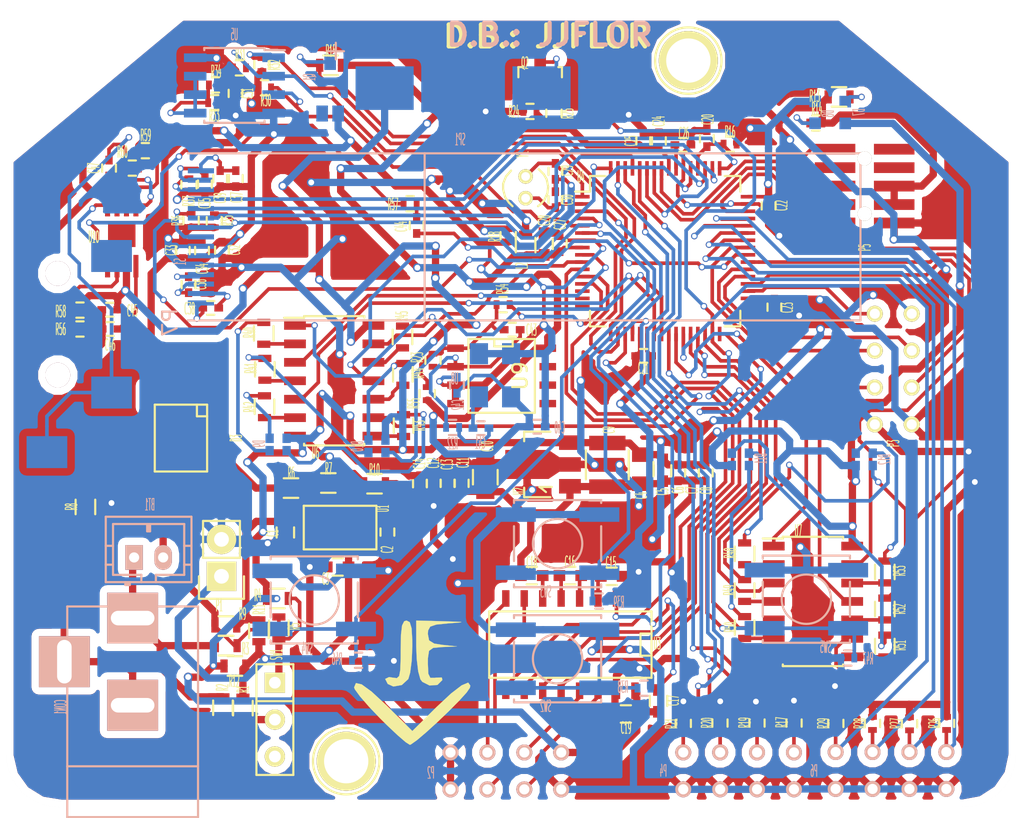
<source format=kicad_pcb>
(kicad_pcb (version 4) (host pcbnew 4.0.0-rc2-stable)
  (layers (0 F.Cu signal) (31 B.Cu signal) (34 B.Paste user hide) (35 F.Paste user hide) (36 B.SilkS user) (37 F.SilkS user) (38 B.Mask user) (39 F.Mask user) (44 Edge.Cuts user))
  (net 0 "")
  (net 1 GND)
  (net 2 +3.3VADC)
  (net 3 GNDA)
  (net 4 "Net-(C29-Pad2)")
  (net 5 "Net-(C30-Pad2)")
  (net 6 +5VDC)
  (net 7 +3.3VDC)
  (net 8 "Net-(C15-Pad1)")
  (net 9 "Net-(C15-Pad2)")
  (net 10 "Net-(C16-Pad1)")
  (net 11 "Net-(C16-Pad2)")
  (net 12 "Net-(C17-Pad2)")
  (net 13 "Net-(C18-Pad2)")
  (net 14 /MCUSheet//RST)
  (net 15 "Net-(C26-Pad1)")
  (net 16 /MCUSheet/LIGHT_AN)
  (net 17 /MCUSheet/A_IN1)
  (net 18 /MCUSheet/A_IN2)
  (net 19 /MCUSheet/A_IN3)
  (net 20 /MCUSheet/A_IN4)
  (net 21 /MCUSheet/DIG_IN4)
  (net 22 /MCUSheet/DIG_IN3)
  (net 23 /MCUSheet/DIG_IN2)
  (net 24 /MCUSheet/DIG_IN1)
  (net 25 /MCUSheet/TEMP_ALARM)
  (net 26 /MCUSheet/TEMP_SCL)
  (net 27 /MCUSheet/TEMP_SDA)
  (net 28 OLED_/RES)
  (net 29 OLED_/SS)
  (net 30 SW1)
  (net 31 SW3)
  (net 32 SW2)
  (net 33 SW4)
  (net 34 "Net-(R40-Pad1)")
  (net 35 "Net-(R41-Pad1)")
  (net 36 "Net-(R42-Pad1)")
  (net 37 /MCUSheet/BUZ_CTRL)
  (net 38 RGB4_BLUE)
  (net 39 RGB1_GREEN)
  (net 40 RGB1_BLUE)
  (net 41 /MCUSheet/UART_TX)
  (net 42 /MCUSheet/UART_RX)
  (net 43 RGB2_RED)
  (net 44 RGB2_GREEN)
  (net 45 RGB2_BLUE)
  (net 46 RGB3_RED)
  (net 47 /MCUSheet/NRF_IRQ)
  (net 48 RGB3_GREEN)
  (net 49 RGB4_RED)
  (net 50 RGB4_GREEN)
  (net 51 /MCUSheet/NRF_MISO)
  (net 52 /MCUSheet/NRF_/SS)
  (net 53 /MCUSheet/NRF_MOSI)
  (net 54 RGB3_BLUE)
  (net 55 /MCUSheet/NRF_CE)
  (net 56 /MCUSheet/SWDCLK)
  (net 57 /MCUSheet/SWDIO)
  (net 58 RGB1_RED)
  (net 59 /MCUSheet/RX_IN)
  (net 60 /MCUSheet/TX_OUT)
  (net 61 /MCUSheet/CTRL_2)
  (net 62 /MCUSheet/CTRL_1)
  (net 63 "Net-(C37-Pad2)")
  (net 64 "Net-(D7-Pad1)")
  (net 65 "Net-(R33-Pad2)")
  (net 66 "Net-(R43-Pad1)")
  (net 67 "Net-(R44-Pad1)")
  (net 68 "Net-(R45-Pad1)")
  (net 69 "Net-(R48-Pad1)")
  (net 70 "Net-(R49-Pad1)")
  (net 71 "Net-(R50-Pad1)")
  (net 72 "Net-(R51-Pad1)")
  (net 73 "Net-(R52-Pad1)")
  (net 74 "Net-(R53-Pad1)")
  (net 75 "Net-(C35-Pad2)")
  (net 76 "Net-(C36-Pad1)")
  (net 77 "Net-(C36-Pad2)")
  (net 78 "Net-(C38-Pad1)")
  (net 79 "Net-(C38-Pad2)")
  (net 80 "Net-(D8-Pad1)")
  (net 81 "Net-(D9-Pad2)")
  (net 82 "Net-(D9-Pad1)")
  (net 83 "Net-(D10-Pad2)")
  (net 84 "Net-(D10-Pad1)")
  (net 85 "Net-(D11-Pad2)")
  (net 86 "Net-(D11-Pad1)")
  (net 87 "Net-(D12-Pad2)")
  (net 88 "Net-(D12-Pad1)")
  (net 89 "Net-(Q2-Pad2)")
  (net 90 "Net-(Q2-Pad3)")
  (net 91 "Net-(R37-Pad1)")
  (net 92 OLED_MOSI)
  (net 93 OLED_SCK)
  (net 94 OLED_DATA_CMD)
  (net 95 "Net-(D9-Pad3)")
  (net 96 "Net-(D10-Pad3)")
  (net 97 "Net-(D11-Pad3)")
  (net 98 "Net-(D12-Pad3)")
  (net 99 /MCUSheet/CTRL_IN)
  (net 100 /powerSheet/VIN)
  (net 101 "Net-(C2-Pad2)")
  (net 102 /powerSheet/EN)
  (net 103 "Net-(R7-Pad1)")
  (net 104 /MCUSheet/NRF_SCK)
  (net 105 /powerSheet/PIN1)
  (net 106 /powerSheet/PIN2)
  (net 107 /powerSheet/P2)
  (net 108 /powerSheet/P1)
  (net 109 /powerSheet/SW_IN)
  (net 110 /powerSheet/SW_OUT)
  (net 111 "Net-(C41-Pad1)")
  (net 112 "Net-(C41-Pad2)")
  (net 113 "Net-(C43-Pad1)")
  (net 114 "Net-(C43-Pad2)")
  (net 115 /MCUSheet/AUDIO_AN)
  (net 116 /MCUSheet/AUDIO_OUT)
  (net 117 "Net-(C44-Pad2)")
  (net 118 "Net-(C46-Pad1)")
  (net 119 "Net-(C47-Pad1)")
  (net 120 "Net-(C47-Pad2)")
  (net 121 "Net-(P7-Pad1)")
  (net 122 "Net-(R56-Pad2)")
  (net 123 "Net-(R57-Pad1)")
  (net 124 "Net-(R59-Pad2)")
  (module Connect:1pin (layer F.Cu) (at 155.38 73.67)
    (fp_text reference "" (at 0 -3.048) (layer F.SilkS))
    (fp_text value 1pin)
    (pad 1 thru_hole circle (at 0 0) (size 4.064 4.064) (drill 3.048) (layers *.Cu *.Mask F.SilkS))
  )
  (module Connect:BARREL_JACK (layer B.Cu) (at 117.13 118.24514 90)
    (fp_text reference CON1 (at 0.07566 -4.95 270) (layer B.SilkS) (effects (font (size 0.8 0.25) (thickness 0.0625)) (justify mirror)))
    (fp_text value BARREL_JACK)
    (pad 1 thru_hole rect (at 6.20014 0 90) (size 3.50012 3.50012) (drill oval 1.00076 2.99974) (layers *.Cu *.Mask B.SilkS) (net 105 /powerSheet/PIN1))
    (pad 2 thru_hole rect (at 0.20066 0 90) (size 3.50012 3.50012) (drill oval 1.00076 2.99974) (layers *.Cu *.Mask B.SilkS) (net 106 /powerSheet/PIN2))
    (pad 3 thru_hole rect (at 3.2004 -4.699 90) (size 3.50012 3.50012) (drill oval 2.99974 1.00076) (layers *.Cu *.Mask B.SilkS) (net 106 /powerSheet/PIN2))
  )
  (module Resistors_SMD:R_0603 (layer F.Cu) (at 144.18 86.37 90)
    (fp_text reference L2 (at -1.425 -0.25 90) (layer F.SilkS) (effects (font (size 0.8 0.25) (thickness 0.0625))))
    (fp_text value INDUCTOR)
    (pad 1 smd rect (at -0.75 0 90) (size 0.5 0.9) (layers F.Cu F.Paste F.Mask) (net 2 +3.3VADC))
    (pad 2 smd rect (at 0.75 0 90) (size 0.5 0.9) (layers F.Cu F.Paste F.Mask) (net 7 +3.3VDC))
  )
  (module Resistors_SMD:R_0603 (layer F.Cu) (at 135.705 92.695 90)
    (fp_text reference R45 (at 1.416073 -0.023433 90) (layer F.SilkS) (effects (font (size 0.8 0.25) (thickness 0.0625))))
    (fp_text value "350 0HM")
    (pad 1 smd rect (at -0.75 0 90) (size 0.5 0.9) (layers F.Cu F.Paste F.Mask) (net 68 "Net-(R45-Pad1)"))
    (pad 2 smd rect (at 0.75 0 90) (size 0.5 0.9) (layers F.Cu F.Paste F.Mask) (net 96 "Net-(D10-Pad3)"))
  )
  (module Resistors_SMD:R_0603 (layer F.Cu) (at 126.155 92.445 90)
    (fp_text reference R40 (at 0.05 -0.975 90) (layer F.SilkS) (effects (font (size 0.8 0.25) (thickness 0.0625))))
    (fp_text value "350 0HM")
    (pad 1 smd rect (at -0.75 0 90) (size 0.5 0.9) (layers F.Cu F.Paste F.Mask) (net 34 "Net-(R40-Pad1)"))
    (pad 2 smd rect (at 0.75 0 90) (size 0.5 0.9) (layers F.Cu F.Paste F.Mask) (net 81 "Net-(D9-Pad2)"))
  )
  (module Resistors_SMD:R_0603 (layer F.Cu) (at 126.23 94.92 90)
    (fp_text reference R41 (at 0.075 -0.95 90) (layer F.SilkS) (effects (font (size 0.8 0.25) (thickness 0.0625))))
    (fp_text value "350 0HM")
    (pad 1 smd rect (at -0.75 0 90) (size 0.5 0.9) (layers F.Cu F.Paste F.Mask) (net 35 "Net-(R41-Pad1)"))
    (pad 2 smd rect (at 0.75 0 90) (size 0.5 0.9) (layers F.Cu F.Paste F.Mask) (net 83 "Net-(D10-Pad2)"))
  )
  (module Resistors_SMD:R_0603 (layer F.Cu) (at 126.205 97.495 90)
    (fp_text reference R42 (at -0.025 -1 90) (layer F.SilkS) (effects (font (size 0.8 0.25) (thickness 0.0625))))
    (fp_text value "350 0HM")
    (pad 1 smd rect (at -0.75 0 90) (size 0.5 0.9) (layers F.Cu F.Paste F.Mask) (net 36 "Net-(R42-Pad1)"))
    (pad 2 smd rect (at 0.75 0 90) (size 0.5 0.9) (layers F.Cu F.Paste F.Mask) (net 82 "Net-(D9-Pad1)"))
  )
  (module Resistors_SMD:R_0603 (layer F.Cu) (at 135.73 95.27 90)
    (fp_text reference R44 (at 0.075 1.075 90) (layer F.SilkS) (effects (font (size 0.8 0.25) (thickness 0.0625))))
    (fp_text value "350 0HM")
    (pad 1 smd rect (at -0.75 0 90) (size 0.5 0.9) (layers F.Cu F.Paste F.Mask) (net 67 "Net-(R44-Pad1)"))
    (pad 2 smd rect (at 0.75 0 90) (size 0.5 0.9) (layers F.Cu F.Paste F.Mask) (net 84 "Net-(D10-Pad1)"))
  )
  (module Capacitors_SMD:C_0603 (layer F.Cu) (at 127.641765 106.149591 270)
    (fp_text reference C1 (at 0.05 0.875 270) (layer F.SilkS) (effects (font (size 0.8 0.25) (thickness 0.0625))))
    (fp_text value 4.7UF)
    (pad 1 smd rect (at -0.75 0 270) (size 0.8 0.75) (layers F.Cu F.Paste F.Mask) (net 100 /powerSheet/VIN))
    (pad 2 smd rect (at 0.75 0 270) (size 0.8 0.75) (layers F.Cu F.Paste F.Mask) (net 1 GND))
  )
  (module Resistors_SMD:R_0603 (layer F.Cu) (at 128.03 103.095 180)
    (fp_text reference R6 (at -0.025 1.025 180) (layer F.SilkS) (effects (font (size 0.8 0.25) (thickness 0.0625))))
    (fp_text value "1M 0HM")
    (pad 1 smd rect (at -0.75 0 180) (size 0.5 0.9) (layers F.Cu F.Paste F.Mask) (net 102 /powerSheet/EN))
    (pad 2 smd rect (at 0.75 0 180) (size 0.5 0.9) (layers F.Cu F.Paste F.Mask) (net 100 /powerSheet/VIN))
  )
  (module Resistors_SMD:R_0603 (layer F.Cu) (at 130.599843 102.744269 180)
    (fp_text reference R7 (at -0.016922 0.969678 180) (layer F.SilkS) (effects (font (size 0.8 0.25) (thickness 0.0625))))
    (fp_text value "14.3K 0HM")
    (pad 1 smd rect (at -0.75 0 180) (size 0.5 0.9) (layers F.Cu F.Paste F.Mask) (net 103 "Net-(R7-Pad1)"))
    (pad 2 smd rect (at 0.75 0 180) (size 0.5 0.9) (layers F.Cu F.Paste F.Mask) (net 101 "Net-(C2-Pad2)"))
  )
  (module Resistors_SMD:R_0603 (layer F.Cu) (at 133.78 102.795)
    (fp_text reference R10 (at -0.003078 -0.944678) (layer F.SilkS) (effects (font (size 0.8 0.25) (thickness 0.0625))))
    (fp_text value "75K 0HM")
    (pad 1 smd rect (at -0.75 0) (size 0.5 0.9) (layers F.Cu F.Paste F.Mask) (net 101 "Net-(C2-Pad2)"))
    (pad 2 smd rect (at 0.75 0) (size 0.5 0.9) (layers F.Cu F.Paste F.Mask) (net 107 /powerSheet/P2))
  )
  (module Power_Integrations:MPM3510A (layer F.Cu) (at 131.409843 105.814269 90)
    (fp_text reference U1 (at 1.314678 2.956922 90) (layer F.SilkS) (effects (font (size 0.8 0.25) (thickness 0.0625))))
    (fp_text value MPM3510A_SWITCHING_REGULATOR)
    (pad 13 smd rect (at -1.2 -2.4 90) (size 0.2 0.8) (layers F.Cu F.Paste F.Mask) (net 1 GND))
    (pad 17 smd rect (at 1.2 -2.4 90) (size 0.2 0.8) (layers F.Cu F.Paste F.Mask) (net 102 /powerSheet/EN))
    (pad 14 smd rect (at -0.6 -2.25 90) (size 0.2 1.1) (layers F.Cu F.Paste F.Mask) (net 1 GND))
    (pad 15 smd rect (at 0 -2.25 90) (size 0.2 1.1) (layers F.Cu F.Paste F.Mask))
    (pad 16 smd rect (at 0.6 -2.25 90) (size 0.2 1.1) (layers F.Cu F.Paste F.Mask) (net 100 /powerSheet/VIN))
    (pad 11 smd rect (at -1.25 -0.9 90) (size 1.1 0.25) (layers F.Cu F.Paste F.Mask))
    (pad 10 smd rect (at -1.25 -0.25 90) (size 1.1 0.25) (layers F.Cu F.Paste F.Mask))
    (pad 2 smd rect (at 1.25 -0.9 90) (size 1.1 0.25) (layers F.Cu F.Paste F.Mask))
    (pad 3 smd rect (at 1.25 -0.25 90) (size 1.1 0.25) (layers F.Cu F.Paste F.Mask) (net 103 "Net-(R7-Pad1)"))
    (pad 12 smd rect (at -1.4 -1.55 90) (size 0.8 0.25) (layers F.Cu F.Paste F.Mask) (net 1 GND))
    (pad 1 smd rect (at 1.45 -1.55 90) (size 0.7 0.25) (layers F.Cu F.Paste F.Mask) (net 101 "Net-(C2-Pad2)"))
    (pad 7 smd rect (at -1.25 1.25 90) (size 1.1 1.95) (layers F.Cu F.Paste F.Mask) (net 107 /powerSheet/P2))
    (pad 6 smd rect (at 1.25 1.25 90) (size 1.1 1.95) (layers F.Cu F.Paste F.Mask))
  )
  (module Resistors_SMD:R_0603 (layer F.Cu) (at 135.78 98.795 90)
    (fp_text reference R43 (at 0 1.075 90) (layer F.SilkS) (effects (font (size 0.8 0.25) (thickness 0.0625))))
    (fp_text value "350 0HM")
    (pad 1 smd rect (at -0.75 0 90) (size 0.5 0.9) (layers F.Cu F.Paste F.Mask) (net 66 "Net-(R43-Pad1)"))
    (pad 2 smd rect (at 0.75 0 90) (size 0.5 0.9) (layers F.Cu F.Paste F.Mask) (net 95 "Net-(D9-Pad3)"))
  )
  (module SMD_Packages:SO-16-N (layer F.Cu) (at 147.26 113.87 180)
    (fp_text reference U3 (at -5.975 0.065 180) (layer F.SilkS) (effects (font (size 0.8 0.25) (thickness 0.0625))))
    (fp_text value MAX232)
    (pad 16 smd rect (at -4.445 -3.175 180) (size 0.508 1.143) (layers F.Cu F.Paste F.Mask) (net 6 +5VDC))
    (pad 14 smd rect (at -1.905 -3.175 180) (size 0.508 1.143) (layers F.Cu F.Paste F.Mask) (net 60 /MCUSheet/TX_OUT))
    (pad 13 smd rect (at -0.635 -3.175 180) (size 0.508 1.143) (layers F.Cu F.Paste F.Mask) (net 59 /MCUSheet/RX_IN))
    (pad 12 smd rect (at 0.635 -3.175 180) (size 0.508 1.143) (layers F.Cu F.Paste F.Mask) (net 42 /MCUSheet/UART_RX))
    (pad 11 smd rect (at 1.905 -3.175 180) (size 0.508 1.143) (layers F.Cu F.Paste F.Mask) (net 41 /MCUSheet/UART_TX))
    (pad 10 smd rect (at 3.175 -3.175 180) (size 0.508 1.143) (layers F.Cu F.Paste F.Mask) (net 37 /MCUSheet/BUZ_CTRL))
    (pad 9 smd rect (at 4.445 -3.175 180) (size 0.508 1.143) (layers F.Cu F.Paste F.Mask) (net 99 /MCUSheet/CTRL_IN))
    (pad 8 smd rect (at 4.445 3.175 180) (size 0.508 1.143) (layers F.Cu F.Paste F.Mask) (net 61 /MCUSheet/CTRL_2))
    (pad 7 smd rect (at 3.175 3.175 180) (size 0.508 1.143) (layers F.Cu F.Paste F.Mask) (net 62 /MCUSheet/CTRL_1))
    (pad 6 smd rect (at 1.905 3.175 180) (size 0.508 1.143) (layers F.Cu F.Paste F.Mask) (net 13 "Net-(C18-Pad2)"))
    (pad 5 smd rect (at 0.635 3.175 180) (size 0.508 1.143) (layers F.Cu F.Paste F.Mask) (net 11 "Net-(C16-Pad2)"))
    (pad 4 smd rect (at -0.635 3.175 180) (size 0.508 1.143) (layers F.Cu F.Paste F.Mask) (net 10 "Net-(C16-Pad1)"))
    (pad 3 smd rect (at -1.905 3.175 180) (size 0.508 1.143) (layers F.Cu F.Paste F.Mask) (net 9 "Net-(C15-Pad2)"))
    (pad 2 smd rect (at -3.175 3.175 180) (size 0.508 1.143) (layers F.Cu F.Paste F.Mask) (net 12 "Net-(C17-Pad2)"))
    (pad 1 smd rect (at -4.445 3.175 180) (size 0.508 1.143) (layers F.Cu F.Paste F.Mask) (net 8 "Net-(C15-Pad1)"))
    (pad 15 smd rect (at -3.175 -3.175 180) (size 0.508 1.143) (layers F.Cu F.Paste F.Mask) (net 1 GND))
  )
  (module Resistors_SMD:R_0603 (layer F.Cu) (at 159.255 112.695 90)
    (fp_text reference R50 (at 0.025 -0.975 90) (layer F.SilkS) (effects (font (size 0.8 0.25) (thickness 0.0625))))
    (fp_text value "350 0HM")
    (pad 1 smd rect (at -0.75 0 90) (size 0.5 0.9) (layers F.Cu F.Paste F.Mask) (net 71 "Net-(R50-Pad1)"))
    (pad 2 smd rect (at 0.75 0 90) (size 0.5 0.9) (layers F.Cu F.Paste F.Mask) (net 86 "Net-(D11-Pad1)"))
  )
  (module Resistors_SMD:R_0603 (layer F.Cu) (at 168.905 113.97 90)
    (fp_text reference R51 (at 0.05 1.05 90) (layer F.SilkS) (effects (font (size 0.8 0.25) (thickness 0.0625))))
    (fp_text value "350 0HM")
    (pad 1 smd rect (at -0.75 0 90) (size 0.5 0.9) (layers F.Cu F.Paste F.Mask) (net 72 "Net-(R51-Pad1)"))
    (pad 2 smd rect (at 0.75 0 90) (size 0.5 0.9) (layers F.Cu F.Paste F.Mask) (net 97 "Net-(D11-Pad3)"))
  )
  (module Resistors_SMD:R_0603 (layer F.Cu) (at 168.905 111.42 90)
    (fp_text reference R52 (at 0 1.025 90) (layer F.SilkS) (effects (font (size 0.8 0.25) (thickness 0.0625))))
    (fp_text value "350 0HM")
    (pad 1 smd rect (at -0.75 0 90) (size 0.5 0.9) (layers F.Cu F.Paste F.Mask) (net 73 "Net-(R52-Pad1)"))
    (pad 2 smd rect (at 0.75 0 90) (size 0.5 0.9) (layers F.Cu F.Paste F.Mask) (net 88 "Net-(D12-Pad1)"))
  )
  (module Resistors_SMD:R_0603 (layer F.Cu) (at 159.255 107.62 90)
    (fp_text reference R48 (at 0.05 -0.975 90) (layer F.SilkS) (effects (font (size 0.8 0.25) (thickness 0.0625))))
    (fp_text value "350 0HM")
    (pad 1 smd rect (at -0.75 0 90) (size 0.5 0.9) (layers F.Cu F.Paste F.Mask) (net 69 "Net-(R48-Pad1)"))
    (pad 2 smd rect (at 0.75 0 90) (size 0.5 0.9) (layers F.Cu F.Paste F.Mask) (net 85 "Net-(D11-Pad2)"))
  )
  (module Resistors_SMD:R_0603 (layer F.Cu) (at 159.255 110.145 90)
    (fp_text reference R49 (at 0.025 -1.025 90) (layer F.SilkS) (effects (font (size 0.8 0.25) (thickness 0.0625))))
    (fp_text value "350 0HM")
    (pad 1 smd rect (at -0.75 0 90) (size 0.5 0.9) (layers F.Cu F.Paste F.Mask) (net 70 "Net-(R49-Pad1)"))
    (pad 2 smd rect (at 0.75 0 90) (size 0.5 0.9) (layers F.Cu F.Paste F.Mask) (net 87 "Net-(D12-Pad2)"))
  )
  (module Resistors_SMD:R_0603 (layer F.Cu) (at 168.905 108.87 90)
    (fp_text reference R53 (at 0.075 1.025 90) (layer F.SilkS) (effects (font (size 0.8 0.25) (thickness 0.0625))))
    (fp_text value "350 0HM")
    (pad 1 smd rect (at -0.75 0 90) (size 0.5 0.9) (layers F.Cu F.Paste F.Mask) (net 74 "Net-(R53-Pad1)"))
    (pad 2 smd rect (at 0.75 0 90) (size 0.5 0.9) (layers F.Cu F.Paste F.Mask) (net 98 "Net-(D12-Pad3)"))
  )
  (module Housings_SOIC:SOIC-14_3.9x8.7mm_Pitch1.27mm (layer F.Cu) (at 163.958535 110.900423)
    (fp_text reference U7 (at -1.01 -4.855) (layer F.SilkS) (effects (font (size 0.8 0.25) (thickness 0.0625))))
    (fp_text value 74LS05)
    (pad 1 smd rect (at -2.7 -3.81) (size 1.5 0.6) (layers F.Cu F.Paste F.Mask) (net 50 RGB4_GREEN))
    (pad 2 smd rect (at -2.7 -2.54) (size 1.5 0.6) (layers F.Cu F.Paste F.Mask) (net 69 "Net-(R48-Pad1)"))
    (pad 3 smd rect (at -2.7 -1.27) (size 1.5 0.6) (layers F.Cu F.Paste F.Mask) (net 48 RGB3_GREEN))
    (pad 4 smd rect (at -2.7 0) (size 1.5 0.6) (layers F.Cu F.Paste F.Mask) (net 70 "Net-(R49-Pad1)"))
    (pad 5 smd rect (at -2.7 1.27) (size 1.5 0.6) (layers F.Cu F.Paste F.Mask) (net 49 RGB4_RED))
    (pad 6 smd rect (at -2.7 2.54) (size 1.5 0.6) (layers F.Cu F.Paste F.Mask) (net 71 "Net-(R50-Pad1)"))
    (pad 7 smd rect (at -2.7 3.81) (size 1.5 0.6) (layers F.Cu F.Paste F.Mask) (net 1 GND))
    (pad 8 smd rect (at 2.7 3.81) (size 1.5 0.6) (layers F.Cu F.Paste F.Mask) (net 72 "Net-(R51-Pad1)"))
    (pad 9 smd rect (at 2.7 2.54) (size 1.5 0.6) (layers F.Cu F.Paste F.Mask) (net 38 RGB4_BLUE))
    (pad 10 smd rect (at 2.7 1.27) (size 1.5 0.6) (layers F.Cu F.Paste F.Mask) (net 73 "Net-(R52-Pad1)"))
    (pad 11 smd rect (at 2.7 0) (size 1.5 0.6) (layers F.Cu F.Paste F.Mask) (net 46 RGB3_RED))
    (pad 12 smd rect (at 2.7 -1.27) (size 1.5 0.6) (layers F.Cu F.Paste F.Mask) (net 74 "Net-(R53-Pad1)"))
    (pad 13 smd rect (at 2.7 -2.54) (size 1.5 0.6) (layers F.Cu F.Paste F.Mask) (net 54 RGB3_BLUE))
    (pad 14 smd rect (at 2.7 -3.81) (size 1.5 0.6) (layers F.Cu F.Paste F.Mask) (net 6 +5VDC))
  )
  (module Housings_SOIC:SOIC-14_3.9x8.7mm_Pitch1.27mm (layer F.Cu) (at 131.005 95.71)
    (fp_text reference U6 (at -1.281632 4.967666) (layer F.SilkS) (effects (font (size 0.8 0.25) (thickness 0.0625))))
    (fp_text value 74LS05)
    (pad 1 smd rect (at -2.7 -3.81) (size 1.5 0.6) (layers F.Cu F.Paste F.Mask) (net 44 RGB2_GREEN))
    (pad 2 smd rect (at -2.7 -2.54) (size 1.5 0.6) (layers F.Cu F.Paste F.Mask) (net 34 "Net-(R40-Pad1)"))
    (pad 3 smd rect (at -2.7 -1.27) (size 1.5 0.6) (layers F.Cu F.Paste F.Mask) (net 39 RGB1_GREEN))
    (pad 4 smd rect (at -2.7 0) (size 1.5 0.6) (layers F.Cu F.Paste F.Mask) (net 35 "Net-(R41-Pad1)"))
    (pad 5 smd rect (at -2.7 1.27) (size 1.5 0.6) (layers F.Cu F.Paste F.Mask) (net 43 RGB2_RED))
    (pad 6 smd rect (at -2.7 2.54) (size 1.5 0.6) (layers F.Cu F.Paste F.Mask) (net 36 "Net-(R42-Pad1)"))
    (pad 7 smd rect (at -2.7 3.81) (size 1.5 0.6) (layers F.Cu F.Paste F.Mask) (net 1 GND))
    (pad 8 smd rect (at 2.7 3.81) (size 1.5 0.6) (layers F.Cu F.Paste F.Mask) (net 66 "Net-(R43-Pad1)"))
    (pad 9 smd rect (at 2.7 2.54) (size 1.5 0.6) (layers F.Cu F.Paste F.Mask) (net 45 RGB2_BLUE))
    (pad 10 smd rect (at 2.7 1.27) (size 1.5 0.6) (layers F.Cu F.Paste F.Mask) (net 67 "Net-(R44-Pad1)"))
    (pad 11 smd rect (at 2.7 0) (size 1.5 0.6) (layers F.Cu F.Paste F.Mask) (net 58 RGB1_RED))
    (pad 12 smd rect (at 2.7 -1.27) (size 1.5 0.6) (layers F.Cu F.Paste F.Mask) (net 68 "Net-(R45-Pad1)"))
    (pad 13 smd rect (at 2.7 -2.54) (size 1.5 0.6) (layers F.Cu F.Paste F.Mask) (net 40 RGB1_BLUE))
    (pad 14 smd rect (at 2.7 -3.81) (size 1.5 0.6) (layers F.Cu F.Paste F.Mask) (net 6 +5VDC))
  )
  (module Capacitors_SMD:C_0603 (layer F.Cu) (at 131.241765 108.524591 180)
    (fp_text reference C3 (at 0.835 -0.825 180) (layer F.SilkS) (effects (font (size 0.8 0.25) (thickness 0.0625))))
    (fp_text value 4.7UF)
    (pad 1 smd rect (at -0.75 0 180) (size 0.8 0.75) (layers F.Cu F.Paste F.Mask) (net 107 /powerSheet/P2))
    (pad 2 smd rect (at 0.75 0 180) (size 0.8 0.75) (layers F.Cu F.Paste F.Mask) (net 1 GND))
  )
  (module Resistors_SMD:R_0603 (layer F.Cu) (at 124.720725 118.242729 90)
    (fp_text reference R1 (at 1.3 0.025 90) (layer F.SilkS) (effects (font (size 0.8 0.25) (thickness 0.0625))))
    (fp_text value "0 0HM")
    (pad 1 smd rect (at -0.75 0 90) (size 0.5 0.9) (layers F.Cu F.Paste F.Mask) (net 109 /powerSheet/SW_IN))
    (pad 2 smd rect (at 0.75 0 90) (size 0.5 0.9) (layers F.Cu F.Paste F.Mask) (net 107 /powerSheet/P2))
  )
  (module Buttons_Switches_ThroughHole:SW_Micro_SPST (layer F.Cu) (at 126.920725 119.032729 270)
    (fp_text reference SW1 (at -4.485 -0.115 270) (layer F.SilkS) (effects (font (size 0.8 0.25) (thickness 0.0625))))
    (fp_text value Switch_SPDT_x2)
    (pad 1 thru_hole rect (at -2.54 0 270) (size 1.397 1.397) (drill 0.8128) (layers *.Cu *.Mask F.SilkS) (net 110 /powerSheet/SW_OUT))
    (pad 2 thru_hole circle (at 0 0 270) (size 1.397 1.397) (drill 0.8128) (layers *.Cu *.Mask F.SilkS) (net 109 /powerSheet/SW_IN))
    (pad 3 thru_hole circle (at 2.54 0 270) (size 1.397 1.397) (drill 0.8128) (layers *.Cu *.Mask F.SilkS))
  )
  (module Resistors_SMD:R_0603 (layer F.Cu) (at 123.345725 118.217729 90)
    (fp_text reference R2 (at 1.4 -0.025 90) (layer F.SilkS) (effects (font (size 0.8 0.25) (thickness 0.0625))))
    (fp_text value "0 0HM")
    (pad 1 smd rect (at -0.75 0 90) (size 0.5 0.9) (layers F.Cu F.Paste F.Mask) (net 109 /powerSheet/SW_IN))
    (pad 2 smd rect (at 0.75 0 90) (size 0.5 0.9) (layers F.Cu F.Paste F.Mask) (net 105 /powerSheet/PIN1))
  )
  (module Resistors_SMD:R_0603 (layer F.Cu) (at 113.88 104.395 270)
    (fp_text reference R8 (at -0.015 0.955 270) (layer F.SilkS) (effects (font (size 0.8 0.25) (thickness 0.0625))))
    (fp_text value "0 0HM")
    (pad 1 smd rect (at -0.75 0 270) (size 0.5 0.9) (layers F.Cu F.Paste F.Mask) (net 1 GND))
    (pad 2 smd rect (at 0.75 0 270) (size 0.5 0.9) (layers F.Cu F.Paste F.Mask) (net 106 /powerSheet/PIN2))
  )
  (module Pin_Headers:Pin_Header_Straight_1x02 (layer F.Cu) (at 123.245725 109.167729 180)
    (fp_text reference P1 (at 0.155 -2.025 180) (layer F.SilkS) (effects (font (size 0.8 0.25) (thickness 0.0625))))
    (fp_text value CONN_01X02)
    (pad 1 thru_hole rect (at 0 0 180) (size 2.032 2.032) (drill 1.016) (layers *.Cu *.Mask F.SilkS) (net 107 /powerSheet/P2))
    (pad 2 thru_hole oval (at 0 2.54 180) (size 2.032 2.032) (drill 1.016) (layers *.Cu *.Mask F.SilkS) (net 1 GND))
  )
  (module Connect:My_Programmer_Connector_5x2row (layer F.Cu) (at 167.515 84.85 90)
    (fp_text reference P5 (at -1.69 0.025 90) (layer F.SilkS) (effects (font (size 0.8 0.25) (thickness 0.0625))))
    (fp_text value CONN_02X05)
    (pad 1 smd rect (at 0 2.035 180) (size 2.79 0.74) (layers F.Cu F.Paste F.Mask) (net 7 +3.3VDC))
    (pad 2 smd rect (at 0 -2.035 180) (size 2.79 0.74) (layers F.Cu F.Paste F.Mask) (net 57 /MCUSheet/SWDIO))
    (pad 3 smd rect (at 1.27 2.035 180) (size 2.79 0.74) (layers F.Cu F.Paste F.Mask) (net 1 GND))
    (pad 5 smd rect (at 2.54 2.035 180) (size 2.79 0.74) (layers F.Cu F.Paste F.Mask) (net 1 GND))
    (pad 7 smd rect (at 3.81 2.035 180) (size 2.79 0.74) (layers F.Cu F.Paste F.Mask))
    (pad 9 smd rect (at 5.08 2.035 180) (size 2.79 0.74) (layers F.Cu F.Paste F.Mask))
    (pad 4 smd rect (at 1.27 -2.035 180) (size 2.79 0.74) (layers F.Cu F.Paste F.Mask) (net 56 /MCUSheet/SWDCLK))
    (pad 6 smd rect (at 2.54 -2.035 180) (size 2.79 0.74) (layers F.Cu F.Paste F.Mask))
    (pad 8 smd rect (at 3.81 -2.035 180) (size 2.79 0.74) (layers F.Cu F.Paste F.Mask))
    (pad 10 smd rect (at 5.08 -2.035 180) (size 2.79 0.74) (layers F.Cu F.Paste F.Mask) (net 14 /MCUSheet//RST))
    (pad 11 thru_hole circle (at 0.635 0 180) (size 0.97 0.97) (drill 0.97) (layers *.Cu *.Mask F.SilkS))
    (pad 12 thru_hole circle (at 4.445 0 180) (size 0.97 0.97) (drill 0.97) (layers *.Cu *.Mask F.SilkS))
  )
  (module Crystals:Crystal_Round_Vertical_3mm (layer F.Cu) (at 144.18 82.3943 270)
    (fp_text reference Y1 (at -2.2793 0.2 270) (layer F.SilkS) (effects (font (size 0.8 0.25) (thickness 0.0625))))
    (fp_text value Crystal)
    (pad 1 thru_hole circle (at -0.7493 0 270) (size 1.00076 1.00076) (drill 0.59944) (layers *.Cu *.Mask F.SilkS) (net 4 "Net-(C29-Pad2)"))
    (pad 2 thru_hole circle (at 0.7493 0 270) (size 1.00076 1.00076) (drill 0.59944) (layers *.Cu *.Mask F.SilkS) (net 5 "Net-(C30-Pad2)"))
  )
  (module Resistors_SMD:R_0603 (layer F.Cu) (at 130.755 73.995)
    (fp_text reference R15 (at 0.015 -0.985) (layer F.SilkS) (effects (font (size 0.8 0.25) (thickness 0.0625))))
    (fp_text value "0 0HM")
    (pad 1 smd rect (at -0.75 0) (size 0.5 0.9) (layers F.Cu F.Paste F.Mask) (net 16 /MCUSheet/LIGHT_AN))
    (pad 2 smd rect (at 0.75 0) (size 0.5 0.9) (layers F.Cu F.Paste F.Mask) (net 2 +3.3VADC))
  )
  (module TO_SOT_Packages_SMD:SOT-23 (layer F.Cu) (at 145.18 74.76822)
    (fp_text reference Q2 (at -1.05 -0.92424) (layer F.SilkS) (effects (font (size 0.8 0.25) (thickness 0.0625))))
    (fp_text value Darl_NPN)
    (pad 1 smd rect (at -0.95 1.00076) (size 0.8001 0.8001) (layers F.Cu F.Paste F.Mask) (net 1 GND))
    (pad 2 smd rect (at 0.95 1.00076) (size 0.8001 0.8001) (layers F.Cu F.Paste F.Mask) (net 89 "Net-(Q2-Pad2)"))
    (pad 3 smd rect (at 0 -0.99822) (size 0.8001 0.8001) (layers F.Cu F.Paste F.Mask) (net 90 "Net-(Q2-Pad3)"))
  )
  (module Resistors_SMD:R_0603 (layer F.Cu) (at 123.570725 113.942729 180)
    (fp_text reference R3 (at -1.325 -0.225 180) (layer F.SilkS) (effects (font (size 0.8 0.25) (thickness 0.0625))))
    (fp_text value "0 0HM")
    (pad 1 smd rect (at -0.75 0 180) (size 0.5 0.9) (layers F.Cu F.Paste F.Mask) (net 108 /powerSheet/P1))
    (pad 2 smd rect (at 0.75 0 180) (size 0.5 0.9) (layers F.Cu F.Paste F.Mask) (net 105 /powerSheet/PIN1))
  )
  (module Resistors_SMD:R_0603 (layer F.Cu) (at 127.195725 112.717729 270)
    (fp_text reference R5 (at -0.1 -1.05 270) (layer F.SilkS) (effects (font (size 0.8 0.25) (thickness 0.0625))))
    (fp_text value "0 0HM")
    (pad 1 smd rect (at -0.75 0 270) (size 0.5 0.9) (layers F.Cu F.Paste F.Mask) (net 108 /powerSheet/P1))
    (pad 2 smd rect (at 0.75 0 270) (size 0.5 0.9) (layers F.Cu F.Paste F.Mask) (net 110 /powerSheet/SW_OUT))
  )
  (module Resistors_SMD:R_0603 (layer F.Cu) (at 123.545725 112.592729 180)
    (fp_text reference R9 (at -1.15 0.825 180) (layer F.SilkS) (effects (font (size 0.8 0.25) (thickness 0.0625))))
    (fp_text value "0 0HM")
    (pad 1 smd rect (at -0.75 0 180) (size 0.5 0.9) (layers F.Cu F.Paste F.Mask) (net 100 /powerSheet/VIN))
    (pad 2 smd rect (at 0.75 0 180) (size 0.5 0.9) (layers F.Cu F.Paste F.Mask) (net 108 /powerSheet/P1))
  )
  (module Resistors_SMD:R_0603 (layer F.Cu) (at 124.170725 115.342729)
    (fp_text reference R12 (at -0.05 1.05) (layer F.SilkS) (effects (font (size 0.8 0.25) (thickness 0.0625))))
    (fp_text value "0 0HM")
    (pad 1 smd rect (at -0.75 0) (size 0.5 0.9) (layers F.Cu F.Paste F.Mask) (net 6 +5VDC))
    (pad 2 smd rect (at 0.75 0) (size 0.5 0.9) (layers F.Cu F.Paste F.Mask) (net 107 /powerSheet/P2))
  )
  (module Housings_QFP:LQFP-64_10x10mm_Pitch0.5mm (layer F.Cu) (at 153.785 86.79)
    (fp_text reference U4 (at -5.805 -5.12) (layer F.SilkS) (effects (font (size 0.8 0.25) (thickness 0.0625))))
    (fp_text value SAMD20J18A-A)
    (pad 1 smd rect (at -5.7 -3.75) (size 1 0.25) (layers F.Cu F.Paste F.Mask) (net 4 "Net-(C29-Pad2)"))
    (pad 2 smd rect (at -5.7 -3.25) (size 1 0.25) (layers F.Cu F.Paste F.Mask) (net 5 "Net-(C30-Pad2)"))
    (pad 3 smd rect (at -5.7 -2.75) (size 1 0.25) (layers F.Cu F.Paste F.Mask) (net 30 SW1))
    (pad 4 smd rect (at -5.7 -2.25) (size 1 0.25) (layers F.Cu F.Paste F.Mask) (net 116 /MCUSheet/AUDIO_OUT))
    (pad 5 smd rect (at -5.7 -1.75) (size 1 0.25) (layers F.Cu F.Paste F.Mask) (net 25 /MCUSheet/TEMP_ALARM))
    (pad 6 smd rect (at -5.7 -1.25) (size 1 0.25) (layers F.Cu F.Paste F.Mask) (net 32 SW2))
    (pad 7 smd rect (at -5.7 -0.75) (size 1 0.25) (layers F.Cu F.Paste F.Mask) (net 3 GNDA))
    (pad 8 smd rect (at -5.7 -0.25) (size 1 0.25) (layers F.Cu F.Paste F.Mask) (net 2 +3.3VADC))
    (pad 9 smd rect (at -5.7 0.25) (size 1 0.25) (layers F.Cu F.Paste F.Mask) (net 39 RGB1_GREEN))
    (pad 10 smd rect (at -5.7 0.75) (size 1 0.25) (layers F.Cu F.Paste F.Mask) (net 40 RGB1_BLUE))
    (pad 11 smd rect (at -5.7 1.25) (size 1 0.25) (layers F.Cu F.Paste F.Mask) (net 41 /MCUSheet/UART_TX))
    (pad 12 smd rect (at -5.7 1.75) (size 1 0.25) (layers F.Cu F.Paste F.Mask) (net 42 /MCUSheet/UART_RX))
    (pad 13 smd rect (at -5.7 2.25) (size 1 0.25) (layers F.Cu F.Paste F.Mask) (net 115 /MCUSheet/AUDIO_AN))
    (pad 14 smd rect (at -5.7 2.75) (size 1 0.25) (layers F.Cu F.Paste F.Mask))
    (pad 15 smd rect (at -5.7 3.25) (size 1 0.25) (layers F.Cu F.Paste F.Mask))
    (pad 16 smd rect (at -5.7 3.75) (size 1 0.25) (layers F.Cu F.Paste F.Mask))
    (pad 17 smd rect (at -3.75 5.7 90) (size 1 0.25) (layers F.Cu F.Paste F.Mask) (net 27 /MCUSheet/TEMP_SDA))
    (pad 18 smd rect (at -3.25 5.7 90) (size 1 0.25) (layers F.Cu F.Paste F.Mask) (net 26 /MCUSheet/TEMP_SCL))
    (pad 19 smd rect (at -2.75 5.7 90) (size 1 0.25) (layers F.Cu F.Paste F.Mask) (net 17 /MCUSheet/A_IN1))
    (pad 20 smd rect (at -2.25 5.7 90) (size 1 0.25) (layers F.Cu F.Paste F.Mask) (net 18 /MCUSheet/A_IN2))
    (pad 21 smd rect (at -1.75 5.7 90) (size 1 0.25) (layers F.Cu F.Paste F.Mask) (net 7 +3.3VDC))
    (pad 22 smd rect (at -1.25 5.7 90) (size 1 0.25) (layers F.Cu F.Paste F.Mask) (net 1 GND))
    (pad 23 smd rect (at -0.75 5.7 90) (size 1 0.25) (layers F.Cu F.Paste F.Mask) (net 43 RGB2_RED))
    (pad 24 smd rect (at -0.25 5.7 90) (size 1 0.25) (layers F.Cu F.Paste F.Mask) (net 44 RGB2_GREEN))
    (pad 25 smd rect (at 0.25 5.7 90) (size 1 0.25) (layers F.Cu F.Paste F.Mask) (net 45 RGB2_BLUE))
    (pad 26 smd rect (at 0.75 5.7 90) (size 1 0.25) (layers F.Cu F.Paste F.Mask) (net 46 RGB3_RED))
    (pad 27 smd rect (at 1.25 5.7 90) (size 1 0.25) (layers F.Cu F.Paste F.Mask) (net 47 /MCUSheet/NRF_IRQ))
    (pad 28 smd rect (at 1.75 5.7 90) (size 1 0.25) (layers F.Cu F.Paste F.Mask) (net 48 RGB3_GREEN))
    (pad 29 smd rect (at 2.25 5.7 90) (size 1 0.25) (layers F.Cu F.Paste F.Mask) (net 49 RGB4_RED))
    (pad 30 smd rect (at 2.75 5.7 90) (size 1 0.25) (layers F.Cu F.Paste F.Mask) (net 50 RGB4_GREEN))
    (pad 31 smd rect (at 3.25 5.7 90) (size 1 0.25) (layers F.Cu F.Paste F.Mask) (net 37 /MCUSheet/BUZ_CTRL))
    (pad 32 smd rect (at 3.75 5.7 90) (size 1 0.25) (layers F.Cu F.Paste F.Mask) (net 99 /MCUSheet/CTRL_IN))
    (pad 33 smd rect (at 5.7 3.75) (size 1 0.25) (layers F.Cu F.Paste F.Mask) (net 1 GND))
    (pad 34 smd rect (at 5.7 3.25) (size 1 0.25) (layers F.Cu F.Paste F.Mask) (net 7 +3.3VDC))
    (pad 35 smd rect (at 5.7 2.75) (size 1 0.25) (layers F.Cu F.Paste F.Mask) (net 51 /MCUSheet/NRF_MISO))
    (pad 36 smd rect (at 5.7 2.25) (size 1 0.25) (layers F.Cu F.Paste F.Mask) (net 52 /MCUSheet/NRF_/SS))
    (pad 37 smd rect (at 5.7 1.75) (size 1 0.25) (layers F.Cu F.Paste F.Mask) (net 53 /MCUSheet/NRF_MOSI))
    (pad 38 smd rect (at 5.7 1.25) (size 1 0.25) (layers F.Cu F.Paste F.Mask) (net 104 /MCUSheet/NRF_SCK))
    (pad 39 smd rect (at 5.7 0.75) (size 1 0.25) (layers F.Cu F.Paste F.Mask) (net 54 RGB3_BLUE))
    (pad 40 smd rect (at 5.7 0.25) (size 1 0.25) (layers F.Cu F.Paste F.Mask) (net 29 OLED_/SS))
    (pad 41 smd rect (at 5.7 -0.25) (size 1 0.25) (layers F.Cu F.Paste F.Mask) (net 55 /MCUSheet/NRF_CE))
    (pad 42 smd rect (at 5.7 -0.75) (size 1 0.25) (layers F.Cu F.Paste F.Mask) (net 24 /MCUSheet/DIG_IN1))
    (pad 43 smd rect (at 5.7 -1.25) (size 1 0.25) (layers F.Cu F.Paste F.Mask) (net 23 /MCUSheet/DIG_IN2))
    (pad 44 smd rect (at 5.7 -1.75) (size 1 0.25) (layers F.Cu F.Paste F.Mask) (net 22 /MCUSheet/DIG_IN3))
    (pad 45 smd rect (at 5.7 -2.25) (size 1 0.25) (layers F.Cu F.Paste F.Mask) (net 21 /MCUSheet/DIG_IN4))
    (pad 46 smd rect (at 5.7 -2.75) (size 1 0.25) (layers F.Cu F.Paste F.Mask) (net 38 RGB4_BLUE))
    (pad 47 smd rect (at 5.7 -3.25) (size 1 0.25) (layers F.Cu F.Paste F.Mask) (net 1 GND))
    (pad 48 smd rect (at 5.7 -3.75) (size 1 0.25) (layers F.Cu F.Paste F.Mask) (net 7 +3.3VDC))
    (pad 49 smd rect (at 3.75 -5.7 90) (size 1 0.25) (layers F.Cu F.Paste F.Mask) (net 92 OLED_MOSI))
    (pad 50 smd rect (at 3.25 -5.7 90) (size 1 0.25) (layers F.Cu F.Paste F.Mask) (net 93 OLED_SCK))
    (pad 51 smd rect (at 2.75 -5.7 90) (size 1 0.25) (layers F.Cu F.Paste F.Mask) (net 28 OLED_/RES))
    (pad 52 smd rect (at 2.25 -5.7 90) (size 1 0.25) (layers F.Cu F.Paste F.Mask) (net 14 /MCUSheet//RST))
    (pad 53 smd rect (at 1.75 -5.7 90) (size 1 0.25) (layers F.Cu F.Paste F.Mask) (net 31 SW3))
    (pad 54 smd rect (at 1.25 -5.7 90) (size 1 0.25) (layers F.Cu F.Paste F.Mask) (net 1 GND))
    (pad 55 smd rect (at 0.75 -5.7 90) (size 1 0.25) (layers F.Cu F.Paste F.Mask) (net 15 "Net-(C26-Pad1)"))
    (pad 56 smd rect (at 0.25 -5.7 90) (size 1 0.25) (layers F.Cu F.Paste F.Mask) (net 2 +3.3VADC))
    (pad 57 smd rect (at -0.25 -5.7 90) (size 1 0.25) (layers F.Cu F.Paste F.Mask) (net 56 /MCUSheet/SWDCLK))
    (pad 58 smd rect (at -0.75 -5.7 90) (size 1 0.25) (layers F.Cu F.Paste F.Mask) (net 57 /MCUSheet/SWDIO))
    (pad 59 smd rect (at -1.25 -5.7 90) (size 1 0.25) (layers F.Cu F.Paste F.Mask) (net 94 OLED_DATA_CMD))
    (pad 60 smd rect (at -1.75 -5.7 90) (size 1 0.25) (layers F.Cu F.Paste F.Mask) (net 33 SW4))
    (pad 61 smd rect (at -2.25 -5.7 90) (size 1 0.25) (layers F.Cu F.Paste F.Mask) (net 16 /MCUSheet/LIGHT_AN))
    (pad 62 smd rect (at -2.75 -5.7 90) (size 1 0.25) (layers F.Cu F.Paste F.Mask) (net 19 /MCUSheet/A_IN3))
    (pad 63 smd rect (at -3.25 -5.7 90) (size 1 0.25) (layers F.Cu F.Paste F.Mask) (net 20 /MCUSheet/A_IN4))
    (pad 64 smd rect (at -3.75 -5.7 90) (size 1 0.25) (layers F.Cu F.Paste F.Mask) (net 58 RGB1_RED))
  )
  (module Capacitors_SMD:C_1210 (layer F.Cu) (at 149.805 101.495 270)
    (fp_text reference C9 (at -2.4 -0.125 270) (layer F.SilkS) (effects (font (size 0.8 0.25) (thickness 0.0625))))
    (fp_text value 220UF)
    (pad 1 smd rect (at -1.5 0 270) (size 1 2.5) (layers F.Cu F.Paste F.Mask) (net 6 +5VDC))
    (pad 2 smd rect (at 1.5 0 270) (size 1 2.5) (layers F.Cu F.Paste F.Mask) (net 1 GND))
  )
  (module TO_SOT_Packages_SMD:SOT89-3_Housing (layer F.Cu) (at 145.38 101.47 90)
    (fp_text reference U2 (at -1.85 -1.63482 90) (layer F.SilkS) (effects (font (size 0.8 0.25) (thickness 0.0625))))
    (fp_text value LD1117S33TR)
    (pad 1 smd rect (at -1.50114 1.85166 90) (size 1.00076 1.50114) (layers F.Cu F.Paste F.Mask) (net 1 GND))
    (pad 2 smd rect (at 0 1.85166 90) (size 1.00076 1.50114) (layers F.Cu F.Paste F.Mask) (net 7 +3.3VDC))
    (pad 3 smd rect (at 1.50114 1.85166 90) (size 1.00076 1.50114) (layers F.Cu F.Paste F.Mask) (net 6 +5VDC))
    (pad 2 smd rect (at 0 -1.09982 90) (size 1.99898 2.99974) (layers F.Cu F.Paste F.Mask) (net 7 +3.3VDC))
    (pad 2 smd trapezoid (at 0 0.7493 270) (size 1.50114 0.7493) (rect_delta 0 0.50038) (layers F.Cu F.Paste F.Mask) (net 7 +3.3VDC))
  )
  (module Resistors_SMD:R_0603 (layer F.Cu) (at 125.820725 112.917729 90)
    (fp_text reference R11 (at 1.48 0.02 90) (layer F.SilkS) (effects (font (size 0.8 0.25) (thickness 0.0625))))
    (fp_text value "0 0HM")
    (pad 1 smd rect (at -0.75 0 90) (size 0.5 0.9) (layers F.Cu F.Paste F.Mask) (net 107 /powerSheet/P2))
    (pad 2 smd rect (at 0.75 0 90) (size 0.5 0.9) (layers F.Cu F.Paste F.Mask) (net 100 /powerSheet/VIN))
  )
  (module LEDs:MY_RGB_LED (layer B.Cu) (at 133.945 100.22 270)
    (fp_text reference D10 (at 0 1.34 270) (layer B.SilkS) (effects (font (size 0.8 0.25) (thickness 0.0625)) (justify mirror)))
    (fp_text value MY_LED_RABG)
    (pad 1 smd rect (at -0.425 0.585 270) (size 0.65 0.57) (layers B.Cu B.Paste B.Mask) (net 84 "Net-(D10-Pad1)"))
    (pad 2 smd rect (at 0.425 0.585 270) (size 0.65 0.57) (layers B.Cu B.Paste B.Mask) (net 83 "Net-(D10-Pad2)"))
    (pad 3 smd rect (at 0.425 -0.585 270) (size 0.65 0.57) (layers B.Cu B.Paste B.Mask) (net 96 "Net-(D10-Pad3)"))
    (pad 4 smd rect (at -0.425 -0.585 270) (size 0.65 0.57) (layers B.Cu B.Paste B.Mask) (net 6 +5VDC))
  )
  (module Connectors_JST_PH:Connectors_JST_B2B-PH-K (layer B.Cu) (at 117.23 107.87)
    (fp_text reference BT1 (at 1.08 -3.63) (layer B.SilkS) (effects (font (size 0.8 0.25) (thickness 0.0625)) (justify mirror)))
    (fp_text value Battery)
    (pad 1 thru_hole rect (at 0 0) (size 1.2 1.7) (drill 0.7) (layers *.Cu *.Mask B.SilkS) (net 105 /powerSheet/PIN1))
    (pad 2 thru_hole oval (at 2 0) (size 1.2 1.7) (drill 0.7) (layers *.Cu *.Mask B.SilkS) (net 106 /powerSheet/PIN2))
  )
  (module Buttons_Switches_SMD:SW_SPST_EVPBF (layer B.Cu) (at 129.63 110.795)
    (fp_text reference SW4 (at -0.49 3.36) (layer B.SilkS) (effects (font (size 0.8 0.25) (thickness 0.0625)) (justify mirror)))
    (fp_text value SW_PUSH)
    (pad 1 smd rect (at 2.875 2) (size 2.75 1) (layers B.Cu B.Paste B.Mask) (net 32 SW2))
    (pad 1 smd rect (at -2.875 2) (size 2.75 1) (layers B.Cu B.Paste B.Mask) (net 32 SW2))
    (pad 2 smd rect (at -2.875 -2) (size 2.75 1) (layers B.Cu B.Paste B.Mask) (net 7 +3.3VDC))
    (pad 2 smd rect (at 2.875 -2) (size 2.75 1) (layers B.Cu B.Paste B.Mask) (net 7 +3.3VDC))
  )
  (module Buttons_Switches_SMD:SW_SPST_EVPBF (layer B.Cu) (at 163.505 110.745)
    (fp_text reference SW5 (at 1.325 3.3) (layer B.SilkS) (effects (font (size 0.8 0.25) (thickness 0.0625)) (justify mirror)))
    (fp_text value SW_PUSH)
    (pad 1 smd rect (at 2.875 2) (size 2.75 1) (layers B.Cu B.Paste B.Mask) (net 33 SW4))
    (pad 1 smd rect (at -2.875 2) (size 2.75 1) (layers B.Cu B.Paste B.Mask) (net 33 SW4))
    (pad 2 smd rect (at -2.875 -2) (size 2.75 1) (layers B.Cu B.Paste B.Mask) (net 7 +3.3VDC))
    (pad 2 smd rect (at 2.875 -2) (size 2.75 1) (layers B.Cu B.Paste B.Mask) (net 7 +3.3VDC))
  )
  (module LEDs:MY_RGB_LED (layer B.Cu) (at 127.145 100.095 270)
    (fp_text reference D9 (at -0.05 1.31 450) (layer B.SilkS) (effects (font (size 0.8 0.25) (thickness 0.0625)) (justify mirror)))
    (fp_text value MY_LED_RABG)
    (pad 1 smd rect (at -0.425 0.585 270) (size 0.65 0.57) (layers B.Cu B.Paste B.Mask) (net 82 "Net-(D9-Pad1)"))
    (pad 2 smd rect (at 0.425 0.585 270) (size 0.65 0.57) (layers B.Cu B.Paste B.Mask) (net 81 "Net-(D9-Pad2)"))
    (pad 3 smd rect (at 0.425 -0.585 270) (size 0.65 0.57) (layers B.Cu B.Paste B.Mask) (net 95 "Net-(D9-Pad3)"))
    (pad 4 smd rect (at -0.425 -0.585 270) (size 0.65 0.57) (layers B.Cu B.Paste B.Mask) (net 6 +5VDC))
  )
  (module Resistors_SMD:R_0603 (layer F.Cu) (at 165.755 76.17)
    (fp_text reference R13 (at -1.675 -0.05) (layer F.SilkS) (effects (font (size 0.8 0.25) (thickness 0.0625))))
    (fp_text value "? 0HM")
    (pad 1 smd rect (at -0.75 0) (size 0.5 0.9) (layers F.Cu F.Paste F.Mask) (net 1 GND))
    (pad 2 smd rect (at 0.75 0) (size 0.5 0.9) (layers F.Cu F.Paste F.Mask) (net 64 "Net-(D7-Pad1)"))
  )
  (module Resistors_SMD:R_0603 (layer F.Cu) (at 127.095725 110.692729)
    (fp_text reference R4 (at -1.35 -0.2) (layer F.SilkS) (effects (font (size 0.8 0.25) (thickness 0.0625))))
    (fp_text value "0 0HM")
    (pad 1 smd rect (at -0.75 0) (size 0.5 0.9) (layers F.Cu F.Paste F.Mask) (net 6 +5VDC))
    (pad 2 smd rect (at 0.75 0) (size 0.5 0.9) (layers F.Cu F.Paste F.Mask) (net 110 /powerSheet/SW_OUT))
  )
  (module Diodes_SMD:MY_LED-1.6X0.8 (layer B.Cu) (at 166.18 77.245 270)
    (fp_text reference D7 (at -0.025 -0.95 270) (layer B.SilkS) (effects (font (size 0.8 0.25) (thickness 0.0625)) (justify mirror)))
    (fp_text value Led_Small)
    (pad 2 smd rect (at 0.75 0 270) (size 0.8 0.8) (layers B.Cu B.Paste B.Mask) (net 6 +5VDC))
    (pad 1 smd rect (at -0.75 0 270) (size 0.8 0.8) (layers B.Cu B.Paste B.Mask) (net 64 "Net-(D7-Pad1)"))
  )
  (module Diodes_SMD:MY_LED-1.6X0.8 (layer B.Cu) (at 164.105 77.23 90)
    (fp_text reference D8 (at -0.09 0.9 90) (layer B.SilkS) (effects (font (size 0.8 0.25) (thickness 0.0625)) (justify mirror)))
    (fp_text value Led_Small)
    (pad 2 smd rect (at 0.75 0 90) (size 0.8 0.8) (layers B.Cu B.Paste B.Mask) (net 7 +3.3VDC))
    (pad 1 smd rect (at -0.75 0 90) (size 0.8 0.8) (layers B.Cu B.Paste B.Mask) (net 80 "Net-(D8-Pad1)"))
  )
  (module Buttons_Switches_SMD:SW_SPST_EVPBF (layer B.Cu) (at 146.38 114.845)
    (fp_text reference SW2 (at -0.81 3.265) (layer B.SilkS) (effects (font (size 0.8 0.25) (thickness 0.0625)) (justify mirror)))
    (fp_text value SW_PUSH)
    (pad 1 smd rect (at 2.875 2) (size 2.75 1) (layers B.Cu B.Paste B.Mask) (net 30 SW1))
    (pad 1 smd rect (at -2.875 2) (size 2.75 1) (layers B.Cu B.Paste B.Mask) (net 30 SW1))
    (pad 2 smd rect (at -2.875 -2) (size 2.75 1) (layers B.Cu B.Paste B.Mask) (net 7 +3.3VDC))
    (pad 2 smd rect (at 2.875 -2) (size 2.75 1) (layers B.Cu B.Paste B.Mask) (net 7 +3.3VDC))
  )
  (module Housings_SOIC:SOIC-8_3.9x4.9mm_Pitch1.27mm (layer B.Cu) (at 124.135 75.38 180)
    (fp_text reference U5 (at 0 3.5 180) (layer B.SilkS) (effects (font (size 0.8 0.25) (thickness 0.0625)) (justify mirror)))
    (fp_text value AT30TSE758_TEMP_SENSOR)
    (pad 1 smd rect (at -2.7 1.905 180) (size 1.55 0.6) (layers B.Cu B.Paste B.Mask) (net 27 /MCUSheet/TEMP_SDA))
    (pad 2 smd rect (at -2.7 0.635 180) (size 1.55 0.6) (layers B.Cu B.Paste B.Mask) (net 26 /MCUSheet/TEMP_SCL))
    (pad 3 smd rect (at -2.7 -0.635 180) (size 1.55 0.6) (layers B.Cu B.Paste B.Mask) (net 25 /MCUSheet/TEMP_ALARM))
    (pad 4 smd rect (at -2.7 -1.905 180) (size 1.55 0.6) (layers B.Cu B.Paste B.Mask) (net 1 GND))
    (pad 5 smd rect (at 2.7 -1.905 180) (size 1.55 0.6) (layers B.Cu B.Paste B.Mask) (net 65 "Net-(R33-Pad2)"))
    (pad 6 smd rect (at 2.7 -0.635 180) (size 1.55 0.6) (layers B.Cu B.Paste B.Mask) (net 65 "Net-(R33-Pad2)"))
    (pad 7 smd rect (at 2.7 0.635 180) (size 1.55 0.6) (layers B.Cu B.Paste B.Mask) (net 65 "Net-(R33-Pad2)"))
    (pad 8 smd rect (at 2.7 1.905 180) (size 1.55 0.6) (layers B.Cu B.Paste B.Mask) (net 7 +3.3VDC))
  )
  (module Connect:My_0.1_5X2RowConnector (layer F.Cu) (at 168.215 98.715 270)
    (fp_text reference P3 (at 1.3 -1.29 270) (layer F.SilkS) (effects (font (size 0.8 0.25) (thickness 0.0625))))
    (fp_text value CONN_02X04)
    (pad 1 thru_hole circle (at 0 0 270) (size 1.1 1.1) (drill 0.7) (layers *.Cu *.Mask F.SilkS) (net 1 GND))
    (pad 2 thru_hole circle (at 0 -2.54 270) (size 1.1 1.1) (drill 0.7) (layers *.Cu *.Mask F.SilkS) (net 7 +3.3VDC))
    (pad 3 thru_hole circle (at -2.54 0 270) (size 1.1 1.1) (drill 0.7) (layers *.Cu *.Mask F.SilkS) (net 55 /MCUSheet/NRF_CE))
    (pad 4 thru_hole circle (at -2.54 -2.54 270) (size 1.1 1.1) (drill 0.7) (layers *.Cu *.Mask F.SilkS) (net 52 /MCUSheet/NRF_/SS))
    (pad 5 thru_hole circle (at -5.08 0 270) (size 1.1 1.1) (drill 0.7) (layers *.Cu *.Mask F.SilkS) (net 104 /MCUSheet/NRF_SCK))
    (pad 6 thru_hole circle (at -5.08 -2.54 270) (size 1.1 1.1) (drill 0.7) (layers *.Cu *.Mask F.SilkS) (net 53 /MCUSheet/NRF_MOSI))
    (pad 7 thru_hole circle (at -7.62 0 270) (size 1.1 1.1) (drill 0.7) (layers *.Cu *.Mask F.SilkS) (net 51 /MCUSheet/NRF_MISO))
    (pad 8 thru_hole circle (at -7.62 -2.54 270) (size 1.1 1.1) (drill 0.7) (layers *.Cu *.Mask F.SilkS) (net 47 /MCUSheet/NRF_IRQ))
  )
  (module TO_SOT_Packages_SMD:My_light_sensor_4X2 (layer B.Cu) (at 130.725 75.54 90)
    (fp_text reference Q1 (at 0.72 -1.42 90) (layer B.SilkS) (effects (font (size 0.8 0.25) (thickness 0.0625)) (justify mirror)))
    (fp_text value OPTO_NPN)
    (pad 1 smd rect (at -1.775 0.55 90) (size 1.1 0.8) (layers B.Cu B.Paste B.Mask) (net 3 GNDA))
    (pad 2 smd rect (at -1.775 -0.55 90) (size 1.1 0.8) (layers B.Cu B.Paste B.Mask))
    (pad 3 smd rect (at 1.775 0 90) (size 1.1 0.8001) (layers B.Cu B.Paste B.Mask) (net 16 /MCUSheet/LIGHT_AN))
  )
  (module LEDs:MY_RGB_LED (layer B.Cu) (at 158.965 101.12 90)
    (fp_text reference D11 (at 0.05 1.425 90) (layer B.SilkS) (effects (font (size 0.8 0.25) (thickness 0.0625)) (justify mirror)))
    (fp_text value MY_LED_RABG)
    (pad 1 smd rect (at -0.425 0.585 90) (size 0.65 0.57) (layers B.Cu B.Paste B.Mask) (net 86 "Net-(D11-Pad1)"))
    (pad 2 smd rect (at 0.425 0.585 90) (size 0.65 0.57) (layers B.Cu B.Paste B.Mask) (net 85 "Net-(D11-Pad2)"))
    (pad 3 smd rect (at 0.425 -0.585 90) (size 0.65 0.57) (layers B.Cu B.Paste B.Mask) (net 97 "Net-(D11-Pad3)"))
    (pad 4 smd rect (at -0.425 -0.585 90) (size 0.65 0.57) (layers B.Cu B.Paste B.Mask) (net 6 +5VDC))
  )
  (module LEDs:MY_RGB_LED (layer B.Cu) (at 167.49 101.12 90)
    (fp_text reference D12 (at -0.005 1.4 90) (layer B.SilkS) (effects (font (size 0.8 0.25) (thickness 0.0625)) (justify mirror)))
    (fp_text value MY_LED_RABG)
    (pad 1 smd rect (at -0.425 0.585 90) (size 0.65 0.57) (layers B.Cu B.Paste B.Mask) (net 88 "Net-(D12-Pad1)"))
    (pad 2 smd rect (at 0.425 0.585 90) (size 0.65 0.57) (layers B.Cu B.Paste B.Mask) (net 87 "Net-(D12-Pad2)"))
    (pad 3 smd rect (at 0.425 -0.585 90) (size 0.65 0.57) (layers B.Cu B.Paste B.Mask) (net 98 "Net-(D12-Pad3)"))
    (pad 4 smd rect (at -0.425 -0.585 90) (size 0.65 0.57) (layers B.Cu B.Paste B.Mask) (net 6 +5VDC))
  )
  (module Buzzers_Beepers:My_Buzzer_12.8X12.8 (layer B.Cu) (at 139.875 75.565)
    (fp_text reference SP1 (at -0.2 3.54) (layer B.SilkS) (effects (font (size 0.8 0.25) (thickness 0.0625)) (justify mirror)))
    (fp_text value SPEAKER)
    (pad 2 smd rect (at 5.4 0) (size 4 3) (layers B.Cu B.Paste B.Mask) (net 90 "Net-(Q2-Pad3)"))
    (pad 1 smd rect (at -5.4 0) (size 4 3) (layers B.Cu B.Paste B.Mask) (net 6 +5VDC))
  )
  (module Connect:MY_OLED_UG-2832hsweg04 (layer B.Cu) (at 121.829529 85.803861 270)
    (fp_text reference S1 (at 1.716139 1.424529 270) (layer B.SilkS) (effects (font (size 0.8 0.25) (thickness 0.0625)) (justify mirror)))
    (fp_text value UG-2832HSWEG04-OLED_DISP)
    (pad 15 smd rect (at -4.55 0 270) (size 0.35 1.8) (layers B.Cu B.Paste B.Mask) (net 63 "Net-(C37-Pad2)"))
    (pad 14 smd rect (at -3.9 0 270) (size 0.35 1.8) (layers B.Cu B.Paste B.Mask) (net 75 "Net-(C35-Pad2)"))
    (pad 12 smd rect (at -2.6 0 270) (size 0.35 1.8) (layers B.Cu B.Paste B.Mask) (net 92 OLED_MOSI))
    (pad 13 smd rect (at -3.25 0 270) (size 0.35 1.8) (layers B.Cu B.Paste B.Mask) (net 91 "Net-(R37-Pad1)"))
    (pad 11 smd rect (at -1.95 0 270) (size 0.35 1.8) (layers B.Cu B.Paste B.Mask) (net 93 OLED_SCK))
    (pad 10 smd rect (at -1.3 0 270) (size 0.35 1.8) (layers B.Cu B.Paste B.Mask) (net 94 OLED_DATA_CMD))
    (pad 9 smd rect (at -0.65 0 270) (size 0.35 1.8) (layers B.Cu B.Paste B.Mask) (net 28 OLED_/RES))
    (pad 8 smd rect (at 0 0 270) (size 0.35 1.8) (layers B.Cu B.Paste B.Mask) (net 29 OLED_/SS))
    (pad 7 smd rect (at 0.65 0 270) (size 0.35 1.8) (layers B.Cu B.Paste B.Mask) (net 7 +3.3VDC))
    (pad 6 smd rect (at 1.3 0 270) (size 0.35 1.8) (layers B.Cu B.Paste B.Mask) (net 1 GND))
    (pad 5 smd rect (at 1.95 0 270) (size 0.35 1.8) (layers B.Cu B.Paste B.Mask) (net 7 +3.3VDC))
    (pad 4 smd rect (at 2.6 0 270) (size 0.35 1.8) (layers B.Cu B.Paste B.Mask) (net 77 "Net-(C36-Pad2)"))
    (pad 3 smd rect (at 3.25 0 270) (size 0.35 1.8) (layers B.Cu B.Paste B.Mask) (net 76 "Net-(C36-Pad1)"))
    (pad 2 smd rect (at 3.9 0 270) (size 0.35 1.8) (layers B.Cu B.Paste B.Mask) (net 79 "Net-(C38-Pad2)"))
    (pad 1 smd rect (at 4.55 0 270) (size 0.35 1.8) (layers B.Cu B.Paste B.Mask) (net 78 "Net-(C38-Pad1)"))
  )
  (module Connect:My_0.1_5X2RowConnector (layer B.Cu) (at 146.63 121.295)
    (fp_text reference P2 (at -8.975 1.405) (layer B.SilkS) (effects (font (size 0.8 0.25) (thickness 0.0625)) (justify mirror)))
    (fp_text value CONN_02X04)
    (pad 1 thru_hole circle (at 0 0) (size 1.1 1.1) (drill 0.7) (layers *.Cu *.Mask B.SilkS) (net 6 +5VDC))
    (pad 2 thru_hole circle (at 0 2.54) (size 1.1 1.1) (drill 0.7) (layers *.Cu *.Mask B.SilkS) (net 7 +3.3VDC))
    (pad 3 thru_hole circle (at -2.54 0) (size 1.1 1.1) (drill 0.7) (layers *.Cu *.Mask B.SilkS) (net 59 /MCUSheet/RX_IN))
    (pad 4 thru_hole circle (at -2.54 2.54) (size 1.1 1.1) (drill 0.7) (layers *.Cu *.Mask B.SilkS) (net 60 /MCUSheet/TX_OUT))
    (pad 5 thru_hole circle (at -5.08 0) (size 1.1 1.1) (drill 0.7) (layers *.Cu *.Mask B.SilkS) (net 61 /MCUSheet/CTRL_2))
    (pad 6 thru_hole circle (at -5.08 2.54) (size 1.1 1.1) (drill 0.7) (layers *.Cu *.Mask B.SilkS) (net 62 /MCUSheet/CTRL_1))
    (pad 7 thru_hole circle (at -7.62 0) (size 1.1 1.1) (drill 0.7) (layers *.Cu *.Mask B.SilkS) (net 1 GND))
    (pad 8 thru_hole circle (at -7.62 2.54) (size 1.1 1.1) (drill 0.7) (layers *.Cu *.Mask B.SilkS) (net 1 GND))
  )
  (module Buttons_Switches_SMD:SW_SPST_EVPBF (layer B.Cu) (at 146.38 106.92)
    (fp_text reference SW3 (at -0.805 3.315) (layer B.SilkS) (effects (font (size 0.8 0.25) (thickness 0.0625)) (justify mirror)))
    (fp_text value SW_PUSH)
    (pad 1 smd rect (at 2.875 2) (size 2.75 1) (layers B.Cu B.Paste B.Mask) (net 31 SW3))
    (pad 1 smd rect (at -2.875 2) (size 2.75 1) (layers B.Cu B.Paste B.Mask) (net 31 SW3))
    (pad 2 smd rect (at -2.875 -2) (size 2.75 1) (layers B.Cu B.Paste B.Mask) (net 7 +3.3VDC))
    (pad 2 smd rect (at 2.875 -2) (size 2.75 1) (layers B.Cu B.Paste B.Mask) (net 7 +3.3VDC))
  )
  (module Connect:My_0.1_5X2RowConnector (layer B.Cu) (at 162.65 121.29)
    (fp_text reference P4 (at -8.995 1.28) (layer B.SilkS) (effects (font (size 0.8 0.25) (thickness 0.0625)) (justify mirror)))
    (fp_text value CONN_02X04)
    (pad 1 thru_hole circle (at 0 0) (size 1.1 1.1) (drill 0.7) (layers *.Cu *.Mask B.SilkS) (net 17 /MCUSheet/A_IN1))
    (pad 2 thru_hole circle (at 0 2.54) (size 1.1 1.1) (drill 0.7) (layers *.Cu *.Mask B.SilkS) (net 7 +3.3VDC))
    (pad 3 thru_hole circle (at -2.54 0) (size 1.1 1.1) (drill 0.7) (layers *.Cu *.Mask B.SilkS) (net 18 /MCUSheet/A_IN2))
    (pad 4 thru_hole circle (at -2.54 2.54) (size 1.1 1.1) (drill 0.7) (layers *.Cu *.Mask B.SilkS) (net 7 +3.3VDC))
    (pad 5 thru_hole circle (at -5.08 0) (size 1.1 1.1) (drill 0.7) (layers *.Cu *.Mask B.SilkS) (net 19 /MCUSheet/A_IN3))
    (pad 6 thru_hole circle (at -5.08 2.54) (size 1.1 1.1) (drill 0.7) (layers *.Cu *.Mask B.SilkS) (net 7 +3.3VDC))
    (pad 7 thru_hole circle (at -7.62 0) (size 1.1 1.1) (drill 0.7) (layers *.Cu *.Mask B.SilkS) (net 20 /MCUSheet/A_IN4))
    (pad 8 thru_hole circle (at -7.62 2.54) (size 1.1 1.1) (drill 0.7) (layers *.Cu *.Mask B.SilkS) (net 7 +3.3VDC))
  )
  (module Connect:My_0.1_5X2RowConnector (layer B.Cu) (at 173.14 121.265)
    (fp_text reference P6 (at -9.11 1.305) (layer B.SilkS) (effects (font (size 0.8 0.25) (thickness 0.0625)) (justify mirror)))
    (fp_text value CONN_02X04)
    (pad 1 thru_hole circle (at 0 0) (size 1.1 1.1) (drill 0.7) (layers *.Cu *.Mask B.SilkS) (net 21 /MCUSheet/DIG_IN4))
    (pad 2 thru_hole circle (at 0 2.54) (size 1.1 1.1) (drill 0.7) (layers *.Cu *.Mask B.SilkS) (net 7 +3.3VDC))
    (pad 3 thru_hole circle (at -2.54 0) (size 1.1 1.1) (drill 0.7) (layers *.Cu *.Mask B.SilkS) (net 22 /MCUSheet/DIG_IN3))
    (pad 4 thru_hole circle (at -2.54 2.54) (size 1.1 1.1) (drill 0.7) (layers *.Cu *.Mask B.SilkS) (net 7 +3.3VDC))
    (pad 5 thru_hole circle (at -5.08 0) (size 1.1 1.1) (drill 0.7) (layers *.Cu *.Mask B.SilkS) (net 23 /MCUSheet/DIG_IN2))
    (pad 6 thru_hole circle (at -5.08 2.54) (size 1.1 1.1) (drill 0.7) (layers *.Cu *.Mask B.SilkS) (net 7 +3.3VDC))
    (pad 7 thru_hole circle (at -7.62 0) (size 1.1 1.1) (drill 0.7) (layers *.Cu *.Mask B.SilkS) (net 24 /MCUSheet/DIG_IN1))
    (pad 8 thru_hole circle (at -7.62 2.54) (size 1.1 1.1) (drill 0.7) (layers *.Cu *.Mask B.SilkS) (net 7 +3.3VDC))
  )
  (module Capacitors_SMD:C_0402 (layer F.Cu) (at 134.666765 106.124591 90)
    (fp_text reference C2 (at -1.2 0 90) (layer F.SilkS) (effects (font (size 0.8 0.25) (thickness 0.0625))))
    (fp_text value 22PF)
    (pad 1 smd rect (at -0.55 0 90) (size 0.6 0.5) (layers F.Cu F.Paste F.Mask) (net 107 /powerSheet/P2))
    (pad 2 smd rect (at 0.55 0 90) (size 0.6 0.5) (layers F.Cu F.Paste F.Mask) (net 101 "Net-(C2-Pad2)"))
  )
  (module Capacitors_SMD:C_0805 (layer F.Cu) (at 152.13 101.795 270)
    (fp_text reference C4 (at 1.815 -0.01 270) (layer F.SilkS) (effects (font (size 0.8 0.25) (thickness 0.0625))))
    (fp_text value 47UF)
    (pad 1 smd rect (at -1 0 270) (size 1 1.25) (layers F.Cu F.Paste F.Mask) (net 6 +5VDC))
    (pad 2 smd rect (at 1 0 270) (size 1 1.25) (layers F.Cu F.Paste F.Mask) (net 1 GND))
  )
  (module Capacitors_SMD:C_0603 (layer F.Cu) (at 153.605 101.87 270)
    (fp_text reference C5 (at 1.48 0 270) (layer F.SilkS) (effects (font (size 0.8 0.25) (thickness 0.0625))))
    (fp_text value 10UF)
    (pad 1 smd rect (at -0.75 0 270) (size 0.8 0.75) (layers F.Cu F.Paste F.Mask) (net 6 +5VDC))
    (pad 2 smd rect (at 0.75 0 270) (size 0.8 0.75) (layers F.Cu F.Paste F.Mask) (net 1 GND))
  )
  (module Capacitors_SMD:C_0402 (layer F.Cu) (at 154.68 102.045 270)
    (fp_text reference C6 (at 1.195 -0.005 270) (layer F.SilkS) (effects (font (size 0.8 0.25) (thickness 0.0625))))
    (fp_text value 1UF)
    (pad 1 smd rect (at -0.55 0 270) (size 0.6 0.5) (layers F.Cu F.Paste F.Mask) (net 6 +5VDC))
    (pad 2 smd rect (at 0.55 0 270) (size 0.6 0.5) (layers F.Cu F.Paste F.Mask) (net 1 GND))
  )
  (module Capacitors_SMD:C_0402 (layer F.Cu) (at 155.63 102.045 270)
    (fp_text reference C7 (at 1.2 0 270) (layer F.SilkS) (effects (font (size 0.8 0.25) (thickness 0.0625))))
    (fp_text value 0.1UF)
    (pad 1 smd rect (at -0.55 0 270) (size 0.6 0.5) (layers F.Cu F.Paste F.Mask) (net 6 +5VDC))
    (pad 2 smd rect (at 0.55 0 270) (size 0.6 0.5) (layers F.Cu F.Paste F.Mask) (net 1 GND))
  )
  (module Capacitors_SMD:C_0402 (layer F.Cu) (at 156.58 102.045 270)
    (fp_text reference C8 (at 1.225 -0.05 270) (layer F.SilkS) (effects (font (size 0.8 0.25) (thickness 0.0625))))
    (fp_text value 0.01UF)
    (pad 1 smd rect (at -0.55 0 270) (size 0.6 0.5) (layers F.Cu F.Paste F.Mask) (net 6 +5VDC))
    (pad 2 smd rect (at 0.55 0 270) (size 0.6 0.5) (layers F.Cu F.Paste F.Mask) (net 1 GND))
  )
  (module Capacitors_SMD:C_0805 (layer F.Cu) (at 141.405 102.345 270)
    (fp_text reference C10 (at -2.125 -0.15 270) (layer F.SilkS) (effects (font (size 0.8 0.25) (thickness 0.0625))))
    (fp_text value 47UF)
    (pad 1 smd rect (at -1 0 270) (size 1 1.25) (layers F.Cu F.Paste F.Mask) (net 7 +3.3VDC))
    (pad 2 smd rect (at 1 0 270) (size 1 1.25) (layers F.Cu F.Paste F.Mask) (net 1 GND))
  )
  (module Capacitors_SMD:C_0402 (layer F.Cu) (at 139.78 102.77 270)
    (fp_text reference C11 (at -1.425 -0.1 270) (layer F.SilkS) (effects (font (size 0.8 0.25) (thickness 0.0625))))
    (fp_text value 10UF)
    (pad 1 smd rect (at -0.55 0 270) (size 0.6 0.5) (layers F.Cu F.Paste F.Mask) (net 7 +3.3VDC))
    (pad 2 smd rect (at 0.55 0 270) (size 0.6 0.5) (layers F.Cu F.Paste F.Mask) (net 1 GND))
  )
  (module Capacitors_SMD:C_0402 (layer F.Cu) (at 137.855 102.77 270)
    (fp_text reference C12 (at -1.4 0.025 270) (layer F.SilkS) (effects (font (size 0.8 0.25) (thickness 0.0625))))
    (fp_text value 10UF)
    (pad 1 smd rect (at -0.55 0 270) (size 0.6 0.5) (layers F.Cu F.Paste F.Mask) (net 7 +3.3VDC))
    (pad 2 smd rect (at 0.55 0 270) (size 0.6 0.5) (layers F.Cu F.Paste F.Mask) (net 1 GND))
  )
  (module Capacitors_SMD:C_0402 (layer F.Cu) (at 138.805 102.77 270)
    (fp_text reference C13 (at -1.3 0.025 270) (layer F.SilkS) (effects (font (size 0.8 0.25) (thickness 0.0625))))
    (fp_text value 0.01UF)
    (pad 1 smd rect (at -0.55 0 270) (size 0.6 0.5) (layers F.Cu F.Paste F.Mask) (net 7 +3.3VDC))
    (pad 2 smd rect (at 0.55 0 270) (size 0.6 0.5) (layers F.Cu F.Paste F.Mask) (net 1 GND))
  )
  (module Capacitors_SMD:C_0402 (layer F.Cu) (at 136.905 102.795 270)
    (fp_text reference C14 (at -1.375 0.025 270) (layer F.SilkS) (effects (font (size 0.8 0.25) (thickness 0.0625))))
    (fp_text value 0.01UF)
    (pad 1 smd rect (at -0.55 0 270) (size 0.6 0.5) (layers F.Cu F.Paste F.Mask) (net 7 +3.3VDC))
    (pad 2 smd rect (at 0.55 0 270) (size 0.6 0.5) (layers F.Cu F.Paste F.Mask) (net 1 GND))
  )
  (module Capacitors_SMD:C_0603 (layer F.Cu) (at 150.105 109.17 180)
    (fp_text reference C15 (at 0.05 0.925 180) (layer F.SilkS) (effects (font (size 0.8 0.25) (thickness 0.0625))))
    (fp_text value 1UF)
    (pad 1 smd rect (at -0.75 0 180) (size 0.8 0.75) (layers F.Cu F.Paste F.Mask) (net 8 "Net-(C15-Pad1)"))
    (pad 2 smd rect (at 0.75 0 180) (size 0.8 0.75) (layers F.Cu F.Paste F.Mask) (net 9 "Net-(C15-Pad2)"))
  )
  (module Capacitors_SMD:C_0603 (layer F.Cu) (at 147.255 109.12 180)
    (fp_text reference C16 (at 0.025 0.925 180) (layer F.SilkS) (effects (font (size 0.8 0.25) (thickness 0.0625))))
    (fp_text value 1UF)
    (pad 1 smd rect (at -0.75 0 180) (size 0.8 0.75) (layers F.Cu F.Paste F.Mask) (net 10 "Net-(C16-Pad1)"))
    (pad 2 smd rect (at 0.75 0 180) (size 0.8 0.75) (layers F.Cu F.Paste F.Mask) (net 11 "Net-(C16-Pad2)"))
  )
  (module Capacitors_SMD:C_0603 (layer F.Cu) (at 153.33 117.745 90)
    (fp_text reference C17 (at 0.025 1 90) (layer F.SilkS) (effects (font (size 0.8 0.25) (thickness 0.0625))))
    (fp_text value 1UF)
    (pad 1 smd rect (at -0.75 0 90) (size 0.8 0.75) (layers F.Cu F.Paste F.Mask) (net 6 +5VDC))
    (pad 2 smd rect (at 0.75 0 90) (size 0.8 0.75) (layers F.Cu F.Paste F.Mask) (net 12 "Net-(C17-Pad2)"))
  )
  (module Capacitors_SMD:C_0603 (layer F.Cu) (at 144.605 109.12)
    (fp_text reference C18 (at 0 -0.9) (layer F.SilkS) (effects (font (size 0.8 0.25) (thickness 0.0625))))
    (fp_text value 1UF)
    (pad 1 smd rect (at -0.75 0) (size 0.8 0.75) (layers F.Cu F.Paste F.Mask) (net 1 GND))
    (pad 2 smd rect (at 0.75 0) (size 0.8 0.75) (layers F.Cu F.Paste F.Mask) (net 13 "Net-(C18-Pad2)"))
  )
  (module Capacitors_SMD:C_0603 (layer F.Cu) (at 151.08 118.645 180)
    (fp_text reference C19 (at -0.01 -0.965 180) (layer F.SilkS) (effects (font (size 0.8 0.25) (thickness 0.0625))))
    (fp_text value 1UF)
    (pad 1 smd rect (at -0.75 0 180) (size 0.8 0.75) (layers F.Cu F.Paste F.Mask) (net 6 +5VDC))
    (pad 2 smd rect (at 0.75 0 180) (size 0.8 0.75) (layers F.Cu F.Paste F.Mask) (net 1 GND))
  )
  (module Capacitors_SMD:C_0402 (layer F.Cu) (at 156.655 79.045 90)
    (fp_text reference C20 (at 1.325 0.075 90) (layer F.SilkS) (effects (font (size 0.8 0.25) (thickness 0.0625))))
    (fp_text value 0.1UF)
    (pad 1 smd rect (at -0.55 0 90) (size 0.6 0.5) (layers F.Cu F.Paste F.Mask) (net 14 /MCUSheet//RST))
    (pad 2 smd rect (at 0.55 0 90) (size 0.6 0.5) (layers F.Cu F.Paste F.Mask) (net 1 GND))
  )
  (module Capacitors_SMD:C_0402 (layer F.Cu) (at 152.305 93.995)
    (fp_text reference C21 (at -0.025 0.85) (layer F.SilkS) (effects (font (size 0.8 0.25) (thickness 0.0625))))
    (fp_text value 0.1UF)
    (pad 1 smd rect (at -0.55 0) (size 0.6 0.5) (layers F.Cu F.Paste F.Mask) (net 7 +3.3VDC))
    (pad 2 smd rect (at 0.55 0) (size 0.6 0.5) (layers F.Cu F.Paste F.Mask) (net 1 GND))
  )
  (module Capacitors_SMD:C_0402 (layer F.Cu) (at 160.905 83.67 270)
    (fp_text reference C22 (at -0.025 -0.9 270) (layer F.SilkS) (effects (font (size 0.8 0.25) (thickness 0.0625))))
    (fp_text value 0.1UF)
    (pad 1 smd rect (at -0.55 0 270) (size 0.6 0.5) (layers F.Cu F.Paste F.Mask) (net 7 +3.3VDC))
    (pad 2 smd rect (at 0.55 0 270) (size 0.6 0.5) (layers F.Cu F.Paste F.Mask) (net 1 GND))
  )
  (module Capacitors_SMD:C_0402 (layer F.Cu) (at 161.305 90.645 270)
    (fp_text reference C23 (at 0.03 -0.88 270) (layer F.SilkS) (effects (font (size 0.8 0.25) (thickness 0.0625))))
    (fp_text value 0.1UF)
    (pad 1 smd rect (at -0.55 0 270) (size 0.6 0.5) (layers F.Cu F.Paste F.Mask) (net 7 +3.3VDC))
    (pad 2 smd rect (at 0.55 0 270) (size 0.6 0.5) (layers F.Cu F.Paste F.Mask) (net 1 GND))
  )
  (module Capacitors_SMD:C_0402 (layer F.Cu) (at 153.355 79.195 90)
    (fp_text reference C24 (at 1.35 0 90) (layer F.SilkS) (effects (font (size 0.8 0.25) (thickness 0.0625))))
    (fp_text value 0.1UF)
    (pad 1 smd rect (at -0.55 0 90) (size 0.6 0.5) (layers F.Cu F.Paste F.Mask) (net 2 +3.3VADC))
    (pad 2 smd rect (at 0.55 0 90) (size 0.6 0.5) (layers F.Cu F.Paste F.Mask) (net 1 GND))
  )
  (module Capacitors_SMD:C_0402 (layer F.Cu) (at 152.28 79.195 90)
    (fp_text reference C25 (at 0 -0.845 90) (layer F.SilkS) (effects (font (size 0.8 0.25) (thickness 0.0625))))
    (fp_text value 10UF)
    (pad 1 smd rect (at -0.55 0 90) (size 0.6 0.5) (layers F.Cu F.Paste F.Mask) (net 2 +3.3VADC))
    (pad 2 smd rect (at 0.55 0 90) (size 0.6 0.5) (layers F.Cu F.Paste F.Mask) (net 1 GND))
  )
  (module Capacitors_SMD:C_0402 (layer F.Cu) (at 155.005 79.47)
    (fp_text reference C26 (at 0.075 -0.775) (layer F.SilkS) (effects (font (size 0.8 0.25) (thickness 0.0625))))
    (fp_text value 0.1UF)
    (pad 1 smd rect (at -0.55 0) (size 0.6 0.5) (layers F.Cu F.Paste F.Mask) (net 15 "Net-(C26-Pad1)"))
    (pad 2 smd rect (at 0.55 0) (size 0.6 0.5) (layers F.Cu F.Paste F.Mask) (net 1 GND))
  )
  (module Capacitors_SMD:C_0402 (layer F.Cu) (at 146.53 86.27 90)
    (fp_text reference C27 (at 1.325 0.025 90) (layer F.SilkS) (effects (font (size 0.8 0.25) (thickness 0.0625))))
    (fp_text value 0.1UF)
    (pad 1 smd rect (at -0.55 0 90) (size 0.6 0.5) (layers F.Cu F.Paste F.Mask) (net 2 +3.3VADC))
    (pad 2 smd rect (at 0.55 0 90) (size 0.6 0.5) (layers F.Cu F.Paste F.Mask) (net 3 GNDA))
  )
  (module Capacitors_SMD:C_0603 (layer F.Cu) (at 145.455 86.295 90)
    (fp_text reference C28 (at 1.625 0.025 90) (layer F.SilkS) (effects (font (size 0.8 0.25) (thickness 0.0625))))
    (fp_text value 10UF)
    (pad 1 smd rect (at -0.75 0 90) (size 0.8 0.75) (layers F.Cu F.Paste F.Mask) (net 2 +3.3VADC))
    (pad 2 smd rect (at 0.75 0 90) (size 0.8 0.75) (layers F.Cu F.Paste F.Mask) (net 3 GNDA))
  )
  (module Capacitors_SMD:C_0402 (layer F.Cu) (at 146.23 81.295 90)
    (fp_text reference C29 (at 0.05 0.825 90) (layer F.SilkS) (effects (font (size 0.8 0.25) (thickness 0.0625))))
    (fp_text value ?)
    (pad 1 smd rect (at -0.55 0 90) (size 0.6 0.5) (layers F.Cu F.Paste F.Mask) (net 1 GND))
    (pad 2 smd rect (at 0.55 0 90) (size 0.6 0.5) (layers F.Cu F.Paste F.Mask) (net 4 "Net-(C29-Pad2)"))
  )
  (module Capacitors_SMD:C_0402 (layer F.Cu) (at 146.23 83.245 270)
    (fp_text reference C30 (at 0.005 -0.825 270) (layer F.SilkS) (effects (font (size 0.8 0.25) (thickness 0.0625))))
    (fp_text value ?)
    (pad 1 smd rect (at -0.55 0 270) (size 0.6 0.5) (layers F.Cu F.Paste F.Mask) (net 1 GND))
    (pad 2 smd rect (at 0.55 0 270) (size 0.6 0.5) (layers F.Cu F.Paste F.Mask) (net 5 "Net-(C30-Pad2)"))
  )
  (module Capacitors_SMD:C_0402 (layer F.Cu) (at 124.215 75.93 270)
    (fp_text reference C31 (at -0.01 -0.815 270) (layer F.SilkS) (effects (font (size 0.8 0.25) (thickness 0.0625))))
    (fp_text value 0.1UF)
    (pad 1 smd rect (at -0.55 0 270) (size 0.6 0.5) (layers F.Cu F.Paste F.Mask) (net 7 +3.3VDC))
    (pad 2 smd rect (at 0.55 0 270) (size 0.6 0.5) (layers F.Cu F.Paste F.Mask) (net 1 GND))
  )
  (module Capacitors_SMD:C_0402 (layer F.Cu) (at 123.28 86.72 270)
    (fp_text reference C32 (at -0.018861 -0.855471 270) (layer F.SilkS) (effects (font (size 0.8 0.25) (thickness 0.0625))))
    (fp_text value 1uF)
    (pad 1 smd rect (at -0.55 0 270) (size 0.6 0.5) (layers F.Cu F.Paste F.Mask) (net 1 GND))
    (pad 2 smd rect (at 0.55 0 270) (size 0.6 0.5) (layers F.Cu F.Paste F.Mask) (net 7 +3.3VDC))
  )
  (module Capacitors_SMD:C_0402 (layer F.Cu) (at 120.58 86.745 90)
    (fp_text reference C33 (at 0.025 -0.75 90) (layer F.SilkS) (effects (font (size 0.8 0.25) (thickness 0.0625))))
    (fp_text value 1uF)
    (pad 1 smd rect (at -0.55 0 90) (size 0.6 0.5) (layers F.Cu F.Paste F.Mask) (net 1 GND))
    (pad 2 smd rect (at 0.55 0 90) (size 0.6 0.5) (layers F.Cu F.Paste F.Mask) (net 7 +3.3VDC))
  )
  (module Capacitors_SMD:C_0402 (layer F.Cu) (at 121.905 86.745 90)
    (fp_text reference C34 (at -1.25 0.025 90) (layer F.SilkS) (effects (font (size 0.8 0.25) (thickness 0.0625))))
    (fp_text value 100nF)
    (pad 1 smd rect (at -0.55 0 90) (size 0.6 0.5) (layers F.Cu F.Paste F.Mask) (net 1 GND))
    (pad 2 smd rect (at 0.55 0 90) (size 0.6 0.5) (layers F.Cu F.Paste F.Mask) (net 7 +3.3VDC))
  )
  (module Capacitors_SMD:C_0402 (layer F.Cu) (at 122.105 82.17 90)
    (fp_text reference C35 (at -1.325 0 90) (layer F.SilkS) (effects (font (size 0.8 0.25) (thickness 0.0625))))
    (fp_text value 4.7uF)
    (pad 1 smd rect (at -0.55 0 90) (size 0.6 0.5) (layers F.Cu F.Paste F.Mask) (net 1 GND))
    (pad 2 smd rect (at 0.55 0 90) (size 0.6 0.5) (layers F.Cu F.Paste F.Mask) (net 75 "Net-(C35-Pad2)"))
  )
  (module Capacitors_SMD:C_0402 (layer F.Cu) (at 120.98 89.095 90)
    (fp_text reference C36 (at 0.018861 0.825471 90) (layer F.SilkS) (effects (font (size 0.8 0.25) (thickness 0.0625))))
    (fp_text value 1uF)
    (pad 1 smd rect (at -0.55 0 90) (size 0.6 0.5) (layers F.Cu F.Paste F.Mask) (net 76 "Net-(C36-Pad1)"))
    (pad 2 smd rect (at 0.55 0 90) (size 0.6 0.5) (layers F.Cu F.Paste F.Mask) (net 77 "Net-(C36-Pad2)"))
  )
  (module Capacitors_SMD:C_0402 (layer F.Cu) (at 124.23 81.795 90)
    (fp_text reference C37 (at -1.3 0.075 90) (layer F.SilkS) (effects (font (size 0.8 0.25) (thickness 0.0625))))
    (fp_text value 4.7uF)
    (pad 1 smd rect (at -0.55 0 90) (size 0.6 0.5) (layers F.Cu F.Paste F.Mask) (net 1 GND))
    (pad 2 smd rect (at 0.55 0 90) (size 0.6 0.5) (layers F.Cu F.Paste F.Mask) (net 63 "Net-(C37-Pad2)"))
  )
  (module Capacitors_SMD:C_0402 (layer F.Cu) (at 122.505 90.695)
    (fp_text reference C38 (at -1.459529 0.061139) (layer F.SilkS) (effects (font (size 0.8 0.25) (thickness 0.0625))))
    (fp_text value 1uF)
    (pad 1 smd rect (at -0.55 0) (size 0.6 0.5) (layers F.Cu F.Paste F.Mask) (net 78 "Net-(C38-Pad1)"))
    (pad 2 smd rect (at 0.55 0) (size 0.6 0.5) (layers F.Cu F.Paste F.Mask) (net 79 "Net-(C38-Pad2)"))
  )
  (module Capacitors_SMD:C_0402 (layer F.Cu) (at 123.155 81.795 90)
    (fp_text reference C39 (at -1.333861 0.004529 90) (layer F.SilkS) (effects (font (size 0.8 0.25) (thickness 0.0625))))
    (fp_text value 100nF)
    (pad 1 smd rect (at -0.55 0 90) (size 0.6 0.5) (layers F.Cu F.Paste F.Mask) (net 1 GND))
    (pad 2 smd rect (at 0.55 0 90) (size 0.6 0.5) (layers F.Cu F.Paste F.Mask) (net 63 "Net-(C37-Pad2)"))
  )
  (module Resistors_SMD:R_0402 (layer F.Cu) (at 164.155 77.97 180)
    (fp_text reference R14 (at -0.075 0.975 180) (layer F.SilkS) (effects (font (size 0.8 0.25) (thickness 0.0625))))
    (fp_text value "? 0HM")
    (pad 1 smd rect (at -0.45 0 180) (size 0.4 0.6) (layers F.Cu F.Paste F.Mask) (net 1 GND))
    (pad 2 smd rect (at 0.45 0 180) (size 0.4 0.6) (layers F.Cu F.Paste F.Mask) (net 80 "Net-(D8-Pad1)"))
  )
  (module Resistors_SMD:R_0402 (layer F.Cu) (at 158.255 79.42)
    (fp_text reference R16 (at 0 -0.825) (layer F.SilkS) (effects (font (size 0.8 0.25) (thickness 0.0625))))
    (fp_text value "10K 0HM")
    (pad 1 smd rect (at -0.45 0) (size 0.4 0.6) (layers F.Cu F.Paste F.Mask) (net 14 /MCUSheet//RST))
    (pad 2 smd rect (at 0.45 0) (size 0.4 0.6) (layers F.Cu F.Paste F.Mask) (net 7 +3.3VDC))
  )
  (module Resistors_SMD:R_0402 (layer F.Cu) (at 162.655 119.27 90)
    (fp_text reference R17 (at 0.05 -0.825 90) (layer F.SilkS) (effects (font (size 0.8 0.25) (thickness 0.0625))))
    (fp_text value "10K 0HM")
    (pad 1 smd rect (at -0.45 0 90) (size 0.4 0.6) (layers F.Cu F.Paste F.Mask) (net 17 /MCUSheet/A_IN1))
    (pad 2 smd rect (at 0.45 0 90) (size 0.4 0.6) (layers F.Cu F.Paste F.Mask) (net 1 GND))
  )
  (module Resistors_SMD:R_0402 (layer F.Cu) (at 142.98 85.72 90)
    (fp_text reference R18 (at -0.075 -0.925 90) (layer F.SilkS) (effects (font (size 0.8 0.25) (thickness 0.0625))))
    (fp_text value "0 0HM")
    (pad 1 smd rect (at -0.45 0 90) (size 0.4 0.6) (layers F.Cu F.Paste F.Mask) (net 3 GNDA))
    (pad 2 smd rect (at 0.45 0 90) (size 0.4 0.6) (layers F.Cu F.Paste F.Mask) (net 1 GND))
  )
  (module Resistors_SMD:R_0402 (layer F.Cu) (at 160.105 119.27 90)
    (fp_text reference R19 (at 0.025 -0.825 90) (layer F.SilkS) (effects (font (size 0.8 0.25) (thickness 0.0625))))
    (fp_text value "10K 0HM")
    (pad 1 smd rect (at -0.45 0 90) (size 0.4 0.6) (layers F.Cu F.Paste F.Mask) (net 18 /MCUSheet/A_IN2))
    (pad 2 smd rect (at 0.45 0 90) (size 0.4 0.6) (layers F.Cu F.Paste F.Mask) (net 1 GND))
  )
  (module Resistors_SMD:R_0402 (layer F.Cu) (at 157.555 119.27 90)
    (fp_text reference R20 (at 0.015 -0.85 90) (layer F.SilkS) (effects (font (size 0.8 0.25) (thickness 0.0625))))
    (fp_text value "10K 0HM")
    (pad 1 smd rect (at -0.45 0 90) (size 0.4 0.6) (layers F.Cu F.Paste F.Mask) (net 19 /MCUSheet/A_IN3))
    (pad 2 smd rect (at 0.45 0 90) (size 0.4 0.6) (layers F.Cu F.Paste F.Mask) (net 1 GND))
  )
  (module Resistors_SMD:R_0402 (layer F.Cu) (at 155.03 119.295 90)
    (fp_text reference R21 (at -0.005 -0.8 90) (layer F.SilkS) (effects (font (size 0.8 0.25) (thickness 0.0625))))
    (fp_text value "10K 0HM")
    (pad 1 smd rect (at -0.45 0 90) (size 0.4 0.6) (layers F.Cu F.Paste F.Mask) (net 20 /MCUSheet/A_IN4))
    (pad 2 smd rect (at 0.45 0 90) (size 0.4 0.6) (layers F.Cu F.Paste F.Mask) (net 1 GND))
  )
  (module Resistors_SMD:R_0402 (layer F.Cu) (at 144.48 77.17 180)
    (fp_text reference R24 (at 1.1 -0.025 180) (layer F.SilkS) (effects (font (size 0.8 0.25) (thickness 0.0625))))
    (fp_text value "10K 0HM")
    (pad 1 smd rect (at -0.45 0 180) (size 0.4 0.6) (layers F.Cu F.Paste F.Mask) (net 37 /MCUSheet/BUZ_CTRL))
    (pad 2 smd rect (at 0.45 0 180) (size 0.4 0.6) (layers F.Cu F.Paste F.Mask) (net 1 GND))
  )
  (module Resistors_SMD:R_0402 (layer F.Cu) (at 146.13 77.295 270)
    (fp_text reference R25 (at 0.025 -0.95 270) (layer F.SilkS) (effects (font (size 0.8 0.25) (thickness 0.0625))))
    (fp_text value "2.2K 0HM")
    (pad 1 smd rect (at -0.45 0 270) (size 0.4 0.6) (layers F.Cu F.Paste F.Mask) (net 89 "Net-(Q2-Pad2)"))
    (pad 2 smd rect (at 0.45 0 270) (size 0.4 0.6) (layers F.Cu F.Paste F.Mask) (net 37 /MCUSheet/BUZ_CTRL))
  )
  (module Resistors_SMD:R_0402 (layer F.Cu) (at 173.155 119.295 90)
    (fp_text reference R26 (at 0.02 -0.8 90) (layer F.SilkS) (effects (font (size 0.8 0.25) (thickness 0.0625))))
    (fp_text value "10K 0HM")
    (pad 1 smd rect (at -0.45 0 90) (size 0.4 0.6) (layers F.Cu F.Paste F.Mask) (net 21 /MCUSheet/DIG_IN4))
    (pad 2 smd rect (at 0.45 0 90) (size 0.4 0.6) (layers F.Cu F.Paste F.Mask) (net 1 GND))
  )
  (module Resistors_SMD:R_0402 (layer F.Cu) (at 170.605 119.32 90)
    (fp_text reference R27 (at 0.025 -0.9 90) (layer F.SilkS) (effects (font (size 0.8 0.25) (thickness 0.0625))))
    (fp_text value "10K 0HM")
    (pad 1 smd rect (at -0.45 0 90) (size 0.4 0.6) (layers F.Cu F.Paste F.Mask) (net 22 /MCUSheet/DIG_IN3))
    (pad 2 smd rect (at 0.45 0 90) (size 0.4 0.6) (layers F.Cu F.Paste F.Mask) (net 1 GND))
  )
  (module Resistors_SMD:R_0402 (layer F.Cu) (at 168.055 119.295 90)
    (fp_text reference R28 (at 0 -0.85 90) (layer F.SilkS) (effects (font (size 0.8 0.25) (thickness 0.0625))))
    (fp_text value "10K 0HM")
    (pad 1 smd rect (at -0.45 0 90) (size 0.4 0.6) (layers F.Cu F.Paste F.Mask) (net 23 /MCUSheet/DIG_IN2))
    (pad 2 smd rect (at 0.45 0 90) (size 0.4 0.6) (layers F.Cu F.Paste F.Mask) (net 1 GND))
  )
  (module Resistors_SMD:R_0402 (layer F.Cu) (at 165.53 119.295 90)
    (fp_text reference R29 (at 0 -0.825 90) (layer F.SilkS) (effects (font (size 0.8 0.25) (thickness 0.0625))))
    (fp_text value "10K 0HM")
    (pad 1 smd rect (at -0.45 0 90) (size 0.4 0.6) (layers F.Cu F.Paste F.Mask) (net 24 /MCUSheet/DIG_IN1))
    (pad 2 smd rect (at 0.45 0 90) (size 0.4 0.6) (layers F.Cu F.Paste F.Mask) (net 1 GND))
  )
  (module Resistors_SMD:R_0402 (layer F.Cu) (at 126.205 75.545 180)
    (fp_text reference R30 (at -0.1 -0.875 180) (layer F.SilkS) (effects (font (size 0.8 0.25) (thickness 0.0625))))
    (fp_text value "10K OHM")
    (pad 1 smd rect (at -0.45 0 180) (size 0.4 0.6) (layers F.Cu F.Paste F.Mask) (net 25 /MCUSheet/TEMP_ALARM))
    (pad 2 smd rect (at 0.45 0 180) (size 0.4 0.6) (layers F.Cu F.Paste F.Mask) (net 7 +3.3VDC))
  )
  (module Resistors_SMD:R_0402 (layer F.Cu) (at 124.48 74.17 180)
    (fp_text reference R31 (at -0.075 0.925 180) (layer F.SilkS) (effects (font (size 0.8 0.25) (thickness 0.0625))))
    (fp_text value "2K OHM")
    (pad 1 smd rect (at -0.45 0 180) (size 0.4 0.6) (layers F.Cu F.Paste F.Mask) (net 26 /MCUSheet/TEMP_SCL))
    (pad 2 smd rect (at 0.45 0 180) (size 0.4 0.6) (layers F.Cu F.Paste F.Mask) (net 7 +3.3VDC))
  )
  (module Resistors_SMD:R_0402 (layer F.Cu) (at 126.03 73.945 270)
    (fp_text reference R32 (at 0.025 -0.85 270) (layer F.SilkS) (effects (font (size 0.8 0.25) (thickness 0.0625))))
    (fp_text value "2K OHM")
    (pad 1 smd rect (at -0.45 0 270) (size 0.4 0.6) (layers F.Cu F.Paste F.Mask) (net 27 /MCUSheet/TEMP_SDA))
    (pad 2 smd rect (at 0.45 0 270) (size 0.4 0.6) (layers F.Cu F.Paste F.Mask) (net 7 +3.3VDC))
  )
  (module Resistors_SMD:R_0402 (layer F.Cu) (at 122.78 76.57 180)
    (fp_text reference R33 (at 0.03 -0.88 180) (layer F.SilkS) (effects (font (size 0.8 0.25) (thickness 0.0625))))
    (fp_text value "10K OHM")
    (pad 1 smd rect (at -0.45 0 180) (size 0.4 0.6) (layers F.Cu F.Paste F.Mask) (net 1 GND))
    (pad 2 smd rect (at 0.45 0 180) (size 0.4 0.6) (layers F.Cu F.Paste F.Mask) (net 65 "Net-(R33-Pad2)"))
  )
  (module Resistors_SMD:R_0402 (layer F.Cu) (at 122.83 75.345)
    (fp_text reference R34 (at 0.05 -0.925) (layer F.SilkS) (effects (font (size 0.8 0.25) (thickness 0.0625))))
    (fp_text value "10K OHM")
    (pad 1 smd rect (at -0.45 0) (size 0.4 0.6) (layers F.Cu F.Paste F.Mask) (net 65 "Net-(R33-Pad2)"))
    (pad 2 smd rect (at 0.45 0) (size 0.4 0.6) (layers F.Cu F.Paste F.Mask) (net 7 +3.3VDC))
  )
  (module Resistors_SMD:R_0402 (layer F.Cu) (at 122.755 84.695 90)
    (fp_text reference R35 (at 0.01 0.895 90) (layer F.SilkS) (effects (font (size 0.8 0.25) (thickness 0.0625))))
    (fp_text value "100K OHM")
    (pad 1 smd rect (at -0.45 0 90) (size 0.4 0.6) (layers F.Cu F.Paste F.Mask) (net 7 +3.3VDC))
    (pad 2 smd rect (at 0.45 0 90) (size 0.4 0.6) (layers F.Cu F.Paste F.Mask) (net 28 OLED_/RES))
  )
  (module Resistors_SMD:R_0402 (layer F.Cu) (at 121.155 84.67 90)
    (fp_text reference R36 (at 0 -0.9 90) (layer F.SilkS) (effects (font (size 0.8 0.25) (thickness 0.0625))))
    (fp_text value "100K OHM")
    (pad 1 smd rect (at -0.45 0 90) (size 0.4 0.6) (layers F.Cu F.Paste F.Mask) (net 7 +3.3VDC))
    (pad 2 smd rect (at 0.45 0 90) (size 0.4 0.6) (layers F.Cu F.Paste F.Mask) (net 29 OLED_/SS))
  )
  (module Resistors_SMD:R_0402 (layer F.Cu) (at 121.005 82.22 270)
    (fp_text reference R37 (at 1.125 0 270) (layer F.SilkS) (effects (font (size 0.8 0.25) (thickness 0.0625))))
    (fp_text value "390K OHM")
    (pad 1 smd rect (at -0.45 0 270) (size 0.4 0.6) (layers F.Cu F.Paste F.Mask) (net 91 "Net-(R37-Pad1)"))
    (pad 2 smd rect (at 0.45 0 270) (size 0.4 0.6) (layers F.Cu F.Paste F.Mask) (net 1 GND))
  )
  (module Resistors_SMD:R_0402 (layer B.Cu) (at 152.33 116.87)
    (fp_text reference R38 (at -1.45 -0.075) (layer B.SilkS) (effects (font (size 0.8 0.25) (thickness 0.0625)) (justify mirror)))
    (fp_text value "10K 0HM")
    (pad 1 smd rect (at -0.45 0) (size 0.4 0.6) (layers B.Cu B.Paste B.Mask) (net 30 SW1))
    (pad 2 smd rect (at 0.45 0) (size 0.4 0.6) (layers B.Cu B.Paste B.Mask) (net 1 GND))
  )
  (module Resistors_SMD:R_0402 (layer B.Cu) (at 149.23 110.87)
    (fp_text reference R39 (at 1.375 0.1) (layer B.SilkS) (effects (font (size 0.8 0.25) (thickness 0.0625)) (justify mirror)))
    (fp_text value "10K 0HM")
    (pad 1 smd rect (at -0.45 0) (size 0.4 0.6) (layers B.Cu B.Paste B.Mask) (net 31 SW3))
    (pad 2 smd rect (at 0.45 0) (size 0.4 0.6) (layers B.Cu B.Paste B.Mask) (net 1 GND))
  )
  (module Resistors_SMD:R_0402 (layer B.Cu) (at 132.68 114.945)
    (fp_text reference R46 (at -1.475 -0.075) (layer B.SilkS) (effects (font (size 0.8 0.25) (thickness 0.0625)) (justify mirror)))
    (fp_text value "10K 0HM")
    (pad 1 smd rect (at -0.45 0) (size 0.4 0.6) (layers B.Cu B.Paste B.Mask) (net 32 SW2))
    (pad 2 smd rect (at 0.45 0) (size 0.4 0.6) (layers B.Cu B.Paste B.Mask) (net 1 GND))
  )
  (module Resistors_SMD:R_0402 (layer B.Cu) (at 166.355 114.795 180)
    (fp_text reference R47 (at -1.4 -0.05 180) (layer B.SilkS) (effects (font (size 0.8 0.25) (thickness 0.0625)) (justify mirror)))
    (fp_text value "10K 0HM")
    (pad 1 smd rect (at -0.45 0 180) (size 0.4 0.6) (layers B.Cu B.Paste B.Mask) (net 33 SW4))
    (pad 2 smd rect (at 0.45 0 180) (size 0.4 0.6) (layers B.Cu B.Paste B.Mask) (net 1 GND))
  )
  (module Opto-Devices:MY_NEW_FULL_BRIDGE_RECTIFIER (layer F.Cu) (at 120.455 99.655 270)
    (fp_text reference D3 (at 0 -3.81 270) (layer F.SilkS) (effects (font (size 0.8 0.25) (thickness 0.0625))))
    (fp_text value Diode_Bridge)
    (pad 1 smd rect (at -2.86 2.05 270) (size 1.5 1.1) (layers F.Cu F.Paste F.Mask) (net 1 GND))
    (pad 3 smd rect (at -2.86 -2.05 270) (size 1.5 1.1) (layers F.Cu F.Paste F.Mask) (net 100 /powerSheet/VIN))
    (pad 4 smd rect (at 2.86 -2.05 270) (size 1.5 1.1) (layers F.Cu F.Paste F.Mask) (net 108 /powerSheet/P1))
    (pad 2 smd rect (at 2.86 2.05 270) (size 1.5 1.1) (layers F.Cu F.Paste F.Mask) (net 106 /powerSheet/PIN2))
  )
  (module Capacitors_SMD:C_0402 (layer B.Cu) (at 144.98 98.87)
    (fp_text reference C40 (at 1.55 0.075) (layer B.SilkS) (effects (font (size 0.8 0.25) (thickness 0.0625)) (justify mirror)))
    (fp_text value 0.1UF)
    (pad 1 smd rect (at -0.55 0) (size 0.6 0.5) (layers B.Cu B.Paste B.Mask) (net 2 +3.3VADC))
    (pad 2 smd rect (at 0.55 0) (size 0.6 0.5) (layers B.Cu B.Paste B.Mask) (net 3 GNDA))
  )
  (module Capacitors_SMD:C_0402 (layer B.Cu) (at 141.105 98.97)
    (fp_text reference C41 (at -0.05 1.025) (layer B.SilkS) (effects (font (size 0.8 0.25) (thickness 0.0625)) (justify mirror)))
    (fp_text value 0.1UF)
    (pad 1 smd rect (at -0.55 0) (size 0.6 0.5) (layers B.Cu B.Paste B.Mask) (net 111 "Net-(C41-Pad1)"))
    (pad 2 smd rect (at 0.55 0) (size 0.6 0.5) (layers B.Cu B.Paste B.Mask) (net 112 "Net-(C41-Pad2)"))
  )
  (module Capacitors_SMD:C_0402 (layer B.Cu) (at 139.455 96.02 90)
    (fp_text reference C42 (at -1.35 0.075 90) (layer B.SilkS) (effects (font (size 0.8 0.25) (thickness 0.0625)) (justify mirror)))
    (fp_text value 0.1UF)
    (pad 1 smd rect (at -0.55 0 90) (size 0.6 0.5) (layers B.Cu B.Paste B.Mask) (net 2 +3.3VADC))
    (pad 2 smd rect (at 0.55 0 90) (size 0.6 0.5) (layers B.Cu B.Paste B.Mask) (net 3 GNDA))
  )
  (module Capacitors_SMD:C_0402 (layer F.Cu) (at 143.255 92.195 180)
    (fp_text reference C43 (at -1.325 -0.025 180) (layer F.SilkS) (effects (font (size 0.8 0.25) (thickness 0.0625))))
    (fp_text value 0.1UF)
    (pad 1 smd rect (at -0.55 0 180) (size 0.6 0.5) (layers F.Cu F.Paste F.Mask) (net 113 "Net-(C43-Pad1)"))
    (pad 2 smd rect (at 0.55 0 180) (size 0.6 0.5) (layers F.Cu F.Paste F.Mask) (net 114 "Net-(C43-Pad2)"))
  )
  (module Resistors_SMD:R_0402 (layer B.Cu) (at 139.155 98.92)
    (fp_text reference R22 (at 0 1.125) (layer B.SilkS) (effects (font (size 0.8 0.25) (thickness 0.0625)) (justify mirror)))
    (fp_text value "10K OHM")
    (pad 1 smd rect (at -0.45 0) (size 0.4 0.6) (layers B.Cu B.Paste B.Mask) (net 113 "Net-(C43-Pad1)"))
    (pad 2 smd rect (at 0.45 0) (size 0.4 0.6) (layers B.Cu B.Paste B.Mask) (net 112 "Net-(C41-Pad2)"))
  )
  (module Resistors_SMD:R_0402 (layer F.Cu) (at 137.805 94.295 270)
    (fp_text reference R23 (at -0.2 1.075 270) (layer F.SilkS) (effects (font (size 0.8 0.25) (thickness 0.0625))))
    (fp_text value "10K OHM")
    (pad 1 smd rect (at -0.45 0 270) (size 0.4 0.6) (layers F.Cu F.Paste F.Mask) (net 114 "Net-(C43-Pad2)"))
    (pad 2 smd rect (at 0.45 0 270) (size 0.4 0.6) (layers F.Cu F.Paste F.Mask) (net 113 "Net-(C43-Pad1)"))
  )
  (module Resistors_SMD:R_0402 (layer F.Cu) (at 142.63 90.47 180)
    (fp_text reference R54 (at 0.025 1.075 270) (layer F.SilkS) (effects (font (size 0.8 0.25) (thickness 0.0625))))
    (fp_text value "0 0HM")
    (pad 1 smd rect (at -0.45 0 180) (size 0.4 0.6) (layers F.Cu F.Paste F.Mask) (net 115 /MCUSheet/AUDIO_AN))
    (pad 2 smd rect (at 0.45 0 180) (size 0.4 0.6) (layers F.Cu F.Paste F.Mask) (net 114 "Net-(C43-Pad2)"))
  )
  (module Opto-Devices:MY_MIC (layer B.Cu) (at 142.075 95.331)
    (fp_text reference U8 (at -2.77 0.239) (layer B.SilkS) (effects (font (size 0.8 0.25) (thickness 0.0625)) (justify mirror)))
    (fp_text value MIC)
    (pad 1 smd rect (at -1.105 1.486) (size 1.245 1.448) (layers B.Cu B.Paste B.Mask) (net 111 "Net-(C41-Pad1)"))
    (pad 4 smd rect (at 1.105 1.486) (size 1.245 1.448) (layers B.Cu B.Paste B.Mask) (net 2 +3.3VADC))
    (pad 2 smd rect (at -1.105 -1.486) (size 1.245 1.448) (layers B.Cu B.Paste B.Mask) (net 3 GNDA))
    (pad 3 smd rect (at 1.105 -1.486) (size 1.245 1.448) (layers B.Cu B.Paste B.Mask) (net 3 GNDA))
  )
  (module Resistors_SMD:R_0402 (layer F.Cu) (at 137.405 96.595 90)
    (fp_text reference R55 (at -0.675 -0.925 90) (layer F.SilkS) (effects (font (size 0.8 0.25) (thickness 0.0625))))
    (fp_text value "10K 0HM")
    (pad 1 smd rect (at -0.45 0 90) (size 0.4 0.6) (layers F.Cu F.Paste F.Mask) (net 2 +3.3VADC))
    (pad 2 smd rect (at 0.45 0 90) (size 0.4 0.6) (layers F.Cu F.Paste F.Mask) (net 114 "Net-(C43-Pad2)"))
  )
  (module Capacitors_SMD:C_0402 (layer F.Cu) (at 136.68 85.02 90)
    (fp_text reference C44 (at -0.075 -1.05 90) (layer F.SilkS) (effects (font (size 0.8 0.25) (thickness 0.0625))))
    (fp_text value 0.1UF)
    (pad 1 smd rect (at -0.55 0 90) (size 0.6 0.5) (layers F.Cu F.Paste F.Mask) (net 116 /MCUSheet/AUDIO_OUT))
    (pad 2 smd rect (at 0.55 0 90) (size 0.6 0.5) (layers F.Cu F.Paste F.Mask) (net 117 "Net-(C44-Pad2)"))
  )
  (module Capacitors_SMD:C_0402 (layer F.Cu) (at 115.555 90.82 180)
    (fp_text reference C45 (at -1.55 -0.075 180) (layer F.SilkS) (effects (font (size 0.8 0.25) (thickness 0.0625))))
    (fp_text value 0.1UF)
    (pad 1 smd rect (at -0.55 0 180) (size 0.6 0.5) (layers F.Cu F.Paste F.Mask) (net 6 +5VDC))
    (pad 2 smd rect (at 0.55 0 180) (size 0.6 0.5) (layers F.Cu F.Paste F.Mask) (net 3 GNDA))
  )
  (module Capacitors_SMD:C_0402 (layer F.Cu) (at 115.58 92.145 180)
    (fp_text reference C46 (at 0 -1.1 180) (layer F.SilkS) (effects (font (size 0.8 0.25) (thickness 0.0625))))
    (fp_text value 0.1UF)
    (pad 1 smd rect (at -0.55 0 180) (size 0.6 0.5) (layers F.Cu F.Paste F.Mask) (net 118 "Net-(C46-Pad1)"))
    (pad 2 smd rect (at 0.55 0 180) (size 0.6 0.5) (layers F.Cu F.Paste F.Mask) (net 3 GNDA))
  )
  (module Capacitors_SMD:C_0402 (layer F.Cu) (at 115.505 81.07 90)
    (fp_text reference C47 (at 0 -1.05 90) (layer F.SilkS) (effects (font (size 0.8 0.25) (thickness 0.0625))))
    (fp_text value 0.1UF)
    (pad 1 smd rect (at -0.55 0 90) (size 0.6 0.5) (layers F.Cu F.Paste F.Mask) (net 119 "Net-(C47-Pad1)"))
    (pad 2 smd rect (at 0.55 0 90) (size 0.6 0.5) (layers F.Cu F.Paste F.Mask) (net 120 "Net-(C47-Pad2)"))
  )
  (module Resistors_SMD:R_0402 (layer F.Cu) (at 113.505 92.145 180)
    (fp_text reference R56 (at 1.325 -0.025 180) (layer F.SilkS) (effects (font (size 0.8 0.25) (thickness 0.0625))))
    (fp_text value "10K OHM")
    (pad 1 smd rect (at -0.45 0 180) (size 0.4 0.6) (layers F.Cu F.Paste F.Mask) (net 3 GNDA))
    (pad 2 smd rect (at 0.45 0 180) (size 0.4 0.6) (layers F.Cu F.Paste F.Mask) (net 122 "Net-(R56-Pad2)"))
  )
  (module Resistors_SMD:R_0402 (layer F.Cu) (at 136.23 83.52)
    (fp_text reference R57 (at -1.175 0.05) (layer F.SilkS) (effects (font (size 0.8 0.25) (thickness 0.0625))))
    (fp_text value "10K OHM")
    (pad 1 smd rect (at -0.45 0) (size 0.4 0.6) (layers F.Cu F.Paste F.Mask) (net 123 "Net-(R57-Pad1)"))
    (pad 2 smd rect (at 0.45 0) (size 0.4 0.6) (layers F.Cu F.Paste F.Mask) (net 117 "Net-(C44-Pad2)"))
  )
  (module Resistors_SMD:R_0402 (layer F.Cu) (at 113.505 90.845)
    (fp_text reference R58 (at -1.325 0.1) (layer F.SilkS) (effects (font (size 0.8 0.25) (thickness 0.0625))))
    (fp_text value "10K OHM")
    (pad 1 smd rect (at -0.45 0) (size 0.4 0.6) (layers F.Cu F.Paste F.Mask) (net 122 "Net-(R56-Pad2)"))
    (pad 2 smd rect (at 0.45 0) (size 0.4 0.6) (layers F.Cu F.Paste F.Mask) (net 6 +5VDC))
  )
  (module Resistors_SMD:R_0402 (layer F.Cu) (at 118.005 79.87)
    (fp_text reference R59 (at 0.025 -1.05) (layer F.SilkS) (effects (font (size 0.8 0.25) (thickness 0.0625))))
    (fp_text value "1K OHM")
    (pad 1 smd rect (at -0.45 0) (size 0.4 0.6) (layers F.Cu F.Paste F.Mask) (net 3 GNDA))
    (pad 2 smd rect (at 0.45 0) (size 0.4 0.6) (layers F.Cu F.Paste F.Mask) (net 124 "Net-(R59-Pad2)"))
  )
  (module Resistors_SMD:R_0402 (layer F.Cu) (at 117.105 81.07 180)
    (fp_text reference R60 (at 0.675 1.1 180) (layer F.SilkS) (effects (font (size 0.8 0.25) (thickness 0.0625))))
    (fp_text value "1K OHM")
    (pad 1 smd rect (at -0.45 0 180) (size 0.4 0.6) (layers F.Cu F.Paste F.Mask) (net 3 GNDA))
    (pad 2 smd rect (at 0.45 0 180) (size 0.4 0.6) (layers F.Cu F.Paste F.Mask) (net 120 "Net-(C47-Pad2)"))
  )
  (module SMD_Packages:SOIC-8-N (layer F.Cu) (at 142.53 95.375 270)
    (fp_text reference U9 (at 0 -1.27 270) (layer F.SilkS))
    (fp_text value LM193)
    (pad 8 smd rect (at -1.905 -3.175 270) (size 0.508 1.143) (layers F.Cu F.Paste F.Mask) (net 2 +3.3VADC))
    (pad 7 smd rect (at -0.635 -3.175 270) (size 0.508 1.143) (layers F.Cu F.Paste F.Mask))
    (pad 6 smd rect (at 0.635 -3.175 270) (size 0.508 1.143) (layers F.Cu F.Paste F.Mask))
    (pad 5 smd rect (at 1.905 -3.175 270) (size 0.508 1.143) (layers F.Cu F.Paste F.Mask))
    (pad 4 smd rect (at 1.905 3.175 270) (size 0.508 1.143) (layers F.Cu F.Paste F.Mask) (net 3 GNDA))
    (pad 3 smd rect (at 0.635 3.175 270) (size 0.508 1.143) (layers F.Cu F.Paste F.Mask) (net 3 GNDA))
    (pad 2 smd rect (at -0.635 3.175 270) (size 0.508 1.143) (layers F.Cu F.Paste F.Mask) (net 113 "Net-(C43-Pad1)"))
    (pad 1 smd rect (at -1.905 3.175 270) (size 0.508 1.143) (layers F.Cu F.Paste F.Mask) (net 114 "Net-(C43-Pad2)"))
  )
  (module SMD_Packages:MSOP-8-EXPOSED-PAD (layer F.Cu) (at 116.38 85.72)
    (fp_text reference U10 (at -1.925 0.1) (layer F.SilkS) (effects (font (size 0.8 0.25) (thickness 0.0625))))
    (fp_text value HEADPHONE_DRIVER_TPA0211)
    (pad 8 smd rect (at -0.975 -2.1) (size 0.35 1.55) (layers F.Cu F.Paste F.Mask) (net 121 "Net-(P7-Pad1)"))
    (pad 7 smd rect (at -0.325 -2.1) (size 0.35 1.55) (layers F.Cu F.Paste F.Mask) (net 3 GNDA))
    (pad 6 smd rect (at 0.325 -2.1) (size 0.35 1.55) (layers F.Cu F.Paste F.Mask) (net 124 "Net-(R59-Pad2)"))
    (pad 5 smd rect (at 0.975 -2.1) (size 0.35 1.55) (layers F.Cu F.Paste F.Mask) (net 119 "Net-(C47-Pad1)"))
    (pad 4 smd rect (at 0.975 2.1) (size 0.35 1.55) (layers F.Cu F.Paste F.Mask) (net 118 "Net-(C46-Pad1)"))
    (pad 3 smd rect (at 0.325 2.1) (size 0.35 1.55) (layers F.Cu F.Paste F.Mask) (net 6 +5VDC))
    (pad 2 smd rect (at -0.325 2.1) (size 0.35 1.55) (layers F.Cu F.Paste F.Mask) (net 122 "Net-(R56-Pad2)"))
    (pad 1 smd rect (at -0.975 2.1) (size 0.35 1.55) (layers F.Cu F.Paste F.Mask) (net 123 "Net-(R57-Pad1)"))
    (pad 9 smd rect (at 0 0) (size 1.89 1.57) (layers F.Cu F.Paste F.Mask))
  )
  (module Connect:MY_AUDIO_JACK (layer B.Cu) (at 111.98 91.82 90)
    (fp_text reference P7 (at 0.13 7.72 90) (layer B.SilkS) (effects (justify mirror)))
    (fp_text value CONN_01X03)
    (pad 1 smd rect (at 4.7 3.7 90) (size 2.2 2.8) (layers B.Cu B.Paste B.Mask) (net 121 "Net-(P7-Pad1)"))
    (pad 2 smd rect (at -4.7 3.7 90) (size 2.2 2.8) (layers B.Cu B.Paste B.Mask) (net 120 "Net-(C47-Pad2)"))
    (pad 3 smd rect (at -8.8 -0.75 90) (size 2.2 2.8) (layers B.Cu B.Paste B.Mask) (net 120 "Net-(C47-Pad2)"))
    (pad 4 thru_hole circle (at 3.5 0 90) (size 1.7 1.7) (drill 1.7) (layers *.Cu *.Mask B.SilkS))
    (pad 5 thru_hole circle (at -3.5 0 90) (size 1.7 1.7) (drill 1.7) (layers *.Cu *.Mask B.SilkS))
  )
  (module Labels:MyLogo (layer F.Cu) (at 136.65 117.025)
    (fp_text reference "" hide)
    (fp_text value "" hide)
  )
  (module Connect:1pin (layer F.Cu) (at 131.83 121.895)
    (fp_text reference "" (at 0 -3.048) (layer F.SilkS))
    (fp_text value 1pin)
    (pad 1 thru_hole circle (at 0 0) (size 4.064 4.064) (drill 3.048) (layers *.Cu *.Mask F.SilkS))
  )
  (gr_text "D.B.: JJFLOR" (at 145.83 71.89) (layer B.SilkS) (effects (font (size 1.5 1.5) (thickness 0.3))))
  (gr_text "D.B.: JJFLOR" (at 145.61 72.01) (layer F.SilkS) (effects (font (size 1.5 1.5) (thickness 0.3))))
  (gr_line (start 112.225 125.05) (end 174.175 125.05) (layer Edge.Cuts) (width 0.001))
  (gr_arc (start 174.278203 121.394975) (end 174.153203 125.044975) (angle -91.1) (layer Edge.Cuts) (width 0.001))
  (gr_line (start 177.93 80.42) (end 177.93 121.445) (layer Edge.Cuts) (width 0.001))
  (gr_line (start 177.93 80.42) (end 165.93 70.42) (layer Edge.Cuts) (width 0.001))
  (gr_line (start 108.425 80.425) (end 108.425 121.45) (layer Edge.Cuts) (width 0.001))
  (gr_arc (start 112.076797 121.399975) (end 112.201797 125.049975) (angle 91.1) (layer Edge.Cuts) (width 0.001))
  (gr_line (start 120.43 70.42) (end 165.93 70.42) (layer Edge.Cuts) (width 0.001))
  (gr_line (start 108.43 80.42) (end 120.43 70.42) (layer Edge.Cuts) (width 0.001))
  (segment (start 159.485 83.54) (end 158.335008 83.54) (width 0.25) (layer F.Cu) (net 1))
  (segment (start 158.335008 83.54) (end 158.304966 83.509958) (width 0.25) (layer F.Cu) (net 1))
  (segment (start 155.302526 83.606441) (end 158.208483 83.606441) (width 0.25) (layer B.Cu) (net 1))
  (segment (start 158.208483 83.606441) (end 158.304966 83.509958) (width 0.25) (layer B.Cu) (net 1))
  (via (at 158.304966 83.509958) (size 0.45) (drill 0.3) (layers F.Cu B.Cu) (net 1))
  (segment (start 155.077527 83.381442) (end 155.302526 83.606441) (width 0.25) (layer F.Cu) (net 1))
  (segment (start 154.651989 82.955904) (end 155.077527 83.381442) (width 0.25) (layer F.Cu) (net 1))
  (segment (start 154.651989 82.250769) (end 154.651989 82.955904) (width 0.25) (layer F.Cu) (net 1))
  (segment (start 155.035 81.867758) (end 154.651989 82.250769) (width 0.25) (layer F.Cu) (net 1))
  (via (at 155.302526 83.606441) (size 0.45) (drill 0.3) (layers F.Cu B.Cu) (net 1))
  (segment (start 155.035 81.09) (end 155.035 81.867758) (width 0.25) (layer F.Cu) (net 1))
  (segment (start 135.111305 114.989073) (end 135.111305 112.037796) (width 0.5) (layer B.Cu) (net 1))
  (segment (start 137.85 106.658429) (end 138.870337 107.678766) (width 0.5) (layer F.Cu) (net 1))
  (segment (start 137.85 104.325) (end 137.85 106.658429) (width 0.5) (layer F.Cu) (net 1))
  (segment (start 138.870337 107.678766) (end 139.170336 107.978765) (width 0.5) (layer F.Cu) (net 1))
  (via (at 139.170336 107.978765) (size 0.6) (drill 0.4) (layers F.Cu B.Cu) (net 1))
  (segment (start 138.870337 108.278764) (end 139.170336 107.978765) (width 0.5) (layer B.Cu) (net 1))
  (segment (start 135.111305 112.037796) (end 138.870337 108.278764) (width 0.5) (layer B.Cu) (net 1))
  (segment (start 152.855 95.151734) (end 151.012466 96.994268) (width 0.5) (layer F.Cu) (net 1))
  (segment (start 152.723212 105.369739) (end 152.723212 99.305012) (width 0.5) (layer B.Cu) (net 1))
  (segment (start 151.957 106.135951) (end 152.723212 105.369739) (width 0.5) (layer B.Cu) (net 1))
  (segment (start 151.012466 96.994268) (end 150.712467 97.294267) (width 0.5) (layer F.Cu) (net 1))
  (segment (start 151.957 108.858878) (end 151.957 106.135951) (width 0.5) (layer B.Cu) (net 1))
  (via (at 150.712467 97.294267) (size 0.6) (drill 0.4) (layers F.Cu B.Cu) (net 1))
  (segment (start 152.855 93.995) (end 152.855 95.151734) (width 0.5) (layer F.Cu) (net 1))
  (segment (start 151.012466 97.594266) (end 150.712467 97.294267) (width 0.5) (layer B.Cu) (net 1))
  (segment (start 152.723212 99.305012) (end 151.012466 97.594266) (width 0.5) (layer B.Cu) (net 1))
  (segment (start 154.248927 108.481553) (end 154.248927 108.905817) (width 0.5) (layer F.Cu) (net 1))
  (segment (start 154.25 108.17) (end 154.248927 108.171073) (width 0.5) (layer F.Cu) (net 1))
  (segment (start 155.038563 109.695453) (end 154.548926 109.205816) (width 0.5) (layer B.Cu) (net 1))
  (segment (start 155.038563 117.77577) (end 155.038563 109.695453) (width 0.5) (layer B.Cu) (net 1))
  (segment (start 154.548926 109.205816) (end 154.248927 108.905817) (width 0.5) (layer B.Cu) (net 1))
  (segment (start 154.248927 108.171073) (end 154.248927 108.481553) (width 0.5) (layer F.Cu) (net 1))
  (via (at 154.248927 108.905817) (size 0.6) (drill 0.4) (layers F.Cu B.Cu) (net 1))
  (segment (start 150.975001 77.699999) (end 151.275 77.4) (width 0.5) (layer B.Cu) (net 1))
  (segment (start 141.995546 80.345) (end 144.640547 77.699999) (width 0.5) (layer B.Cu) (net 1))
  (segment (start 144.640547 77.699999) (end 150.975001 77.699999) (width 0.5) (layer B.Cu) (net 1))
  (segment (start 155.038563 114.863563) (end 155.038563 117.351506) (width 0.5) (layer F.Cu) (net 1))
  (segment (start 153.71915 114.825) (end 155 114.825) (width 0.5) (layer F.Cu) (net 1))
  (segment (start 155 114.825) (end 155.038563 114.863563) (width 0.5) (layer F.Cu) (net 1))
  (segment (start 152.018718 115.52502) (end 153.01913 115.52502) (width 0.5) (layer F.Cu) (net 1))
  (segment (start 153.01913 115.52502) (end 153.71915 114.825) (width 0.5) (layer F.Cu) (net 1))
  (segment (start 155.038563 117.351506) (end 155.038563 117.77577) (width 0.5) (layer F.Cu) (net 1))
  (segment (start 162.067155 78.825504) (end 162.367154 79.125503) (width 0.5) (layer F.Cu) (net 1))
  (segment (start 162.067155 79.425502) (end 162.367154 79.125503) (width 0.5) (layer B.Cu) (net 1))
  (segment (start 161.65 79.842657) (end 162.067155 79.425502) (width 0.5) (layer B.Cu) (net 1))
  (segment (start 161.62 78.378349) (end 162.067155 78.825504) (width 0.5) (layer F.Cu) (net 1))
  (via (at 162.367154 79.125503) (size 0.6) (drill 0.4) (layers F.Cu B.Cu) (net 1))
  (segment (start 161.62 77.92) (end 161.62 78.378349) (width 0.5) (layer F.Cu) (net 1))
  (segment (start 161.65 85.725) (end 161.65 79.842657) (width 0.5) (layer B.Cu) (net 1))
  (segment (start 165.475 116.725) (end 165.455288 116.744712) (width 0.5) (layer B.Cu) (net 1))
  (segment (start 165.455288 116.744712) (end 164.276151 116.744712) (width 0.5) (layer B.Cu) (net 1))
  (segment (start 164.276151 116.744712) (end 163.83 116.298561) (width 0.5) (layer B.Cu) (net 1))
  (segment (start 163.83 116.298561) (end 163.83 115.33) (width 0.5) (layer B.Cu) (net 1))
  (segment (start 164.67 115.33) (end 163.83 115.33) (width 0.5) (layer B.Cu) (net 1))
  (segment (start 163.83 115.33) (end 162.44 115.33) (width 0.5) (layer B.Cu) (net 1))
  (segment (start 165.905 114.795) (end 165.205 114.795) (width 0.5) (layer B.Cu) (net 1))
  (segment (start 165.205 114.795) (end 164.67 115.33) (width 0.5) (layer B.Cu) (net 1))
  (segment (start 161.13 116.64) (end 162.44 115.33) (width 0.5) (layer B.Cu) (net 1))
  (segment (start 161.13 117.766163) (end 160.058837 117.766163) (width 0.5) (layer B.Cu) (net 1))
  (segment (start 162.608837 117.766163) (end 161.13 117.766163) (width 0.5) (layer B.Cu) (net 1))
  (segment (start 161.13 117.766163) (end 161.13 116.64) (width 0.5) (layer B.Cu) (net 1))
  (segment (start 174.67474 90.79974) (end 174.67474 100.150736) (width 0.5) (layer B.Cu) (net 1))
  (segment (start 162.725 86.8) (end 170.675 86.8) (width 0.5) (layer B.Cu) (net 1))
  (via (at 174.67474 100.575) (size 0.6) (drill 0.4) (layers F.Cu B.Cu) (net 1))
  (segment (start 161.65 85.725) (end 162.725 86.8) (width 0.5) (layer B.Cu) (net 1))
  (segment (start 175.1 101.00026) (end 174.974739 100.874999) (width 0.5) (layer B.Cu) (net 1))
  (segment (start 175.1 102.675) (end 175.1 101.00026) (width 0.5) (layer B.Cu) (net 1))
  (segment (start 174.67474 100.150736) (end 174.67474 100.575) (width 0.5) (layer B.Cu) (net 1))
  (segment (start 168.215 98.715) (end 170.075 100.575) (width 0.5) (layer F.Cu) (net 1))
  (segment (start 174.250476 100.575) (end 174.67474 100.575) (width 0.5) (layer F.Cu) (net 1))
  (segment (start 170.075 100.575) (end 174.250476 100.575) (width 0.5) (layer F.Cu) (net 1))
  (segment (start 174.974739 100.874999) (end 174.67474 100.575) (width 0.5) (layer B.Cu) (net 1))
  (segment (start 170.675 86.8) (end 174.67474 90.79974) (width 0.5) (layer B.Cu) (net 1))
  (segment (start 143.855 109.12) (end 143.855 107.851072) (width 0.5) (layer F.Cu) (net 1))
  (segment (start 143.855 107.851072) (end 144.53 107.176072) (width 0.5) (layer F.Cu) (net 1))
  (segment (start 144.53 107.176072) (end 144.53 104.8) (width 0.5) (layer F.Cu) (net 1))
  (segment (start 149.68 110.87) (end 149.68 110.77) (width 0.5) (layer B.Cu) (net 1))
  (segment (start 149.68 110.77) (end 149.952968 110.497032) (width 0.5) (layer B.Cu) (net 1))
  (segment (start 149.952968 110.497032) (end 150.318846 110.497032) (width 0.5) (layer B.Cu) (net 1))
  (segment (start 150.318846 110.497032) (end 151.657001 109.158877) (width 0.5) (layer B.Cu) (net 1))
  (segment (start 151.657001 109.158877) (end 151.957 108.858878) (width 0.5) (layer B.Cu) (net 1))
  (segment (start 168.215 98.715) (end 165.902687 96.402687) (width 0.5) (layer B.Cu) (net 1))
  (segment (start 165.902687 92.502692) (end 164.619662 91.219667) (width 0.5) (layer B.Cu) (net 1))
  (segment (start 163.43112 91.219667) (end 163.006856 91.219667) (width 0.5) (layer B.Cu) (net 1))
  (segment (start 165.902687 96.402687) (end 165.902687 92.502692) (width 0.5) (layer B.Cu) (net 1))
  (segment (start 164.619662 91.219667) (end 163.43112 91.219667) (width 0.5) (layer B.Cu) (net 1))
  (segment (start 169.55 82.31) (end 171.445 82.31) (width 0.5) (layer F.Cu) (net 1))
  (segment (start 171.445 82.31) (end 172.240696 81.514304) (width 0.5) (layer F.Cu) (net 1))
  (segment (start 172.240696 81.514304) (end 172.240696 79.940696) (width 0.5) (layer F.Cu) (net 1))
  (segment (start 172.240696 79.940696) (end 169.72 77.42) (width 0.5) (layer F.Cu) (net 1))
  (segment (start 165.305 77.97) (end 164.605 77.97) (width 0.5) (layer F.Cu) (net 1))
  (segment (start 169.72 77.42) (end 165.855 77.42) (width 0.5) (layer F.Cu) (net 1))
  (segment (start 165.855 77.42) (end 165.305 77.97) (width 0.5) (layer F.Cu) (net 1))
  (segment (start 173.155 117.83) (end 173.15 117.825) (width 0.5) (layer F.Cu) (net 1))
  (segment (start 173.15 104.615458) (end 175.090458 102.675) (width 0.5) (layer F.Cu) (net 1))
  (segment (start 173.15 117.825) (end 173.15 104.615458) (width 0.5) (layer F.Cu) (net 1))
  (segment (start 175.090458 102.675) (end 175.1 102.675) (width 0.5) (layer F.Cu) (net 1))
  (segment (start 131.63 106.22) (end 133.537887 104.312113) (width 0.5) (layer B.Cu) (net 1))
  (segment (start 133.537887 104.312113) (end 137.837113 104.312113) (width 0.5) (layer B.Cu) (net 1))
  (segment (start 137.837113 104.312113) (end 137.85 104.325) (width 0.5) (layer B.Cu) (net 1))
  (segment (start 123.245725 106.627729) (end 123.245725 106.620388) (width 0.5) (layer B.Cu) (net 1))
  (segment (start 123.245725 106.620388) (end 120.778692 104.153355) (width 0.5) (layer B.Cu) (net 1))
  (segment (start 120.778692 104.153355) (end 115.703355 104.153355) (width 0.5) (layer B.Cu) (net 1))
  (segment (start 115.703355 104.153355) (end 115.675 104.125) (width 0.5) (layer B.Cu) (net 1))
  (segment (start 139.01 121.295) (end 135.109332 117.394332) (width 0.5) (layer F.Cu) (net 1))
  (segment (start 135.109332 117.394332) (end 135.109332 114.991046) (width 0.5) (layer F.Cu) (net 1))
  (segment (start 135.109332 114.991046) (end 135.111305 114.989073) (width 0.5) (layer F.Cu) (net 1))
  (segment (start 139.01 123.835) (end 139.01 121.295) (width 0.5) (layer F.Cu) (net 1))
  (segment (start 150.435 117.045) (end 150.435 115.982398) (width 0.5) (layer F.Cu) (net 1))
  (segment (start 150.435 115.982398) (end 150.892095 115.525303) (width 0.5) (layer F.Cu) (net 1))
  (segment (start 150.892095 115.525303) (end 152.018435 115.525303) (width 0.5) (layer F.Cu) (net 1))
  (segment (start 152.018435 115.525303) (end 152.018718 115.52502) (width 0.5) (layer F.Cu) (net 1))
  (segment (start 162.65 117.725) (end 162.608837 117.766163) (width 0.5) (layer B.Cu) (net 1))
  (segment (start 160.058837 117.766163) (end 160.033044 117.791956) (width 0.5) (layer B.Cu) (net 1))
  (segment (start 165.536852 117.986874) (end 168.04 117.986874) (width 0.5) (layer F.Cu) (net 1))
  (segment (start 168.04 117.986874) (end 170.57 117.986874) (width 0.5) (layer F.Cu) (net 1))
  (segment (start 168.055 118.845) (end 168.055 118.001874) (width 0.5) (layer F.Cu) (net 1))
  (segment (start 168.055 118.001874) (end 168.04 117.986874) (width 0.5) (layer F.Cu) (net 1))
  (segment (start 170.57 117.986874) (end 172.998126 117.986874) (width 0.5) (layer F.Cu) (net 1))
  (segment (start 170.605 118.87) (end 170.605 118.021874) (width 0.5) (layer F.Cu) (net 1))
  (segment (start 170.605 118.021874) (end 170.57 117.986874) (width 0.5) (layer F.Cu) (net 1))
  (segment (start 172.998126 117.986874) (end 173.155 117.83) (width 0.5) (layer F.Cu) (net 1))
  (segment (start 165.525 117.975022) (end 165.536852 117.986874) (width 0.5) (layer F.Cu) (net 1))
  (segment (start 165.475 116.725) (end 165.533235 116.783235) (width 0.5) (layer F.Cu) (net 1))
  (segment (start 165.533235 116.783235) (end 165.533235 117.966787) (width 0.5) (layer F.Cu) (net 1))
  (segment (start 165.533235 117.966787) (end 165.525 117.975022) (width 0.5) (layer F.Cu) (net 1))
  (segment (start 161.258535 114.710423) (end 162.56 114.710423) (width 0.5) (layer F.Cu) (net 1))
  (segment (start 162.65 117.725) (end 162.65 114.800423) (width 0.5) (layer F.Cu) (net 1))
  (segment (start 162.65 114.800423) (end 162.56 114.710423) (width 0.5) (layer F.Cu) (net 1))
  (segment (start 151.957 108.858878) (end 151.957 108.820092) (width 0.5) (layer F.Cu) (net 1))
  (segment (start 151.957 108.820092) (end 152.607092 108.17) (width 0.5) (layer F.Cu) (net 1))
  (segment (start 152.607092 108.17) (end 154.25 108.17) (width 0.5) (layer F.Cu) (net 1))
  (segment (start 155.03 117.784333) (end 155.038563 117.77577) (width 0.5) (layer F.Cu) (net 1))
  (segment (start 155.03 118.845) (end 155.03 117.784333) (width 0.5) (layer F.Cu) (net 1))
  (segment (start 157.575 117.775) (end 155.039333 117.775) (width 0.5) (layer B.Cu) (net 1))
  (segment (start 155.039333 117.775) (end 155.038563 117.77577) (width 0.5) (layer B.Cu) (net 1))
  (via (at 155.038563 117.77577) (size 0.6) (drill 0.4) (layers F.Cu B.Cu) (net 1))
  (segment (start 129.325 108.525) (end 129.325 114.04661) (width 0.5) (layer F.Cu) (net 1))
  (segment (start 129.325 114.04661) (end 130.288476 115.010086) (width 0.5) (layer F.Cu) (net 1))
  (segment (start 130.288476 115.010086) (end 135.090292 115.010086) (width 0.5) (layer F.Cu) (net 1))
  (segment (start 135.090292 115.010086) (end 135.111305 114.989073) (width 0.5) (layer F.Cu) (net 1))
  (segment (start 129.325 108.525) (end 131.63 106.22) (width 0.5) (layer B.Cu) (net 1))
  (segment (start 130.693257 100.939003) (end 130.693257 105.283257) (width 0.5) (layer B.Cu) (net 1))
  (segment (start 130.693257 105.283257) (end 131.63 106.22) (width 0.5) (layer B.Cu) (net 1))
  (segment (start 130.174003 100.939003) (end 130.268993 100.939003) (width 0.5) (layer F.Cu) (net 1))
  (segment (start 128.305 99.52) (end 128.755 99.52) (width 0.5) (layer F.Cu) (net 1))
  (via (at 130.693257 100.939003) (size 0.6) (drill 0.4) (layers F.Cu B.Cu) (net 1))
  (segment (start 128.755 99.52) (end 130.174003 100.939003) (width 0.5) (layer F.Cu) (net 1))
  (segment (start 130.268993 100.939003) (end 130.693257 100.939003) (width 0.5) (layer F.Cu) (net 1))
  (segment (start 126.835 78.710945) (end 126.85 78.725945) (width 0.5) (layer B.Cu) (net 1))
  (segment (start 126.835 77.285) (end 126.835 78.710945) (width 0.5) (layer B.Cu) (net 1))
  (segment (start 125.3 82.325) (end 125.3 80.275945) (width 0.5) (layer F.Cu) (net 1))
  (via (at 126.85 78.725945) (size 0.6) (drill 0.4) (layers F.Cu B.Cu) (net 1))
  (segment (start 126.550001 79.025944) (end 126.85 78.725945) (width 0.5) (layer F.Cu) (net 1))
  (segment (start 125.3 80.275945) (end 126.550001 79.025944) (width 0.5) (layer F.Cu) (net 1))
  (segment (start 144.53 104.8) (end 146.349569 104.8) (width 0.5) (layer F.Cu) (net 1))
  (segment (start 146.349569 104.8) (end 147.23166 103.917909) (width 0.5) (layer F.Cu) (net 1))
  (segment (start 147.23166 103.917909) (end 147.23166 102.97114) (width 0.5) (layer F.Cu) (net 1))
  (segment (start 138.970309 83.010511) (end 138.970309 82.618841) (width 0.5) (layer F.Cu) (net 1))
  (segment (start 141.995546 80.345) (end 139.721705 82.618841) (width 0.5) (layer B.Cu) (net 1))
  (segment (start 139.721705 82.618841) (end 139.394573 82.618841) (width 0.5) (layer B.Cu) (net 1))
  (via (at 138.970309 82.618841) (size 0.6) (drill 0.4) (layers F.Cu B.Cu) (net 1))
  (segment (start 141.348719 85.388921) (end 138.970309 83.010511) (width 0.5) (layer F.Cu) (net 1))
  (segment (start 139.394573 82.618841) (end 138.970309 82.618841) (width 0.5) (layer B.Cu) (net 1))
  (segment (start 141.46764 85.27) (end 141.348719 85.388921) (width 0.5) (layer F.Cu) (net 1))
  (segment (start 147.316611 84.071927) (end 144.938559 86.44998) (width 0.5) (layer B.Cu) (net 1))
  (segment (start 141.772983 85.388921) (end 141.348719 85.388921) (width 0.5) (layer B.Cu) (net 1))
  (segment (start 143.674578 86.44998) (end 142.613519 85.388921) (width 0.5) (layer B.Cu) (net 1))
  (segment (start 142.98 85.27) (end 141.46764 85.27) (width 0.5) (layer F.Cu) (net 1))
  (segment (start 144.938559 86.44998) (end 143.674578 86.44998) (width 0.5) (layer B.Cu) (net 1))
  (via (at 141.348719 85.388921) (size 0.6) (drill 0.4) (layers F.Cu B.Cu) (net 1))
  (segment (start 142.613519 85.388921) (end 141.772983 85.388921) (width 0.5) (layer B.Cu) (net 1))
  (segment (start 147.316611 82.266579) (end 147.316611 84.071927) (width 0.5) (layer B.Cu) (net 1))
  (segment (start 164.605 76.92) (end 164.605 76.57) (width 0.5) (layer F.Cu) (net 1))
  (segment (start 164.605 77.97) (end 164.605 76.92) (width 0.5) (layer F.Cu) (net 1))
  (segment (start 160.6 76.9) (end 161.62 77.92) (width 0.5) (layer F.Cu) (net 1))
  (segment (start 164.605 76.92) (end 162.62 76.92) (width 0.5) (layer F.Cu) (net 1))
  (segment (start 162.62 76.92) (end 161.62 77.92) (width 0.5) (layer F.Cu) (net 1))
  (segment (start 141.43 77.17) (end 141.43 79.779454) (width 0.5) (layer B.Cu) (net 1))
  (segment (start 141.43 79.779454) (end 141.995546 80.345) (width 0.5) (layer B.Cu) (net 1))
  (segment (start 125.3 82.325) (end 125.3 84.814125) (width 0.5) (layer F.Cu) (net 1))
  (segment (start 125.3 84.814125) (end 124.525 85.589125) (width 0.5) (layer F.Cu) (net 1))
  (segment (start 124.525 85.589125) (end 124.525 85.6) (width 0.5) (layer F.Cu) (net 1))
  (segment (start 135.067232 114.945) (end 135.111305 114.989073) (width 0.5) (layer B.Cu) (net 1))
  (segment (start 133.13 114.945) (end 135.067232 114.945) (width 0.5) (layer B.Cu) (net 1))
  (via (at 135.111305 114.989073) (size 0.6) (drill 0.4) (layers F.Cu B.Cu) (net 1))
  (segment (start 120.58 87.295) (end 119.467348 87.295) (width 0.5) (layer F.Cu) (net 1))
  (segment (start 119.467348 87.295) (end 118.405 88.357348) (width 0.5) (layer F.Cu) (net 1))
  (segment (start 118.405 88.357348) (end 118.405 95.545) (width 0.5) (layer F.Cu) (net 1))
  (segment (start 118.405 95.545) (end 118.405 96.795) (width 0.5) (layer F.Cu) (net 1))
  (segment (start 157.475 76.9) (end 160.6 76.9) (width 0.5) (layer F.Cu) (net 1))
  (segment (start 120.76651 82.67) (end 120.496121 82.940389) (width 0.5) (layer F.Cu) (net 1))
  (segment (start 121.005 82.67) (end 120.76651 82.67) (width 0.5) (layer F.Cu) (net 1))
  (via (at 120.196122 83.240388) (size 0.6) (drill 0.4) (layers F.Cu B.Cu) (net 1))
  (segment (start 120.496121 82.940389) (end 120.196122 83.240388) (width 0.5) (layer F.Cu) (net 1))
  (segment (start 115.675 104.125) (end 115.675 102.55) (width 0.5) (layer F.Cu) (net 1))
  (segment (start 115.675 102.55) (end 115.925 102.3) (width 0.5) (layer F.Cu) (net 1))
  (segment (start 115.675 104.125) (end 114.36 104.125) (width 0.5) (layer F.Cu) (net 1))
  (segment (start 114.36 104.125) (end 113.88 103.645) (width 0.5) (layer F.Cu) (net 1))
  (via (at 115.675 104.125) (size 0.6) (drill 0.4) (layers F.Cu B.Cu) (net 1))
  (via (at 141.43 77.17) (size 0.6) (drill 0.4) (layers F.Cu B.Cu) (net 1))
  (segment (start 144.03 77.17) (end 141.43 77.17) (width 0.5) (layer F.Cu) (net 1))
  (via (at 175.1 102.675) (size 0.6) (drill 0.4) (layers F.Cu B.Cu) (net 1))
  (segment (start 161.305 91.195) (end 162.982189 91.195) (width 0.5) (layer F.Cu) (net 1))
  (via (at 163.006856 91.219667) (size 0.6) (drill 0.4) (layers F.Cu B.Cu) (net 1))
  (segment (start 162.982189 91.195) (end 163.006856 91.219667) (width 0.5) (layer F.Cu) (net 1))
  (segment (start 154.25 108.17) (end 154.25 105.10022) (width 0.5) (layer F.Cu) (net 1))
  (segment (start 154.25 105.10022) (end 155.275868 104.074352) (width 0.5) (layer F.Cu) (net 1))
  (via (at 168.215 98.715) (size 0.6) (drill 0.4) (layers F.Cu B.Cu) (net 1))
  (segment (start 155.575867 103.774353) (end 155.275868 104.074352) (width 0.5) (layer F.Cu) (net 1))
  (segment (start 155.63 103.72022) (end 155.575867 103.774353) (width 0.5) (layer F.Cu) (net 1))
  (segment (start 155.63 102.595) (end 155.63 103.72022) (width 0.5) (layer F.Cu) (net 1))
  (via (at 151.957 108.858878) (size 0.6) (drill 0.4) (layers F.Cu B.Cu) (net 1))
  (via (at 165.475 116.725) (size 0.6) (drill 0.4) (layers F.Cu B.Cu) (net 1))
  (segment (start 165.53 117.980022) (end 165.525 117.975022) (width 0.5) (layer F.Cu) (net 1))
  (segment (start 165.53 118.845) (end 165.53 117.980022) (width 0.5) (layer F.Cu) (net 1))
  (segment (start 143.985 104.8) (end 144.53 104.8) (width 0.5) (layer F.Cu) (net 1))
  (segment (start 141.405 103.345) (end 142.53 103.345) (width 0.5) (layer F.Cu) (net 1))
  (segment (start 142.53 103.345) (end 143.985 104.8) (width 0.5) (layer F.Cu) (net 1))
  (segment (start 126.425 106.9) (end 123.517996 106.9) (width 0.5) (layer B.Cu) (net 1))
  (segment (start 123.517996 106.9) (end 123.245725 106.627729) (width 0.5) (layer B.Cu) (net 1))
  (segment (start 124.225 77.45) (end 126.67 77.45) (width 0.5) (layer B.Cu) (net 1))
  (segment (start 126.67 77.45) (end 126.835 77.285) (width 0.5) (layer B.Cu) (net 1))
  (segment (start 146.23 81.845) (end 146.895032 81.845) (width 0.25) (layer F.Cu) (net 1))
  (segment (start 147.166612 82.11658) (end 147.316611 82.266579) (width 0.25) (layer F.Cu) (net 1))
  (via (at 147.316611 82.266579) (size 0.45) (drill 0.3) (layers F.Cu B.Cu) (net 1))
  (segment (start 146.895032 81.845) (end 147.166612 82.11658) (width 0.25) (layer F.Cu) (net 1))
  (segment (start 157.575 117.775) (end 160.016088 117.775) (width 0.5) (layer B.Cu) (net 1))
  (segment (start 160.016088 117.775) (end 160.033044 117.791956) (width 0.5) (layer B.Cu) (net 1))
  (segment (start 118.405 96.795) (end 118.405 99.82) (width 0.5) (layer F.Cu) (net 1))
  (segment (start 118.405 99.82) (end 115.925 102.3) (width 0.5) (layer F.Cu) (net 1))
  (segment (start 155.63 102.595) (end 155.63 102.645) (width 0.5) (layer F.Cu) (net 1))
  (segment (start 143.855 109.12) (end 143.88 109.12) (width 0.5) (layer F.Cu) (net 1))
  (segment (start 152.78 116.07) (end 152.23502 115.52502) (width 0.5) (layer B.Cu) (net 1))
  (segment (start 152.78 116.87) (end 152.78 116.07) (width 0.5) (layer B.Cu) (net 1))
  (via (at 152.018718 115.52502) (size 0.6) (drill 0.4) (layers F.Cu B.Cu) (net 1))
  (segment (start 152.23502 115.52502) (end 152.018718 115.52502) (width 0.5) (layer B.Cu) (net 1))
  (segment (start 160.105 118.82) (end 160.105 117.863912) (width 0.5) (layer F.Cu) (net 1))
  (via (at 160.033044 117.791956) (size 0.6) (drill 0.4) (layers F.Cu B.Cu) (net 1))
  (segment (start 160.105 117.863912) (end 160.033044 117.791956) (width 0.5) (layer F.Cu) (net 1))
  (segment (start 160.905 84.22) (end 160.905 84.98) (width 0.5) (layer F.Cu) (net 1))
  (segment (start 160.905 84.98) (end 161.65 85.725) (width 0.5) (layer F.Cu) (net 1))
  (via (at 161.65 85.725) (size 0.6) (drill 0.4) (layers F.Cu B.Cu) (net 1))
  (segment (start 152.28 78.645) (end 152.28 78.405) (width 0.5) (layer F.Cu) (net 1))
  (segment (start 152.28 78.405) (end 151.275 77.4) (width 0.5) (layer F.Cu) (net 1))
  (via (at 151.275 77.4) (size 0.6) (drill 0.4) (layers F.Cu B.Cu) (net 1))
  (segment (start 156.655 78.495) (end 156.655 77.72) (width 0.5) (layer F.Cu) (net 1))
  (segment (start 156.655 77.72) (end 157.475 76.9) (width 0.5) (layer F.Cu) (net 1))
  (segment (start 161.305 91.195) (end 160.555 91.195) (width 0.5) (layer F.Cu) (net 1))
  (segment (start 160.5 91.14) (end 160.5 90.54) (width 0.5) (layer F.Cu) (net 1))
  (segment (start 160.555 91.195) (end 160.5 91.14) (width 0.5) (layer F.Cu) (net 1))
  (segment (start 121.829529 87.103861) (end 123.021139 87.103861) (width 0.25) (layer B.Cu) (net 1))
  (segment (start 123.021139 87.103861) (end 124.525 85.6) (width 0.25) (layer B.Cu) (net 1))
  (segment (start 123.28 86.17) (end 123.955 86.17) (width 0.5) (layer F.Cu) (net 1))
  (via (at 124.525 85.6) (size 0.6) (drill 0.4) (layers F.Cu B.Cu) (net 1))
  (segment (start 123.955 86.17) (end 124.525 85.6) (width 0.5) (layer F.Cu) (net 1))
  (segment (start 124.23 82.345) (end 125.28 82.345) (width 0.5) (layer F.Cu) (net 1))
  (segment (start 125.28 82.345) (end 125.3 82.325) (width 0.5) (layer F.Cu) (net 1))
  (segment (start 123.28 86.17) (end 123.055 86.17) (width 0.5) (layer F.Cu) (net 1))
  (segment (start 123.055 86.17) (end 122.579999 86.645001) (width 0.5) (layer F.Cu) (net 1))
  (segment (start 122.579999 86.645001) (end 122.579999 86.880003) (width 0.5) (layer F.Cu) (net 1))
  (segment (start 122.579999 86.880003) (end 122.165002 87.295) (width 0.5) (layer F.Cu) (net 1))
  (segment (start 122.165002 87.295) (end 121.905 87.295) (width 0.5) (layer F.Cu) (net 1))
  (segment (start 120.58 87.295) (end 121.905 87.295) (width 0.5) (layer F.Cu) (net 1))
  (segment (start 122.105 82.72) (end 121.055 82.72) (width 0.5) (layer F.Cu) (net 1))
  (segment (start 121.055 82.72) (end 121.005 82.67) (width 0.5) (layer F.Cu) (net 1))
  (segment (start 122.105 82.72) (end 122.78 82.72) (width 0.5) (layer F.Cu) (net 1))
  (segment (start 122.78 82.72) (end 123.155 82.345) (width 0.5) (layer F.Cu) (net 1))
  (segment (start 124.23 82.345) (end 123.155 82.345) (width 0.5) (layer F.Cu) (net 1))
  (segment (start 124.215 76.48) (end 124.215 77.44) (width 0.5) (layer F.Cu) (net 1))
  (segment (start 124.215 77.44) (end 124.225 77.45) (width 0.5) (layer F.Cu) (net 1))
  (via (at 124.225 77.45) (size 0.6) (drill 0.4) (layers F.Cu B.Cu) (net 1))
  (segment (start 124.215 76.48) (end 123.32 76.48) (width 0.5) (layer F.Cu) (net 1))
  (segment (start 123.32 76.48) (end 123.23 76.57) (width 0.5) (layer F.Cu) (net 1))
  (segment (start 144.03 77.17) (end 144.03 75.96898) (width 0.5) (layer F.Cu) (net 1))
  (segment (start 144.03 75.96898) (end 144.23 75.76898) (width 0.5) (layer F.Cu) (net 1))
  (segment (start 169.55 82.31) (end 169.55 83.58) (width 0.5) (layer F.Cu) (net 1))
  (segment (start 164.605 76.57) (end 165.005 76.17) (width 0.5) (layer F.Cu) (net 1))
  (segment (start 157.555 118.82) (end 157.555 117.795) (width 0.5) (layer F.Cu) (net 1))
  (segment (start 157.555 117.795) (end 157.575 117.775) (width 0.5) (layer F.Cu) (net 1))
  (via (at 157.575 117.775) (size 0.6) (drill 0.4) (layers F.Cu B.Cu) (net 1))
  (segment (start 162.655 118.82) (end 162.655 117.73) (width 0.5) (layer F.Cu) (net 1))
  (segment (start 162.655 117.73) (end 162.65 117.725) (width 0.5) (layer F.Cu) (net 1))
  (via (at 162.65 117.725) (size 0.6) (drill 0.4) (layers F.Cu B.Cu) (net 1))
  (segment (start 173.155 118.845) (end 173.155 117.83) (width 0.5) (layer F.Cu) (net 1))
  (segment (start 165.505 118.82) (end 165.53 118.845) (width 0.5) (layer F.Cu) (net 1))
  (segment (start 150.33 118.645) (end 150.33 117.15) (width 0.5) (layer F.Cu) (net 1))
  (segment (start 150.33 117.15) (end 150.435 117.045) (width 0.5) (layer F.Cu) (net 1))
  (segment (start 127.641765 106.899591) (end 126.425409 106.899591) (width 0.5) (layer F.Cu) (net 1))
  (segment (start 126.425409 106.899591) (end 126.425 106.9) (width 0.5) (layer F.Cu) (net 1))
  (via (at 126.425 106.9) (size 0.6) (drill 0.4) (layers F.Cu B.Cu) (net 1))
  (segment (start 129.159843 106.414269) (end 129.159843 106.634913) (width 0.5) (layer F.Cu) (net 1))
  (segment (start 129.159843 106.634913) (end 128.895165 106.899591) (width 0.5) (layer F.Cu) (net 1))
  (segment (start 127.641765 106.899591) (end 128.895165 106.899591) (width 0.5) (layer F.Cu) (net 1))
  (segment (start 128.895165 106.899591) (end 129.009843 107.014269) (width 0.5) (layer F.Cu) (net 1))
  (segment (start 129.009843 107.014269) (end 129.659843 107.014269) (width 0.5) (layer F.Cu) (net 1))
  (segment (start 129.659843 107.014269) (end 129.859843 107.214269) (width 0.5) (layer F.Cu) (net 1))
  (segment (start 129.859843 107.214269) (end 129.859843 107.990157) (width 0.5) (layer F.Cu) (net 1))
  (segment (start 129.859843 107.990157) (end 129.325 108.525) (width 0.5) (layer F.Cu) (net 1))
  (segment (start 130.491765 108.524591) (end 129.325409 108.524591) (width 0.5) (layer F.Cu) (net 1))
  (segment (start 129.325409 108.524591) (end 129.325 108.525) (width 0.5) (layer F.Cu) (net 1))
  (via (at 129.325 108.525) (size 0.6) (drill 0.4) (layers F.Cu B.Cu) (net 1))
  (segment (start 115.93 102.305) (end 115.925 102.3) (width 0.5) (layer F.Cu) (net 1))
  (segment (start 137.855 103.32) (end 137.855 104.32) (width 0.5) (layer F.Cu) (net 1))
  (segment (start 137.855 104.32) (end 137.85 104.325) (width 0.5) (layer F.Cu) (net 1))
  (via (at 137.85 104.325) (size 0.6) (drill 0.4) (layers F.Cu B.Cu) (net 1))
  (segment (start 136.905 103.345) (end 137.83 103.345) (width 0.5) (layer F.Cu) (net 1))
  (segment (start 137.83 103.345) (end 137.855 103.32) (width 0.5) (layer F.Cu) (net 1))
  (segment (start 137.855 103.32) (end 138.805 103.32) (width 0.5) (layer F.Cu) (net 1))
  (segment (start 138.805 103.32) (end 139.78 103.32) (width 0.5) (layer F.Cu) (net 1))
  (segment (start 139.78 103.32) (end 141.38 103.32) (width 0.5) (layer F.Cu) (net 1))
  (segment (start 141.38 103.32) (end 141.405 103.345) (width 0.5) (layer F.Cu) (net 1))
  (segment (start 149.805 102.995) (end 147.25552 102.995) (width 0.5) (layer F.Cu) (net 1))
  (segment (start 147.25552 102.995) (end 147.23166 102.97114) (width 0.5) (layer F.Cu) (net 1))
  (segment (start 155.63 102.595) (end 156.58 102.595) (width 0.5) (layer F.Cu) (net 1))
  (segment (start 154.68 102.595) (end 155.63 102.595) (width 0.5) (layer F.Cu) (net 1))
  (segment (start 153.605 102.62) (end 154.655 102.62) (width 0.5) (layer F.Cu) (net 1))
  (segment (start 154.655 102.62) (end 154.68 102.595) (width 0.5) (layer F.Cu) (net 1))
  (segment (start 152.13 102.795) (end 153.43 102.795) (width 0.5) (layer F.Cu) (net 1))
  (segment (start 153.43 102.795) (end 153.605 102.62) (width 0.5) (layer F.Cu) (net 1))
  (segment (start 149.805 102.995) (end 151.93 102.995) (width 0.5) (layer F.Cu) (net 1))
  (segment (start 151.93 102.995) (end 152.13 102.795) (width 0.5) (layer F.Cu) (net 1))
  (segment (start 152.855 93.995) (end 152.535 93.675) (width 0.25) (layer F.Cu) (net 1))
  (segment (start 152.535 93.675) (end 152.535 92.49) (width 0.25) (layer F.Cu) (net 1))
  (segment (start 159.485 90.54) (end 160.5 90.54) (width 0.25) (layer F.Cu) (net 1))
  (segment (start 160.905 84.22) (end 160.225 83.54) (width 0.25) (layer F.Cu) (net 1))
  (segment (start 160.225 83.54) (end 159.485 83.54) (width 0.25) (layer F.Cu) (net 1))
  (segment (start 155.555 79.47) (end 155.035 79.99) (width 0.25) (layer F.Cu) (net 1))
  (segment (start 155.035 79.99) (end 155.035 81.09) (width 0.25) (layer F.Cu) (net 1))
  (segment (start 146.23 82.695) (end 146.23 81.845) (width 0.25) (layer F.Cu) (net 1))
  (segment (start 153.355 78.645) (end 155.48 78.645) (width 0.5) (layer F.Cu) (net 1))
  (segment (start 155.48 78.645) (end 155.555 78.72) (width 0.5) (layer F.Cu) (net 1))
  (segment (start 155.8 78.475) (end 155.82 78.495) (width 0.5) (layer F.Cu) (net 1))
  (segment (start 155.82 78.495) (end 156.655 78.495) (width 0.5) (layer F.Cu) (net 1))
  (segment (start 155.555 79.47) (end 155.555 78.72) (width 0.5) (layer F.Cu) (net 1))
  (segment (start 155.555 78.72) (end 155.8 78.475) (width 0.5) (layer F.Cu) (net 1))
  (segment (start 152.28 78.645) (end 153.355 78.645) (width 0.5) (layer F.Cu) (net 1))
  (segment (start 144.18 87.12) (end 143.395262 87.12) (width 0.5) (layer F.Cu) (net 2))
  (segment (start 143.395262 87.12) (end 141.603269 88.911993) (width 0.5) (layer F.Cu) (net 2))
  (segment (start 141.603269 88.911993) (end 140.719885 88.911993) (width 0.5) (layer F.Cu) (net 2))
  (segment (start 140.719885 88.911993) (end 140.295621 88.911993) (width 0.5) (layer F.Cu) (net 2))
  (segment (start 140.59562 89.211992) (end 144.209017 89.211992) (width 0.5) (layer B.Cu) (net 2))
  (segment (start 144.209017 89.211992) (end 144.234071 89.237046) (width 0.5) (layer B.Cu) (net 2))
  (segment (start 140.295621 88.911993) (end 140.59562 89.211992) (width 0.5) (layer B.Cu) (net 2))
  (segment (start 145.096174 88.374943) (end 144.53407 88.937047) (width 0.5) (layer F.Cu) (net 2))
  (segment (start 144.53407 88.937047) (end 144.234071 89.237046) (width 0.5) (layer F.Cu) (net 2))
  (segment (start 145.849947 88.374943) (end 145.096174 88.374943) (width 0.5) (layer F.Cu) (net 2))
  (segment (start 146.375 92.046) (end 146.375 88.899996) (width 0.5) (layer F.Cu) (net 2))
  (segment (start 145.705 93.47) (end 145.705 92.716) (width 0.5) (layer F.Cu) (net 2))
  (segment (start 145.705 92.716) (end 146.375 92.046) (width 0.5) (layer F.Cu) (net 2))
  (segment (start 146.375 88.899996) (end 145.849947 88.374943) (width 0.5) (layer F.Cu) (net 2))
  (via (at 144.234071 89.237046) (size 0.6) (drill 0.4) (layers F.Cu B.Cu) (net 2))
  (segment (start 139.309442 87.925814) (end 139.995622 88.611994) (width 0.5) (layer B.Cu) (net 2))
  (segment (start 136.73043 87.925814) (end 139.309442 87.925814) (width 0.5) (layer B.Cu) (net 2))
  (via (at 140.295621 88.911993) (size 0.6) (drill 0.4) (layers F.Cu B.Cu) (net 2))
  (segment (start 139.995622 88.611994) (end 140.295621 88.911993) (width 0.5) (layer B.Cu) (net 2))
  (segment (start 138.118251 97.843778) (end 137.818252 98.143777) (width 0.5) (layer F.Cu) (net 2))
  (segment (start 141.750878 100.749122) (end 138.719122 100.749122) (width 0.5) (layer B.Cu) (net 2))
  (segment (start 137.818252 98.568041) (end 137.818252 98.143777) (width 0.5) (layer B.Cu) (net 2))
  (segment (start 138.719122 100.749122) (end 137.818252 99.848252) (width 0.5) (layer B.Cu) (net 2))
  (segment (start 137.818252 99.848252) (end 137.818252 98.568041) (width 0.5) (layer B.Cu) (net 2))
  (segment (start 144.43 98.87) (end 143.63 98.87) (width 0.5) (layer B.Cu) (net 2))
  (segment (start 143.63 98.87) (end 141.750878 100.749122) (width 0.5) (layer B.Cu) (net 2))
  (segment (start 138.13 97.832029) (end 138.118251 97.843778) (width 0.5) (layer F.Cu) (net 2))
  (segment (start 138.13 97.73822) (end 138.13 97.832029) (width 0.5) (layer F.Cu) (net 2))
  (via (at 137.818252 98.143777) (size 0.6) (drill 0.4) (layers F.Cu B.Cu) (net 2))
  (segment (start 139.455 96.57) (end 139.455 96.52) (width 0.25) (layer B.Cu) (net 2))
  (segment (start 141.815927 95.351427) (end 143.18 96.7155) (width 0.25) (layer B.Cu) (net 2))
  (segment (start 139.455 96.52) (end 140.623573 95.351427) (width 0.25) (layer B.Cu) (net 2))
  (segment (start 140.623573 95.351427) (end 141.815927 95.351427) (width 0.25) (layer B.Cu) (net 2))
  (segment (start 143.18 96.7155) (end 143.18 96.817) (width 0.25) (layer B.Cu) (net 2))
  (segment (start 138.69178 98.3) (end 138.13 97.73822) (width 0.5) (layer F.Cu) (net 2))
  (segment (start 138.13 97.73822) (end 137.43678 97.045) (width 0.5) (layer F.Cu) (net 2))
  (segment (start 145.705 93.47) (end 144.93 93.47) (width 0.5) (layer F.Cu) (net 2))
  (segment (start 144.93 93.47) (end 140.1 98.3) (width 0.5) (layer F.Cu) (net 2))
  (segment (start 140.1 98.3) (end 138.69178 98.3) (width 0.5) (layer F.Cu) (net 2))
  (segment (start 137.43678 97.045) (end 137.405 97.045) (width 0.5) (layer F.Cu) (net 2))
  (segment (start 152.28 79.745) (end 151.996892 79.461892) (width 0.5) (layer F.Cu) (net 2))
  (segment (start 151.996892 79.461892) (end 148.418687 79.461892) (width 0.5) (layer F.Cu) (net 2))
  (segment (start 148.418687 79.461892) (end 147.311796 78.355001) (width 0.5) (layer F.Cu) (net 2))
  (segment (start 147.311796 78.355001) (end 139.13 78.355001) (width 0.5) (layer F.Cu) (net 2))
  (segment (start 139.13 78.355001) (end 138.084999 77.31) (width 0.5) (layer F.Cu) (net 2))
  (segment (start 136.73043 87.925814) (end 131.44743 82.642814) (width 0.5) (layer F.Cu) (net 2))
  (segment (start 131.44743 81.11257) (end 131.46 81.1) (width 0.5) (layer F.Cu) (net 2))
  (segment (start 131.44743 82.642814) (end 131.44743 81.11257) (width 0.5) (layer F.Cu) (net 2))
  (segment (start 131.46 81.1) (end 134.3 81.1) (width 0.5) (layer B.Cu) (net 2))
  (segment (start 134.3 81.1) (end 137.39 78.01) (width 0.5) (layer B.Cu) (net 2))
  (segment (start 138.084999 77.31) (end 134.769999 73.995) (width 0.5) (layer F.Cu) (net 2))
  (segment (start 137.39 78.01) (end 138.084999 77.315001) (width 0.5) (layer F.Cu) (net 2))
  (segment (start 138.084999 77.315001) (end 138.084999 77.31) (width 0.5) (layer F.Cu) (net 2))
  (via (at 137.39 78.01) (size 0.6) (drill 0.4) (layers F.Cu B.Cu) (net 2))
  (via (at 131.46 81.1) (size 0.6) (drill 0.4) (layers F.Cu B.Cu) (net 2))
  (segment (start 134.769999 73.995) (end 131.505 73.995) (width 0.5) (layer F.Cu) (net 2))
  (via (at 136.73043 87.925814) (size 0.6) (drill 0.4) (layers F.Cu B.Cu) (net 2))
  (segment (start 144.43 98.87) (end 144.43 98.067) (width 0.5) (layer B.Cu) (net 2))
  (segment (start 144.43 98.067) (end 143.18 96.817) (width 0.5) (layer B.Cu) (net 2))
  (segment (start 153.355 79.745) (end 154.035 80.425) (width 0.25) (layer F.Cu) (net 2))
  (segment (start 154.035 80.425) (end 154.035 81.09) (width 0.25) (layer F.Cu) (net 2))
  (segment (start 146.53 86.82) (end 146.81 86.54) (width 0.25) (layer F.Cu) (net 2))
  (segment (start 146.81 86.54) (end 148.085 86.54) (width 0.25) (layer F.Cu) (net 2))
  (segment (start 145.455 87.045) (end 146.305 87.045) (width 0.5) (layer F.Cu) (net 2))
  (segment (start 146.305 87.045) (end 146.53 86.82) (width 0.5) (layer F.Cu) (net 2))
  (segment (start 145.455 87.045) (end 144.255 87.045) (width 0.5) (layer F.Cu) (net 2))
  (segment (start 144.255 87.045) (end 144.18 87.12) (width 0.5) (layer F.Cu) (net 2))
  (segment (start 152.28 79.745) (end 153.355 79.745) (width 0.5) (layer F.Cu) (net 2))
  (segment (start 148.085 86.04) (end 148.931328 86.04) (width 0.25) (layer F.Cu) (net 3))
  (segment (start 149.277567 86.836237) (end 149.502566 86.611238) (width 0.25) (layer B.Cu) (net 3))
  (segment (start 148.931328 86.04) (end 149.277567 86.386239) (width 0.25) (layer F.Cu) (net 3))
  (segment (start 149.277567 86.386239) (end 149.502566 86.611238) (width 0.25) (layer F.Cu) (net 3))
  (segment (start 145.41212 89.282875) (end 146.830929 89.282875) (width 0.25) (layer B.Cu) (net 3))
  (via (at 149.502566 86.611238) (size 0.45) (drill 0.3) (layers F.Cu B.Cu) (net 3))
  (segment (start 146.830929 89.282875) (end 149.277567 86.836237) (width 0.25) (layer B.Cu) (net 3))
  (segment (start 145.41212 89.282875) (end 144.602155 88.47291) (width 0.25) (layer B.Cu) (net 3))
  (segment (start 141.580667 88.47291) (end 141.123748 88.015991) (width 0.25) (layer B.Cu) (net 3))
  (segment (start 144.602155 88.47291) (end 141.580667 88.47291) (width 0.25) (layer B.Cu) (net 3))
  (segment (start 141.123748 88.015991) (end 141.123748 88.009653) (width 0.25) (layer B.Cu) (net 3))
  (segment (start 141.71 87.423401) (end 141.423747 87.709654) (width 0.25) (layer F.Cu) (net 3))
  (segment (start 141.71 86.17) (end 141.71 87.423401) (width 0.25) (layer F.Cu) (net 3))
  (segment (start 141.423747 87.709654) (end 141.123748 88.009653) (width 0.25) (layer F.Cu) (net 3))
  (via (at 141.123748 88.009653) (size 0.6) (drill 0.4) (layers F.Cu B.Cu) (net 3))
  (segment (start 114.8 82.375) (end 114.405 82.77) (width 0.25) (layer F.Cu) (net 3))
  (segment (start 115.616137 82.375) (end 114.8 82.375) (width 0.25) (layer F.Cu) (net 3))
  (segment (start 116.055 83.62) (end 116.055 82.813863) (width 0.25) (layer F.Cu) (net 3))
  (segment (start 116.055 82.813863) (end 115.616137 82.375) (width 0.25) (layer F.Cu) (net 3))
  (segment (start 114.405 82.77) (end 114.395 82.77) (width 0.5) (layer F.Cu) (net 3))
  (segment (start 119.102025 78.330163) (end 119.102025 79.157024) (width 0.5) (layer F.Cu) (net 3))
  (segment (start 114.395 82.77) (end 113.710292 82.085292) (width 0.5) (layer F.Cu) (net 3))
  (segment (start 113.710292 82.085292) (end 113.710292 80.016253) (width 0.5) (layer F.Cu) (net 3))
  (segment (start 113.710292 80.016253) (end 115.920568 77.805977) (width 0.5) (layer F.Cu) (net 3))
  (segment (start 115.920568 77.805977) (end 118.577839 77.805977) (width 0.5) (layer F.Cu) (net 3))
  (segment (start 118.577839 77.805977) (end 119.102025 78.330163) (width 0.5) (layer F.Cu) (net 3))
  (segment (start 119.102025 79.157024) (end 119.105 79.159999) (width 0.5) (layer F.Cu) (net 3))
  (segment (start 120.264862 78.5) (end 123.000736 78.5) (width 0.5) (layer F.Cu) (net 3))
  (segment (start 119.604863 79.159999) (end 120.264862 78.5) (width 0.5) (layer F.Cu) (net 3))
  (segment (start 123.000736 78.5) (end 123.425 78.5) (width 0.5) (layer F.Cu) (net 3))
  (segment (start 119.105 79.159999) (end 119.604863 79.159999) (width 0.5) (layer F.Cu) (net 3))
  (segment (start 145.436679 89.307434) (end 145.41212 89.282875) (width 0.25) (layer F.Cu) (net 3))
  (segment (start 145.436679 91.879859) (end 145.436679 89.307434) (width 0.25) (layer F.Cu) (net 3))
  (via (at 145.41212 89.282875) (size 0.45) (drill 0.3) (layers F.Cu B.Cu) (net 3))
  (segment (start 145.53 93.84) (end 145.978761 93.391239) (width 0.5) (layer B.Cu) (net 3))
  (segment (start 145.978761 93.391239) (end 145.978761 92.421941) (width 0.5) (layer B.Cu) (net 3))
  (segment (start 145.978761 92.421941) (end 145.436679 91.879859) (width 0.5) (layer B.Cu) (net 3))
  (segment (start 145.53 98.87) (end 145.53 98.12) (width 0.5) (layer B.Cu) (net 3))
  (segment (start 145.53 98.12) (end 145.53 93.84) (width 0.5) (layer B.Cu) (net 3))
  (segment (start 144.3075 93.84) (end 145.53 93.84) (width 0.5) (layer B.Cu) (net 3))
  (segment (start 143.18 93.845) (end 144.3025 93.845) (width 0.5) (layer B.Cu) (net 3))
  (segment (start 144.3025 93.845) (end 144.3075 93.84) (width 0.5) (layer B.Cu) (net 3))
  (segment (start 141.306538 96.01) (end 145.13668 92.179858) (width 0.5) (layer F.Cu) (net 3))
  (segment (start 139.355 96.01) (end 141.306538 96.01) (width 0.5) (layer F.Cu) (net 3))
  (segment (start 145.13668 92.179858) (end 145.436679 91.879859) (width 0.5) (layer F.Cu) (net 3))
  (via (at 145.436679 91.879859) (size 0.6) (drill 0.4) (layers F.Cu B.Cu) (net 3))
  (segment (start 138.527491 95.47) (end 138.421713 95.575778) (width 0.25) (layer B.Cu) (net 3))
  (segment (start 138.421713 95.575778) (end 138.246714 95.750777) (width 0.25) (layer B.Cu) (net 3))
  (segment (start 139.455 95.47) (end 138.527491 95.47) (width 0.25) (layer B.Cu) (net 3))
  (segment (start 138.421713 95.925776) (end 138.246714 95.750777) (width 0.25) (layer F.Cu) (net 3))
  (segment (start 138.505937 96.01) (end 138.421713 95.925776) (width 0.25) (layer F.Cu) (net 3))
  (segment (start 139.355 96.01) (end 138.505937 96.01) (width 0.25) (layer F.Cu) (net 3))
  (via (at 138.246714 95.750777) (size 0.45) (drill 0.3) (layers F.Cu B.Cu) (net 3))
  (segment (start 123.425 78.5) (end 124.589782 79.664782) (width 0.5) (layer B.Cu) (net 3))
  (segment (start 124.589782 79.664782) (end 131.678025 79.664782) (width 0.5) (layer B.Cu) (net 3))
  (segment (start 131.678025 79.664782) (end 132.123328 79.219479) (width 0.5) (layer B.Cu) (net 3))
  (segment (start 132.123328 79.219479) (end 132.123328 79.188311) (width 0.5) (layer B.Cu) (net 3))
  (segment (start 132.098311 79.188311) (end 132.123328 79.188311) (width 0.5) (layer B.Cu) (net 3))
  (segment (start 132.423327 79.48831) (end 132.123328 79.188311) (width 0.5) (layer F.Cu) (net 3))
  (segment (start 131.275 78.365) (end 132.098311 79.188311) (width 0.5) (layer B.Cu) (net 3))
  (segment (start 135.236268 82.301251) (end 132.423327 79.48831) (width 0.5) (layer F.Cu) (net 3))
  (segment (start 137.105301 82.301251) (end 135.236268 82.301251) (width 0.5) (layer F.Cu) (net 3))
  (segment (start 141.71 86.17) (end 140.97405 86.17) (width 0.5) (layer F.Cu) (net 3))
  (via (at 132.123328 79.188311) (size 0.6) (drill 0.4) (layers F.Cu B.Cu) (net 3))
  (segment (start 140.97405 86.17) (end 137.105301 82.301251) (width 0.5) (layer F.Cu) (net 3))
  (segment (start 131.275 77.315) (end 131.275 78.365) (width 0.5) (layer B.Cu) (net 3))
  (segment (start 114.405 82.77) (end 110.35594 86.81906) (width 0.5) (layer F.Cu) (net 3))
  (segment (start 115.03 93.145) (end 115.03 92.145) (width 0.5) (layer F.Cu) (net 3))
  (segment (start 110.35594 86.81906) (end 110.35594 91.88094) (width 0.5) (layer F.Cu) (net 3))
  (segment (start 114.525 93.65) (end 115.03 93.145) (width 0.5) (layer F.Cu) (net 3))
  (segment (start 110.35594 91.88094) (end 112.125 93.65) (width 0.5) (layer F.Cu) (net 3))
  (segment (start 112.125 93.65) (end 114.525 93.65) (width 0.5) (layer F.Cu) (net 3))
  (segment (start 114.23 92.145) (end 115.03 92.145) (width 0.5) (layer F.Cu) (net 3))
  (segment (start 117.926999 79.159999) (end 119.105 79.159999) (width 0.5) (layer F.Cu) (net 3))
  (via (at 123.425 78.5) (size 0.6) (drill 0.4) (layers F.Cu B.Cu) (net 3))
  (segment (start 117.555 79.531998) (end 117.926999 79.159999) (width 0.5) (layer F.Cu) (net 3))
  (segment (start 117.555 79.87) (end 117.555 79.531998) (width 0.5) (layer F.Cu) (net 3))
  (segment (start 115.03 92.145) (end 115.03 90.845) (width 0.5) (layer F.Cu) (net 3))
  (segment (start 115.03 90.845) (end 115.005 90.82) (width 0.5) (layer F.Cu) (net 3))
  (segment (start 115.03 92.145) (end 113.955 92.145) (width 0.5) (layer F.Cu) (net 3))
  (segment (start 117.555 79.87) (end 117.555 81.07) (width 0.5) (layer F.Cu) (net 3))
  (segment (start 139.355 96.01) (end 139.355 97.28) (width 0.5) (layer F.Cu) (net 3))
  (segment (start 143.18 93.7435) (end 143.18 93.845) (width 0.25) (layer B.Cu) (net 3))
  (segment (start 140.97 93.845) (end 143.18 93.845) (width 0.5) (layer B.Cu) (net 3))
  (segment (start 142.98 86.17) (end 141.71 86.17) (width 0.5) (layer F.Cu) (net 3))
  (segment (start 146.53 85.72) (end 146.85 86.04) (width 0.25) (layer F.Cu) (net 3))
  (segment (start 146.85 86.04) (end 148.085 86.04) (width 0.25) (layer F.Cu) (net 3))
  (segment (start 145.455 85.545) (end 146.355 85.545) (width 0.5) (layer F.Cu) (net 3))
  (segment (start 146.355 85.545) (end 146.53 85.72) (width 0.5) (layer F.Cu) (net 3))
  (segment (start 146.23 80.745) (end 146.23 80.795) (width 0.25) (layer F.Cu) (net 4))
  (segment (start 146.590432 81.155432) (end 147.104239 81.155432) (width 0.25) (layer F.Cu) (net 4))
  (segment (start 146.23 80.795) (end 146.590432 81.155432) (width 0.25) (layer F.Cu) (net 4))
  (segment (start 148.085 82.136193) (end 148.085 82.665) (width 0.25) (layer F.Cu) (net 4))
  (segment (start 147.104239 81.155432) (end 148.085 82.136193) (width 0.25) (layer F.Cu) (net 4))
  (segment (start 148.085 82.665) (end 148.085 83.04) (width 0.25) (layer F.Cu) (net 4))
  (segment (start 146.23 80.745) (end 145.08 80.745) (width 0.25) (layer F.Cu) (net 4))
  (segment (start 145.08 80.745) (end 144.18 81.645) (width 0.25) (layer F.Cu) (net 4))
  (segment (start 144.887644 83.1436) (end 144.18 83.1436) (width 0.25) (layer F.Cu) (net 5))
  (segment (start 145.0786 83.1436) (end 144.887644 83.1436) (width 0.25) (layer F.Cu) (net 5))
  (segment (start 145.73 83.795) (end 145.0786 83.1436) (width 0.25) (layer F.Cu) (net 5))
  (segment (start 146.23 83.795) (end 145.73 83.795) (width 0.25) (layer F.Cu) (net 5))
  (segment (start 146.23 83.795) (end 146.485 83.54) (width 0.25) (layer F.Cu) (net 5))
  (segment (start 146.485 83.54) (end 148.085 83.54) (width 0.25) (layer F.Cu) (net 5))
  (segment (start 156.58 99.987354) (end 157.054747 99.512607) (width 0.5) (layer F.Cu) (net 6))
  (segment (start 157.654745 99.512607) (end 157.354746 99.212608) (width 0.5) (layer B.Cu) (net 6))
  (segment (start 157.054747 99.512607) (end 157.354746 99.212608) (width 0.5) (layer F.Cu) (net 6))
  (segment (start 156.58 101.495) (end 156.58 99.987354) (width 0.5) (layer F.Cu) (net 6))
  (via (at 157.354746 99.212608) (size 0.6) (drill 0.4) (layers F.Cu B.Cu) (net 6))
  (segment (start 157.72 99.68) (end 157.72 99.577862) (width 0.5) (layer B.Cu) (net 6))
  (segment (start 157.72 99.577862) (end 157.654745 99.512607) (width 0.5) (layer B.Cu) (net 6))
  (segment (start 129.98396 88.745733) (end 129.98396 88.01) (width 0.5) (layer F.Cu) (net 6))
  (segment (start 129.98396 88.01) (end 129.98396 84.827482) (width 0.5) (layer F.Cu) (net 6))
  (segment (start 126.105 87.995) (end 129.96896 87.995) (width 0.5) (layer F.Cu) (net 6))
  (segment (start 129.96896 87.995) (end 129.98396 88.01) (width 0.5) (layer F.Cu) (net 6))
  (segment (start 129.98396 84.827482) (end 129.993981 84.817461) (width 0.5) (layer F.Cu) (net 6))
  (segment (start 129.993981 84.817461) (end 127.766888 82.590368) (width 0.5) (layer F.Cu) (net 6))
  (segment (start 127.766888 82.590368) (end 127.466889 82.290369) (width 0.5) (layer F.Cu) (net 6))
  (segment (start 131.73 90.491773) (end 130.283959 89.045732) (width 0.5) (layer B.Cu) (net 6))
  (segment (start 130.283959 89.045732) (end 129.98396 88.745733) (width 0.5) (layer B.Cu) (net 6))
  (segment (start 131.73 90.505) (end 131.73 90.491773) (width 0.5) (layer B.Cu) (net 6))
  (via (at 129.98396 88.745733) (size 0.6) (drill 0.4) (layers F.Cu B.Cu) (net 6))
  (segment (start 140.776005 91.853266) (end 137.967658 89.044919) (width 0.5) (layer B.Cu) (net 6))
  (segment (start 137.979111 88.628511) (end 137.967658 88.639964) (width 0.5) (layer F.Cu) (net 6))
  (segment (start 137.967658 89.044919) (end 137.967658 88.639964) (width 0.5) (layer B.Cu) (net 6))
  (via (at 137.967658 88.639964) (size 0.6) (drill 0.4) (layers F.Cu B.Cu) (net 6))
  (segment (start 137.979111 86.433177) (end 137.979111 88.628511) (width 0.5) (layer F.Cu) (net 6))
  (segment (start 131.73 90.505) (end 131.73 90.523615) (width 0.5) (layer B.Cu) (net 6))
  (segment (start 132.149337 92.580897) (end 132.149337 93.005161) (width 0.5) (layer B.Cu) (net 6))
  (segment (start 131.73 90.523615) (end 132.149337 90.942952) (width 0.5) (layer B.Cu) (net 6))
  (segment (start 132.149337 90.942952) (end 132.149337 92.580897) (width 0.5) (layer B.Cu) (net 6))
  (segment (start 161.483784 101.406216) (end 162.35 100.54) (width 0.5) (layer B.Cu) (net 6))
  (segment (start 161.483784 102.110402) (end 161.483784 101.406216) (width 0.5) (layer B.Cu) (net 6))
  (segment (start 166.675 105.725) (end 165.098382 105.725) (width 0.5) (layer B.Cu) (net 6))
  (segment (start 165.098382 105.725) (end 161.483784 102.110402) (width 0.5) (layer B.Cu) (net 6))
  (segment (start 174.080021 89.144333) (end 174.080021 82.610021) (width 0.5) (layer B.Cu) (net 6))
  (segment (start 174.080021 82.610021) (end 169.465 77.995) (width 0.5) (layer B.Cu) (net 6))
  (segment (start 169.465 77.995) (end 166.18 77.995) (width 0.5) (layer B.Cu) (net 6))
  (segment (start 166.18 77.995) (end 166.19524 78.01024) (width 0.5) (layer B.Cu) (net 6))
  (segment (start 174.080021 92.030325) (end 174.080021 89.568597) (width 0.5) (layer F.Cu) (net 6))
  (segment (start 171.211895 94.898451) (end 174.080021 92.030325) (width 0.5) (layer F.Cu) (net 6))
  (segment (start 169.41248 95.54028) (end 170.054309 94.898451) (width 0.5) (layer F.Cu) (net 6))
  (segment (start 168.893056 97.205828) (end 169.41248 96.686404) (width 0.5) (layer F.Cu) (net 6))
  (segment (start 167.672551 97.205828) (end 168.893056 97.205828) (width 0.5) (layer F.Cu) (net 6))
  (segment (start 166.606793 98.271586) (end 167.672551 97.205828) (width 0.5) (layer F.Cu) (net 6))
  (segment (start 170.054309 94.898451) (end 171.211895 94.898451) (width 0.5) (layer F.Cu) (net 6))
  (segment (start 166.906792 102.605456) (end 166.606793 102.305457) (width 0.5) (layer F.Cu) (net 6))
  (segment (start 166.606793 102.305457) (end 166.606793 98.271586) (width 0.5) (layer F.Cu) (net 6))
  (segment (start 174.080021 89.568597) (end 174.080021 89.144333) (width 0.5) (layer F.Cu) (net 6))
  (segment (start 169.41248 96.686404) (end 169.41248 95.54028) (width 0.5) (layer F.Cu) (net 6))
  (segment (start 127.05 110.7) (end 125.692037 110.7) (width 0.5) (layer B.Cu) (net 6))
  (segment (start 125.692037 110.7) (end 122.68589 113.706147) (width 0.5) (layer B.Cu) (net 6))
  (segment (start 122.68589 113.706147) (end 122.68589 115.101978) (width 0.5) (layer B.Cu) (net 6))
  (segment (start 122.68589 115.101978) (end 122.68589 115.31411) (width 0.5) (layer B.Cu) (net 6))
  (segment (start 122.68589 115.31411) (end 121.887268 116.112732) (width 0.5) (layer F.Cu) (net 6))
  (segment (start 120.962732 116.112732) (end 120.95 116.1) (width 0.5) (layer F.Cu) (net 6))
  (segment (start 121.887268 116.112732) (end 120.962732 116.112732) (width 0.5) (layer F.Cu) (net 6))
  (segment (start 126.345725 109.742729) (end 125.625 109.022004) (width 0.5) (layer F.Cu) (net 6))
  (segment (start 125.625 108.45) (end 125.625 106.578217) (width 0.5) (layer F.Cu) (net 6))
  (segment (start 126.345725 110.692729) (end 126.345725 109.742729) (width 0.5) (layer F.Cu) (net 6))
  (segment (start 125.625 109.022004) (end 125.625 108.45) (width 0.5) (layer F.Cu) (net 6))
  (segment (start 134.53 99.795) (end 134.53 98.596195) (width 0.5) (layer B.Cu) (net 6))
  (segment (start 134.53 98.596195) (end 134.931195 98.195) (width 0.5) (layer B.Cu) (net 6))
  (segment (start 134.931195 98.195) (end 135.725 98.195) (width 0.5) (layer B.Cu) (net 6))
  (segment (start 132.149839 93.005161) (end 132.149337 93.005161) (width 0.5) (layer F.Cu) (net 6))
  (segment (start 133.255 91.9) (end 132.149839 93.005161) (width 0.5) (layer F.Cu) (net 6))
  (segment (start 133.705 91.9) (end 133.255 91.9) (width 0.5) (layer F.Cu) (net 6))
  (via (at 132.149337 93.005161) (size 0.6) (drill 0.4) (layers F.Cu B.Cu) (net 6))
  (segment (start 146.63 121.295) (end 143.848594 118.513594) (width 0.5) (layer B.Cu) (net 6))
  (segment (start 143.848594 118.513594) (end 132.297056 118.513594) (width 0.5) (layer B.Cu) (net 6))
  (segment (start 132.297056 118.513594) (end 131.533462 117.75) (width 0.5) (layer B.Cu) (net 6))
  (segment (start 120.95 117.025) (end 120.95 116.1) (width 0.5) (layer B.Cu) (net 6))
  (segment (start 131.533462 117.75) (end 121.675 117.75) (width 0.5) (layer B.Cu) (net 6))
  (segment (start 121.675 117.75) (end 120.95 117.025) (width 0.5) (layer B.Cu) (net 6))
  (segment (start 125.625 106.578217) (end 125.804229 106.398988) (width 0.5) (layer F.Cu) (net 6))
  (segment (start 126.104228 102.384228) (end 126.104228 105.674725) (width 0.5) (layer B.Cu) (net 6))
  (segment (start 125.04 101.32) (end 126.104228 102.384228) (width 0.5) (layer B.Cu) (net 6))
  (segment (start 126.104228 105.674725) (end 126.104228 106.098989) (width 0.5) (layer B.Cu) (net 6))
  (segment (start 125.804229 106.398988) (end 126.104228 106.098989) (width 0.5) (layer F.Cu) (net 6))
  (via (at 126.104228 106.098989) (size 0.6) (drill 0.4) (layers F.Cu B.Cu) (net 6))
  (segment (start 130.03 99.08) (end 130.03 96.730316) (width 0.5) (layer F.Cu) (net 6))
  (segment (start 130.03 96.730316) (end 130.176677 96.583639) (width 0.5) (layer F.Cu) (net 6))
  (segment (start 128.515 99.67) (end 129.44 99.67) (width 0.5) (layer B.Cu) (net 6))
  (segment (start 129.44 99.67) (end 130.03 99.08) (width 0.5) (layer B.Cu) (net 6))
  (via (at 130.03 99.08) (size 0.6) (drill 0.4) (layers F.Cu B.Cu) (net 6))
  (segment (start 116.625 89.5) (end 116.618984 89.5) (width 0.5) (layer F.Cu) (net 6))
  (segment (start 116.618984 89.5) (end 116.105 90.013984) (width 0.5) (layer F.Cu) (net 6))
  (segment (start 116.105 90.013984) (end 116.105 90.07) (width 0.5) (layer F.Cu) (net 6))
  (segment (start 147.23166 99.96886) (end 138.144378 99.96886) (width 0.5) (layer F.Cu) (net 6))
  (segment (start 138.144378 99.96886) (end 137.663238 100.45) (width 0.5) (layer F.Cu) (net 6))
  (segment (start 137.663238 100.45) (end 136.149264 100.45) (width 0.5) (layer F.Cu) (net 6))
  (segment (start 136.149264 100.45) (end 135.725 100.45) (width 0.5) (layer F.Cu) (net 6))
  (segment (start 127.766888 81.99037) (end 127.466889 82.290369) (width 0.5) (layer B.Cu) (net 6))
  (segment (start 132.669489 80.324793) (end 129.432465 80.324793) (width 0.5) (layer B.Cu) (net 6))
  (segment (start 129.432465 80.324793) (end 127.766888 81.99037) (width 0.5) (layer B.Cu) (net 6))
  (segment (start 134.475 75.565) (end 134.475 78.519282) (width 0.5) (layer B.Cu) (net 6))
  (segment (start 134.475 78.519282) (end 132.669489 80.324793) (width 0.5) (layer B.Cu) (net 6))
  (segment (start 137.554847 86.433177) (end 137.979111 86.433177) (width 0.5) (layer B.Cu) (net 6))
  (segment (start 135.801823 86.433177) (end 137.554847 86.433177) (width 0.5) (layer B.Cu) (net 6))
  (segment (start 131.73 90.505) (end 135.801823 86.433177) (width 0.5) (layer B.Cu) (net 6))
  (via (at 137.979111 86.433177) (size 0.6) (drill 0.4) (layers F.Cu B.Cu) (net 6))
  (segment (start 166.675 105.725) (end 166.675 102.837248) (width 0.5) (layer F.Cu) (net 6))
  (segment (start 166.675 102.837248) (end 166.906792 102.605456) (width 0.5) (layer F.Cu) (net 6))
  (segment (start 152.13 100.795) (end 153.28 100.795) (width 0.5) (layer F.Cu) (net 6))
  (segment (start 153.28 100.795) (end 153.605 101.12) (width 0.5) (layer F.Cu) (net 6))
  (segment (start 154.68 101.495) (end 153.98 101.495) (width 0.5) (layer F.Cu) (net 6))
  (segment (start 153.98 101.495) (end 153.605 101.12) (width 0.5) (layer F.Cu) (net 6))
  (segment (start 155.63 101.495) (end 154.68 101.495) (width 0.5) (layer F.Cu) (net 6))
  (segment (start 156.58 101.495) (end 155.63 101.495) (width 0.5) (layer F.Cu) (net 6))
  (segment (start 147.23166 99.96886) (end 149.77886 99.96886) (width 0.5) (layer F.Cu) (net 6))
  (segment (start 149.77886 99.96886) (end 149.805 99.995) (width 0.5) (layer F.Cu) (net 6))
  (segment (start 149.805 99.995) (end 151.33 99.995) (width 0.5) (layer F.Cu) (net 6))
  (segment (start 151.33 99.995) (end 152.13 100.795) (width 0.5) (layer F.Cu) (net 6))
  (segment (start 140.351741 91.853266) (end 140.776005 91.853266) (width 0.5) (layer F.Cu) (net 6))
  (segment (start 138.971734 91.853266) (end 140.351741 91.853266) (width 0.5) (layer F.Cu) (net 6))
  (via (at 140.776005 91.853266) (size 0.6) (drill 0.4) (layers F.Cu B.Cu) (net 6))
  (segment (start 137.825 93) (end 138.971734 91.853266) (width 0.5) (layer F.Cu) (net 6))
  (via (at 127.466889 82.290369) (size 0.6) (drill 0.4) (layers F.Cu B.Cu) (net 6))
  (segment (start 151.83 118.645) (end 151.83 119.830708) (width 0.5) (layer F.Cu) (net 6))
  (segment (start 151.83 119.830708) (end 150.365708 121.295) (width 0.5) (layer F.Cu) (net 6))
  (segment (start 150.365708 121.295) (end 147.407817 121.295) (width 0.5) (layer F.Cu) (net 6))
  (segment (start 147.407817 121.295) (end 146.63 121.295) (width 0.5) (layer F.Cu) (net 6))
  (segment (start 157.72 99.68) (end 158.23 99.17) (width 0.5) (layer B.Cu) (net 6))
  (segment (start 158.23 99.17) (end 161.678999 99.17) (width 0.5) (layer B.Cu) (net 6))
  (segment (start 161.678999 99.17) (end 162.35 99.841001) (width 0.5) (layer B.Cu) (net 6))
  (segment (start 162.35 99.841001) (end 162.35 100.54) (width 0.5) (layer B.Cu) (net 6))
  (segment (start 132.100009 98.542265) (end 132.100009 98.118001) (width 0.5) (layer F.Cu) (net 6))
  (segment (start 135.725 100.45) (end 132.75 100.45) (width 0.5) (layer F.Cu) (net 6))
  (segment (start 132.75 100.45) (end 132.100009 99.800009) (width 0.5) (layer F.Cu) (net 6))
  (segment (start 131.711039 98.118001) (end 132.100009 98.118001) (width 0.5) (layer B.Cu) (net 6))
  (segment (start 132.100009 99.800009) (end 132.100009 98.542265) (width 0.5) (layer F.Cu) (net 6))
  (via (at 132.100009 98.118001) (size 0.6) (drill 0.4) (layers F.Cu B.Cu) (net 6))
  (segment (start 130.176677 96.583639) (end 131.711039 98.118001) (width 0.5) (layer B.Cu) (net 6))
  (via (at 130.176677 96.583639) (size 0.45) (drill 0.3) (layers F.Cu B.Cu) (net 6))
  (segment (start 124.725 89.375) (end 124.725 90.5) (width 0.5) (layer B.Cu) (net 6))
  (segment (start 124.725 90.5) (end 122.93 92.295) (width 0.5) (layer B.Cu) (net 6))
  (segment (start 122.93 92.295) (end 119.42 92.295) (width 0.5) (layer B.Cu) (net 6))
  (segment (start 119.42 92.295) (end 119.055 91.93) (width 0.5) (layer B.Cu) (net 6))
  (segment (start 119.055 91.93) (end 116.625 89.5) (width 0.5) (layer B.Cu) (net 6))
  (segment (start 116.625 89.5) (end 116.705 89.42) (width 0.5) (layer F.Cu) (net 6))
  (segment (start 116.705 89.42) (end 116.705 87.82) (width 0.5) (layer F.Cu) (net 6))
  (via (at 116.625 89.5) (size 0.6) (drill 0.4) (layers F.Cu B.Cu) (net 6))
  (via (at 124.725 89.375) (size 0.6) (drill 0.4) (layers F.Cu B.Cu) (net 6))
  (segment (start 126.105 87.995) (end 124.725 89.375) (width 0.5) (layer F.Cu) (net 6))
  (segment (start 114.15 89.85) (end 115.885 89.85) (width 0.5) (layer F.Cu) (net 6))
  (segment (start 115.885 89.85) (end 116.105 90.07) (width 0.5) (layer F.Cu) (net 6))
  (segment (start 116.105 90.07) (end 116.105 90.82) (width 0.5) (layer F.Cu) (net 6))
  (segment (start 113.955 90.845) (end 113.955 90.045) (width 0.5) (layer F.Cu) (net 6))
  (segment (start 113.955 90.045) (end 114.15 89.85) (width 0.5) (layer F.Cu) (net 6))
  (segment (start 137.825 93) (end 135.725 95.1) (width 0.5) (layer B.Cu) (net 6))
  (segment (start 135.725 95.1) (end 135.725 95.525) (width 0.5) (layer B.Cu) (net 6))
  (segment (start 135.725 95.525) (end 135.725 98.195) (width 0.5) (layer B.Cu) (net 6))
  (segment (start 135.725 100.45) (end 135.725 98.195) (width 0.5) (layer B.Cu) (net 6))
  (via (at 137.825 93) (size 0.6) (drill 0.4) (layers F.Cu B.Cu) (net 6))
  (via (at 174.080021 89.144333) (size 0.6) (drill 0.4) (layers F.Cu B.Cu) (net 6))
  (segment (start 153.605 101.12) (end 153.605 101.095) (width 0.5) (layer F.Cu) (net 6))
  (via (at 120.95 116.1) (size 0.6) (drill 0.4) (layers F.Cu B.Cu) (net 6))
  (segment (start 123.420725 115.342729) (end 122.714509 115.342729) (width 0.5) (layer F.Cu) (net 6))
  (segment (start 122.714509 115.342729) (end 122.68589 115.31411) (width 0.5) (layer F.Cu) (net 6))
  (segment (start 157.03 100.37) (end 157.72 99.68) (width 0.5) (layer B.Cu) (net 6))
  (segment (start 128.825 100.675) (end 125.685 100.675) (width 0.5) (layer F.Cu) (net 6))
  (segment (start 125.685 100.675) (end 125.04 101.32) (width 0.5) (layer F.Cu) (net 6))
  (via (at 125.04 101.32) (size 0.6) (drill 0.4) (layers F.Cu B.Cu) (net 6))
  (segment (start 162.35 100.54) (end 164.94 100.54) (width 0.5) (layer B.Cu) (net 6))
  (segment (start 157.03 101.23) (end 157.03 100.37) (width 0.5) (layer B.Cu) (net 6))
  (segment (start 157.345 101.545) (end 157.03 101.23) (width 0.5) (layer B.Cu) (net 6))
  (segment (start 158.38 101.545) (end 157.345 101.545) (width 0.5) (layer B.Cu) (net 6))
  (segment (start 164.94 100.54) (end 165.945 101.545) (width 0.5) (layer B.Cu) (net 6))
  (segment (start 165.945 101.545) (end 166.905 101.545) (width 0.5) (layer B.Cu) (net 6))
  (via (at 166.906792 102.605456) (size 0.6) (drill 0.4) (layers F.Cu B.Cu) (net 6))
  (segment (start 166.905 102.603664) (end 166.906792 102.605456) (width 0.5) (layer B.Cu) (net 6))
  (segment (start 166.905 101.545) (end 166.905 102.603664) (width 0.5) (layer B.Cu) (net 6))
  (via (at 122.68589 115.31411) (size 0.45) (drill 0.3) (layers F.Cu B.Cu) (net 6))
  (via (at 135.725 100.45) (size 0.6) (drill 0.4) (layers F.Cu B.Cu) (net 6))
  (segment (start 127.73 99.67) (end 128.515 99.67) (width 0.5) (layer B.Cu) (net 6))
  (segment (start 128.515 99.67) (end 128.825 99.98) (width 0.5) (layer B.Cu) (net 6))
  (segment (start 128.825 99.98) (end 128.825 100.675) (width 0.5) (layer B.Cu) (net 6))
  (via (at 128.825 100.675) (size 0.6) (drill 0.4) (layers F.Cu B.Cu) (net 6))
  (segment (start 166.658535 107.090423) (end 166.658535 105.741465) (width 0.5) (layer F.Cu) (net 6))
  (segment (start 166.658535 105.741465) (end 166.675 105.725) (width 0.5) (layer F.Cu) (net 6))
  (via (at 166.675 105.725) (size 0.6) (drill 0.4) (layers F.Cu B.Cu) (net 6))
  (segment (start 153.33 118.495) (end 151.98 118.495) (width 0.5) (layer F.Cu) (net 6))
  (segment (start 151.98 118.495) (end 151.83 118.645) (width 0.5) (layer F.Cu) (net 6))
  (segment (start 151.83 118.645) (end 151.83 117.17) (width 0.5) (layer F.Cu) (net 6))
  (segment (start 151.83 117.17) (end 151.705 117.045) (width 0.5) (layer F.Cu) (net 6))
  (segment (start 127.05 110.7) (end 126.352996 110.7) (width 0.25) (layer F.Cu) (net 6))
  (segment (start 126.352996 110.7) (end 126.345725 110.692729) (width 0.25) (layer F.Cu) (net 6))
  (via (at 127.05 110.7) (size 0.45) (drill 0.3) (layers F.Cu B.Cu) (net 6))
  (segment (start 157.12435 98.438884) (end 157.125 98.438884) (width 0.5) (layer F.Cu) (net 7))
  (segment (start 153.477196 99.872804) (end 155.69043 99.872804) (width 0.5) (layer F.Cu) (net 7))
  (segment (start 155.69043 99.872804) (end 157.12435 98.438884) (width 0.5) (layer F.Cu) (net 7))
  (segment (start 157.549264 98.438884) (end 157.125 98.438884) (width 0.5) (layer B.Cu) (net 7))
  (segment (start 164.475 92.564256) (end 158.600372 98.438884) (width 0.5) (layer B.Cu) (net 7))
  (segment (start 164.475 92.139992) (end 164.475 92.564256) (width 0.5) (layer B.Cu) (net 7))
  (segment (start 158.600372 98.438884) (end 157.549264 98.438884) (width 0.5) (layer B.Cu) (net 7))
  (via (at 157.125 98.438884) (size 0.6) (drill 0.4) (layers F.Cu B.Cu) (net 7))
  (segment (start 148.924969 101.491046) (end 147.97871 100.544787) (width 0.5) (layer B.Cu) (net 7))
  (segment (start 147.97871 100.544787) (end 147.97871 95.711452) (width 0.5) (layer B.Cu) (net 7))
  (segment (start 151.755 94.745) (end 150.788548 95.711452) (width 0.5) (layer F.Cu) (net 7))
  (segment (start 148.402974 95.711452) (end 147.97871 95.711452) (width 0.5) (layer F.Cu) (net 7))
  (via (at 147.97871 95.711452) (size 0.6) (drill 0.4) (layers F.Cu B.Cu) (net 7))
  (segment (start 150.788548 95.711452) (end 148.402974 95.711452) (width 0.5) (layer F.Cu) (net 7))
  (segment (start 151.755 93.995) (end 151.755 94.745) (width 0.5) (layer F.Cu) (net 7))
  (segment (start 153.477196 106.03398) (end 153.477196 100.297068) (width 0.5) (layer B.Cu) (net 7))
  (segment (start 152.900134 106.611042) (end 153.477196 106.03398) (width 0.5) (layer B.Cu) (net 7))
  (segment (start 153.477196 100.297068) (end 153.477196 99.872804) (width 0.5) (layer B.Cu) (net 7))
  (via (at 153.477196 99.872804) (size 0.6) (drill 0.4) (layers F.Cu B.Cu) (net 7))
  (segment (start 125.325 77.049264) (end 125.325 76.625) (width 0.5) (layer F.Cu) (net 7))
  (segment (start 119.575 85.925) (end 119.575 85.500736) (width 0.5) (layer F.Cu) (net 7))
  (segment (start 125.325 77.912805) (end 125.325 77.049264) (width 0.5) (layer F.Cu) (net 7))
  (segment (start 119.878249 79.820009) (end 120.383637 79.314621) (width 0.5) (layer F.Cu) (net 7))
  (segment (start 119.869364 79.82001) (end 119.878249 79.820009) (width 0.5) (layer F.Cu) (net 7))
  (segment (start 119.347731 80.341643) (end 119.869364 79.82001) (width 0.5) (layer F.Cu) (net 7))
  (segment (start 119.347731 85.273467) (end 119.347731 80.341643) (width 0.5) (layer F.Cu) (net 7))
  (segment (start 119.575 85.500736) (end 119.347731 85.273467) (width 0.5) (layer F.Cu) (net 7))
  (segment (start 120.383637 79.314621) (end 123.923184 79.314621) (width 0.5) (layer F.Cu) (net 7))
  (segment (start 123.923184 79.314621) (end 125.325 77.912805) (width 0.5) (layer F.Cu) (net 7))
  (segment (start 143.505 104.92) (end 149.255 104.92) (width 0.5) (layer B.Cu) (net 7))
  (segment (start 169.525 85.974947) (end 169.525 84.270451) (width 0.5) (layer B.Cu) (net 7))
  (segment (start 161.875 77.535) (end 161.875 77.33) (width 0.5) (layer B.Cu) (net 7))
  (segment (start 169.525 84.270451) (end 167.943054 82.688505) (width 0.5) (layer B.Cu) (net 7))
  (segment (start 167.943054 82.688505) (end 167.028505 82.688505) (width 0.5) (layer B.Cu) (net 7))
  (segment (start 167.028505 82.688505) (end 161.875 77.535) (width 0.5) (layer B.Cu) (net 7))
  (segment (start 162.725 76.48) (end 161.875 77.33) (width 0.5) (layer B.Cu) (net 7))
  (segment (start 161.875 77.33) (end 160.88 78.325) (width 0.5) (layer B.Cu) (net 7))
  (segment (start 165.52 123.805) (end 164.11 122.395) (width 0.5) (layer F.Cu) (net 7))
  (segment (start 163.75 107.812126) (end 163.75 122.035) (width 0.5) (layer F.Cu) (net 7))
  (segment (start 163.75 122.035) (end 164.11 122.395) (width 0.5) (layer F.Cu) (net 7))
  (segment (start 163.090076 107.152202) (end 163.75 107.812126) (width 0.5) (layer F.Cu) (net 7))
  (segment (start 163.390075 107.452201) (end 163.090076 107.152202) (width 0.5) (layer B.Cu) (net 7))
  (segment (start 163.53 108.745) (end 163.53 107.592126) (width 0.5) (layer B.Cu) (net 7))
  (segment (start 163.53 107.592126) (end 163.390075 107.452201) (width 0.5) (layer B.Cu) (net 7))
  (via (at 163.090076 107.152202) (size 0.6) (drill 0.4) (layers F.Cu B.Cu) (net 7))
  (segment (start 164.438584 92.103576) (end 164.475 92.139992) (width 0.5) (layer F.Cu) (net 7))
  (via (at 164.475 92.139992) (size 0.6) (drill 0.4) (layers F.Cu B.Cu) (net 7))
  (segment (start 164.438584 90.128156) (end 164.438584 92.103576) (width 0.5) (layer F.Cu) (net 7))
  (segment (start 131.383611 93.877521) (end 131.380212 93.874122) (width 0.5) (layer B.Cu) (net 7))
  (segment (start 131.380212 93.874122) (end 131.380212 91.955212) (width 0.5) (layer B.Cu) (net 7))
  (segment (start 131.380212 91.955212) (end 128.23 88.805) (width 0.5) (layer B.Cu) (net 7))
  (segment (start 149.255 113.845) (end 148.78502 114.31498) (width 0.5) (layer B.Cu) (net 7))
  (segment (start 151.35 114.2) (end 148.853285 114.2) (width 0.5) (layer F.Cu) (net 7))
  (segment (start 148.78502 114.31498) (end 148.738305 114.31498) (width 0.5) (layer B.Cu) (net 7))
  (via (at 148.738305 114.31498) (size 0.6) (drill 0.4) (layers F.Cu B.Cu) (net 7))
  (segment (start 149.255 112.845) (end 149.255 113.845) (width 0.5) (layer B.Cu) (net 7))
  (segment (start 148.853285 114.2) (end 148.738305 114.31498) (width 0.5) (layer F.Cu) (net 7))
  (segment (start 151.605 123.83) (end 151.605 121.098232) (width 0.5) (layer B.Cu) (net 7))
  (segment (start 151.605 121.098232) (end 153.481777 119.221455) (width 0.5) (layer B.Cu) (net 7))
  (segment (start 152.075 114.2) (end 151.774264 114.2) (width 0.5) (layer B.Cu) (net 7))
  (segment (start 153.481777 119.221455) (end 153.481777 115.606777) (width 0.5) (layer B.Cu) (net 7))
  (segment (start 153.481777 115.606777) (end 152.075 114.2) (width 0.5) (layer B.Cu) (net 7))
  (segment (start 151.774264 114.2) (end 151.35 114.2) (width 0.5) (layer B.Cu) (net 7))
  (segment (start 141.2 83.5) (end 139.525 81.825) (width 0.5) (layer F.Cu) (net 7))
  (segment (start 138.124264 81.825) (end 137.7 81.825) (width 0.5) (layer F.Cu) (net 7))
  (segment (start 139.525 81.825) (end 138.124264 81.825) (width 0.5) (layer F.Cu) (net 7))
  (segment (start 136.905 102.245) (end 136.155 102.245) (width 0.5) (layer F.Cu) (net 7))
  (segment (start 136.155 102.245) (end 135.144497 101.234497) (width 0.5) (layer F.Cu) (net 7))
  (segment (start 135.144497 101.234497) (end 132.601101 101.234497) (width 0.5) (layer F.Cu) (net 7))
  (segment (start 132.601101 101.234497) (end 131.383611 100.017007) (width 0.5) (layer F.Cu) (net 7))
  (segment (start 131.383611 100.017007) (end 131.383611 94.301785) (width 0.5) (layer F.Cu) (net 7))
  (segment (start 131.383611 94.301785) (end 131.383611 93.877521) (width 0.5) (layer F.Cu) (net 7))
  (segment (start 137.7 81.825) (end 137.681149 81.825) (width 0.5) (layer B.Cu) (net 7))
  (segment (start 137.681149 81.825) (end 137.448635 82.057514) (width 0.5) (layer B.Cu) (net 7))
  (segment (start 137.448635 82.057514) (end 129.849262 82.057514) (width 0.5) (layer B.Cu) (net 7))
  (segment (start 129.849262 82.057514) (end 129.424998 82.057514) (width 0.5) (layer B.Cu) (net 7))
  (segment (start 164.105 76.48) (end 162.725 76.48) (width 0.5) (layer B.Cu) (net 7))
  (segment (start 152.600135 106.311043) (end 152.900134 106.611042) (width 0.5) (layer F.Cu) (net 7))
  (segment (start 151.975 104.325) (end 151.975 105.685908) (width 0.5) (layer F.Cu) (net 7))
  (segment (start 151.975 105.685908) (end 152.600135 106.311043) (width 0.5) (layer F.Cu) (net 7))
  (via (at 152.900134 106.611042) (size 0.6) (drill 0.4) (layers F.Cu B.Cu) (net 7))
  (segment (start 131.575 85.95) (end 131.575 84.207516) (width 0.5) (layer F.Cu) (net 7))
  (via (at 129.424998 82.057514) (size 0.6) (drill 0.4) (layers F.Cu B.Cu) (net 7))
  (segment (start 129.724997 82.357513) (end 129.424998 82.057514) (width 0.5) (layer F.Cu) (net 7))
  (segment (start 131.575 84.207516) (end 129.724997 82.357513) (width 0.5) (layer F.Cu) (net 7))
  (via (at 131.383611 93.877521) (size 0.6) (drill 0.4) (layers F.Cu B.Cu) (net 7))
  (segment (start 166.105 91.355) (end 166.102199 91.355) (width 0.5) (layer B.Cu) (net 7))
  (segment (start 166.102199 91.355) (end 164.875355 90.128156) (width 0.5) (layer B.Cu) (net 7))
  (segment (start 164.875355 90.128156) (end 164.438584 90.128156) (width 0.5) (layer B.Cu) (net 7))
  (segment (start 161.305 90.095) (end 164.405428 90.095) (width 0.5) (layer F.Cu) (net 7))
  (segment (start 164.405428 90.095) (end 164.438584 90.128156) (width 0.5) (layer F.Cu) (net 7))
  (via (at 164.438584 90.128156) (size 0.6) (drill 0.4) (layers F.Cu B.Cu) (net 7))
  (segment (start 119.575 86.899332) (end 119.575 86.545) (width 0.5) (layer B.Cu) (net 7))
  (segment (start 119.575 86.545) (end 119.575 85.925) (width 0.5) (layer B.Cu) (net 7))
  (segment (start 120.103861 86.453861) (end 119.666139 86.453861) (width 0.5) (layer B.Cu) (net 7))
  (segment (start 119.666139 86.453861) (end 119.575 86.545) (width 0.5) (layer B.Cu) (net 7))
  (segment (start 121.829529 87.753861) (end 120.429529 87.753861) (width 0.5) (layer B.Cu) (net 7))
  (segment (start 120.429529 87.753861) (end 119.575 86.899332) (width 0.5) (layer B.Cu) (net 7))
  (segment (start 146.1293 101.47) (end 144.28018 101.47) (width 0.5) (layer F.Cu) (net 7))
  (segment (start 151.960035 103.236393) (end 151.960035 104.310035) (width 0.5) (layer B.Cu) (net 7))
  (via (at 151.975 104.325) (size 0.6) (drill 0.4) (layers F.Cu B.Cu) (net 7))
  (segment (start 151.960035 104.310035) (end 151.975 104.325) (width 0.5) (layer B.Cu) (net 7))
  (segment (start 150.638952 101.91531) (end 151.960035 103.236393) (width 0.5) (layer B.Cu) (net 7))
  (segment (start 150.638952 101.491046) (end 150.638952 101.91531) (width 0.5) (layer B.Cu) (net 7))
  (via (at 150.638952 101.491046) (size 0.6) (drill 0.4) (layers F.Cu B.Cu) (net 7))
  (segment (start 148.924969 101.491046) (end 150.638952 101.491046) (width 0.5) (layer F.Cu) (net 7))
  (segment (start 128.23 88.805) (end 127.325 87.9) (width 0.5) (layer B.Cu) (net 7))
  (segment (start 131.575 85.95) (end 131.150736 85.95) (width 0.5) (layer B.Cu) (net 7))
  (segment (start 131.150736 85.95) (end 128.295736 88.805) (width 0.5) (layer B.Cu) (net 7))
  (segment (start 128.295736 88.805) (end 128.23 88.805) (width 0.5) (layer B.Cu) (net 7))
  (via (at 131.575 85.95) (size 0.6) (drill 0.4) (layers F.Cu B.Cu) (net 7))
  (via (at 137.7 81.825) (size 0.6) (drill 0.4) (layers F.Cu B.Cu) (net 7))
  (via (at 141.2 83.5) (size 0.6) (drill 0.4) (layers F.Cu B.Cu) (net 7))
  (segment (start 144.253348 84.695241) (end 143.058107 83.5) (width 0.5) (layer B.Cu) (net 7))
  (segment (start 143.058107 83.5) (end 141.2 83.5) (width 0.5) (layer B.Cu) (net 7))
  (segment (start 148.903923 101.47) (end 148.924969 101.491046) (width 0.5) (layer F.Cu) (net 7))
  (segment (start 147.23166 101.47) (end 148.903923 101.47) (width 0.5) (layer F.Cu) (net 7))
  (via (at 148.924969 101.491046) (size 0.6) (drill 0.4) (layers F.Cu B.Cu) (net 7))
  (segment (start 160.9 82.125018) (end 160.877549 82.147469) (width 0.5) (layer B.Cu) (net 7))
  (via (at 160.877549 82.147469) (size 0.6) (drill 0.4) (layers F.Cu B.Cu) (net 7))
  (segment (start 160.905 83.12) (end 160.905 82.17492) (width 0.5) (layer F.Cu) (net 7))
  (segment (start 160.905 82.17492) (end 160.877549 82.147469) (width 0.5) (layer F.Cu) (net 7))
  (segment (start 160.9 79.695) (end 160.9 82.125018) (width 0.5) (layer B.Cu) (net 7))
  (segment (start 160.9 79.695) (end 160.9 78.345) (width 0.5) (layer B.Cu) (net 7))
  (segment (start 169.525 85.974947) (end 171.060635 85.974947) (width 0.5) (layer B.Cu) (net 7))
  (segment (start 172.822451 87.736763) (end 173.12245 88.036762) (width 0.5) (layer B.Cu) (net 7))
  (segment (start 168.1 89.800075) (end 171.359137 89.800075) (width 0.5) (layer F.Cu) (net 7))
  (segment (start 172.822451 88.336761) (end 173.12245 88.036762) (width 0.5) (layer F.Cu) (net 7))
  (segment (start 171.060635 85.974947) (end 172.822451 87.736763) (width 0.5) (layer B.Cu) (net 7))
  (via (at 173.12245 88.036762) (size 0.6) (drill 0.4) (layers F.Cu B.Cu) (net 7))
  (segment (start 171.359137 89.800075) (end 172.822451 88.336761) (width 0.5) (layer F.Cu) (net 7))
  (segment (start 167.675736 89.800075) (end 168.1 89.800075) (width 0.5) (layer B.Cu) (net 7))
  (segment (start 166.105 91.355) (end 167.659925 89.800075) (width 0.5) (layer B.Cu) (net 7))
  (segment (start 167.659925 89.800075) (end 167.675736 89.800075) (width 0.5) (layer B.Cu) (net 7))
  (via (at 168.1 89.800075) (size 0.6) (drill 0.4) (layers F.Cu B.Cu) (net 7))
  (segment (start 166.845001 92.095001) (end 166.105 91.355) (width 0.5) (layer B.Cu) (net 7))
  (segment (start 127.325 87.9) (end 125.049264 87.9) (width 0.5) (layer B.Cu) (net 7))
  (segment (start 125.049264 87.9) (end 124.625 87.9) (width 0.5) (layer B.Cu) (net 7))
  (segment (start 144.18 84.768589) (end 144.253348 84.695241) (width 0.5) (layer F.Cu) (net 7))
  (via (at 144.253348 84.695241) (size 0.6) (drill 0.4) (layers F.Cu B.Cu) (net 7))
  (segment (start 144.18 85.62) (end 144.18 84.768589) (width 0.5) (layer F.Cu) (net 7))
  (via (at 169.525 85.974947) (size 0.6) (drill 0.4) (layers F.Cu B.Cu) (net 7))
  (segment (start 169.55 84.85) (end 169.55 85.949947) (width 0.5) (layer F.Cu) (net 7))
  (segment (start 169.55 85.949947) (end 169.525 85.974947) (width 0.5) (layer F.Cu) (net 7))
  (segment (start 140.825 112.04) (end 140.825 109.62) (width 0.5) (layer B.Cu) (net 7))
  (segment (start 140.825 109.62) (end 140.825 106.725) (width 0.5) (layer B.Cu) (net 7))
  (segment (start 139.525 109.65) (end 140.795 109.65) (width 0.5) (layer B.Cu) (net 7))
  (segment (start 140.795 109.65) (end 140.825 109.62) (width 0.5) (layer B.Cu) (net 7))
  (segment (start 134.725 108.775) (end 138.65 108.775) (width 0.5) (layer F.Cu) (net 7))
  (segment (start 138.65 108.775) (end 139.525 109.65) (width 0.5) (layer F.Cu) (net 7))
  (via (at 139.525 109.65) (size 0.6) (drill 0.4) (layers F.Cu B.Cu) (net 7))
  (segment (start 159.65 78.325) (end 160.88 78.325) (width 0.5) (layer B.Cu) (net 7))
  (segment (start 160.9 78.345) (end 160.88 78.325) (width 0.5) (layer B.Cu) (net 7))
  (segment (start 169.6 97.56) (end 169.6 93.539998) (width 0.5) (layer B.Cu) (net 7))
  (segment (start 169.6 93.539998) (end 168.155003 92.095001) (width 0.5) (layer B.Cu) (net 7))
  (segment (start 168.155003 92.095001) (end 166.845001 92.095001) (width 0.5) (layer B.Cu) (net 7))
  (segment (start 170.755 98.715) (end 169.6 97.56) (width 0.5) (layer B.Cu) (net 7))
  (via (at 151.35 114.2) (size 0.6) (drill 0.4) (layers F.Cu B.Cu) (net 7))
  (segment (start 151.605 123.83) (end 146.635 123.83) (width 0.5) (layer B.Cu) (net 7))
  (segment (start 155.03 123.83) (end 151.605 123.83) (width 0.5) (layer B.Cu) (net 7))
  (segment (start 146.635 123.83) (end 146.63 123.835) (width 0.5) (layer B.Cu) (net 7))
  (segment (start 165.52 123.805) (end 162.675 123.805) (width 0.5) (layer B.Cu) (net 7))
  (segment (start 162.675 123.805) (end 162.65 123.83) (width 0.5) (layer B.Cu) (net 7))
  (segment (start 173.14 123.805) (end 170.6 123.805) (width 0.5) (layer B.Cu) (net 7))
  (segment (start 170.6 123.805) (end 168.06 123.805) (width 0.5) (layer B.Cu) (net 7))
  (segment (start 165.52 123.805) (end 168.06 123.805) (width 0.5) (layer B.Cu) (net 7))
  (segment (start 155.03 123.83) (end 157.57 123.83) (width 0.5) (layer B.Cu) (net 7))
  (segment (start 157.57 123.83) (end 160.11 123.83) (width 0.5) (layer B.Cu) (net 7))
  (segment (start 162.65 123.83) (end 160.11 123.83) (width 0.5) (layer B.Cu) (net 7))
  (segment (start 143.505 112.845) (end 141.63 112.845) (width 0.5) (layer B.Cu) (net 7))
  (segment (start 141.63 112.845) (end 140.825 112.04) (width 0.5) (layer B.Cu) (net 7))
  (segment (start 140.825 106.725) (end 142.63 104.92) (width 0.5) (layer B.Cu) (net 7))
  (segment (start 142.63 104.92) (end 143.505 104.92) (width 0.5) (layer B.Cu) (net 7))
  (segment (start 147.23166 101.47) (end 146.1293 101.47) (width 0.5) (layer F.Cu) (net 7))
  (segment (start 143.505 104.92) (end 143.505 104.345) (width 0.5) (layer B.Cu) (net 7))
  (segment (start 143.505 104.345) (end 144.625 103.225) (width 0.5) (layer B.Cu) (net 7))
  (segment (start 121.829529 86.453861) (end 120.103861 86.453861) (width 0.25) (layer B.Cu) (net 7))
  (segment (start 124.385002 75.550002) (end 124.215 75.38) (width 0.5) (layer F.Cu) (net 7))
  (segment (start 125.049998 75.550002) (end 124.385002 75.550002) (width 0.5) (layer F.Cu) (net 7))
  (segment (start 125.055 75.545) (end 125.049998 75.550002) (width 0.5) (layer F.Cu) (net 7))
  (segment (start 125.755 75.545) (end 125.055 75.545) (width 0.5) (layer F.Cu) (net 7))
  (segment (start 158.705 79.27) (end 159.65 78.325) (width 0.5) (layer F.Cu) (net 7))
  (segment (start 158.705 79.42) (end 158.705 79.27) (width 0.5) (layer F.Cu) (net 7))
  (via (at 159.65 78.325) (size 0.6) (drill 0.4) (layers F.Cu B.Cu) (net 7))
  (segment (start 161.174989 89.964989) (end 161.305 90.095) (width 0.25) (layer F.Cu) (net 7))
  (segment (start 159.485 90.04) (end 160.186812 90.04) (width 0.25) (layer F.Cu) (net 7))
  (segment (start 160.261823 89.964989) (end 161.174989 89.964989) (width 0.25) (layer F.Cu) (net 7))
  (segment (start 160.186812 90.04) (end 160.261823 89.964989) (width 0.25) (layer F.Cu) (net 7))
  (segment (start 121.829529 87.753861) (end 124.478861 87.753861) (width 0.25) (layer B.Cu) (net 7))
  (segment (start 124.478861 87.753861) (end 124.625 87.9) (width 0.25) (layer B.Cu) (net 7))
  (segment (start 122.755 85.145) (end 121.18 85.145) (width 0.5) (layer F.Cu) (net 7))
  (segment (start 121.18 85.145) (end 121.155 85.12) (width 0.5) (layer F.Cu) (net 7))
  (segment (start 120.58 86.195) (end 119.845 86.195) (width 0.5) (layer F.Cu) (net 7))
  (segment (start 119.845 86.195) (end 119.575 85.925) (width 0.5) (layer F.Cu) (net 7))
  (via (at 119.575 85.925) (size 0.6) (drill 0.4) (layers F.Cu B.Cu) (net 7))
  (segment (start 123.28 87.27) (end 123.995 87.27) (width 0.5) (layer F.Cu) (net 7))
  (segment (start 123.995 87.27) (end 124.625 87.9) (width 0.5) (layer F.Cu) (net 7))
  (via (at 124.625 87.9) (size 0.6) (drill 0.4) (layers F.Cu B.Cu) (net 7))
  (segment (start 120.58 86.195) (end 121.905 86.195) (width 0.5) (layer F.Cu) (net 7))
  (segment (start 120.58 86.195) (end 120.58 85.695) (width 0.5) (layer F.Cu) (net 7))
  (segment (start 120.58 85.695) (end 121.155 85.12) (width 0.5) (layer F.Cu) (net 7))
  (segment (start 125.755 75.545) (end 125.755 76.195) (width 0.5) (layer F.Cu) (net 7))
  (segment (start 125.755 76.195) (end 125.325 76.625) (width 0.5) (layer F.Cu) (net 7))
  (via (at 125.325 76.625) (size 0.6) (drill 0.4) (layers F.Cu B.Cu) (net 7))
  (segment (start 124.215 75.38) (end 124.215 74.355) (width 0.5) (layer F.Cu) (net 7))
  (segment (start 124.215 74.355) (end 124.03 74.17) (width 0.5) (layer F.Cu) (net 7))
  (segment (start 124.215 75.38) (end 123.315 75.38) (width 0.5) (layer F.Cu) (net 7))
  (segment (start 123.315 75.38) (end 123.28 75.345) (width 0.5) (layer F.Cu) (net 7))
  (segment (start 126.03 74.395) (end 125.755 74.67) (width 0.5) (layer F.Cu) (net 7))
  (segment (start 125.755 74.67) (end 125.755 75.545) (width 0.5) (layer F.Cu) (net 7))
  (segment (start 122.9 73.5) (end 123.36 73.5) (width 0.5) (layer F.Cu) (net 7))
  (segment (start 123.36 73.5) (end 124.03 74.17) (width 0.5) (layer F.Cu) (net 7))
  (segment (start 121.435 73.475) (end 122.875 73.475) (width 0.5) (layer B.Cu) (net 7))
  (segment (start 122.875 73.475) (end 122.9 73.5) (width 0.5) (layer B.Cu) (net 7))
  (via (at 122.9 73.5) (size 0.6) (drill 0.4) (layers F.Cu B.Cu) (net 7))
  (segment (start 163.53 108.745) (end 166.38 108.745) (width 0.5) (layer B.Cu) (net 7))
  (segment (start 162.505 108.745) (end 163.53 108.745) (width 0.5) (layer B.Cu) (net 7))
  (segment (start 160.63 108.745) (end 162.505 108.745) (width 0.5) (layer B.Cu) (net 7))
  (segment (start 148.38 104.92) (end 149.255 104.92) (width 0.5) (layer B.Cu) (net 7))
  (segment (start 143.505 104.92) (end 144.47 104.92) (width 0.5) (layer B.Cu) (net 7))
  (segment (start 143.505 112.845) (end 145.38 112.845) (width 0.5) (layer B.Cu) (net 7))
  (segment (start 145.38 112.845) (end 149.255 112.845) (width 0.5) (layer B.Cu) (net 7))
  (segment (start 132.505 108.795) (end 134.705 108.795) (width 0.5) (layer B.Cu) (net 7))
  (segment (start 134.705 108.795) (end 134.725 108.775) (width 0.5) (layer B.Cu) (net 7))
  (via (at 134.725 108.775) (size 0.6) (drill 0.4) (layers F.Cu B.Cu) (net 7))
  (segment (start 128.735 109.9) (end 130.525 109.9) (width 0.5) (layer B.Cu) (net 7))
  (segment (start 130.525 109.9) (end 131.63 108.795) (width 0.5) (layer B.Cu) (net 7))
  (segment (start 131.63 108.795) (end 132.505 108.795) (width 0.5) (layer B.Cu) (net 7))
  (segment (start 126.755 108.795) (end 127.63 108.795) (width 0.5) (layer B.Cu) (net 7))
  (segment (start 127.63 108.795) (end 128.735 109.9) (width 0.5) (layer B.Cu) (net 7))
  (segment (start 141.405 101.345) (end 141.345 101.345) (width 0.5) (layer F.Cu) (net 7))
  (segment (start 136.905 102.245) (end 137.83 102.245) (width 0.5) (layer F.Cu) (net 7))
  (segment (start 137.83 102.245) (end 137.855 102.22) (width 0.5) (layer F.Cu) (net 7))
  (segment (start 137.855 102.22) (end 138.805 102.22) (width 0.5) (layer F.Cu) (net 7))
  (segment (start 138.805 102.22) (end 139.78 102.22) (width 0.5) (layer F.Cu) (net 7))
  (segment (start 141.405 101.345) (end 140.655 101.345) (width 0.5) (layer F.Cu) (net 7))
  (segment (start 140.655 101.345) (end 139.78 102.22) (width 0.5) (layer F.Cu) (net 7))
  (segment (start 144.28018 101.47) (end 144.28018 102.88018) (width 0.5) (layer F.Cu) (net 7))
  (segment (start 144.28018 102.88018) (end 144.625 103.225) (width 0.5) (layer F.Cu) (net 7))
  (via (at 144.625 103.225) (size 0.6) (drill 0.4) (layers F.Cu B.Cu) (net 7))
  (segment (start 141.405 101.345) (end 144.15518 101.345) (width 0.5) (layer F.Cu) (net 7))
  (segment (start 144.15518 101.345) (end 144.28018 101.47) (width 0.5) (layer F.Cu) (net 7))
  (segment (start 151.755 93.995) (end 152.035 93.715) (width 0.25) (layer F.Cu) (net 7))
  (segment (start 152.035 93.715) (end 152.035 92.49) (width 0.25) (layer F.Cu) (net 7))
  (segment (start 160.905 83.12) (end 160.825 83.04) (width 0.25) (layer F.Cu) (net 7))
  (segment (start 160.825 83.04) (end 159.485 83.04) (width 0.25) (layer F.Cu) (net 7))
  (segment (start 151.705 110.695) (end 151.705 110.02) (width 0.25) (layer F.Cu) (net 8))
  (segment (start 151.705 110.02) (end 150.855 109.17) (width 0.25) (layer F.Cu) (net 8))
  (segment (start 149.165 110.695) (end 149.165 109.36) (width 0.25) (layer F.Cu) (net 9))
  (segment (start 149.165 109.36) (end 149.355 109.17) (width 0.25) (layer F.Cu) (net 9))
  (segment (start 147.895 110.695) (end 147.895 109.23) (width 0.25) (layer F.Cu) (net 10))
  (segment (start 147.895 109.23) (end 148.005 109.12) (width 0.25) (layer F.Cu) (net 10))
  (segment (start 146.625 110.695) (end 146.625 109.24) (width 0.25) (layer F.Cu) (net 11))
  (segment (start 146.625 109.24) (end 146.505 109.12) (width 0.25) (layer F.Cu) (net 11))
  (segment (start 153.33 116.995) (end 153.33 116.791192) (width 0.25) (layer F.Cu) (net 12))
  (segment (start 153.33 116.791192) (end 154.346254 115.774938) (width 0.25) (layer F.Cu) (net 12))
  (segment (start 154.346254 115.774938) (end 154.346254 115.753186) (width 0.25) (layer F.Cu) (net 12))
  (segment (start 153.968054 111.166773) (end 153.968054 110.848575) (width 0.25) (layer F.Cu) (net 12))
  (segment (start 152.948033 112.437406) (end 153.968054 111.417385) (width 0.25) (layer F.Cu) (net 12))
  (segment (start 154.193053 111.073574) (end 153.968054 110.848575) (width 0.25) (layer B.Cu) (net 12))
  (segment (start 154.346254 111.226775) (end 154.193053 111.073574) (width 0.25) (layer B.Cu) (net 12))
  (via (at 153.968054 110.848575) (size 0.45) (drill 0.3) (layers F.Cu B.Cu) (net 12))
  (segment (start 154.346254 115.753186) (end 154.346254 111.226775) (width 0.25) (layer B.Cu) (net 12))
  (segment (start 153.968054 111.417385) (end 153.968054 111.166773) (width 0.25) (layer F.Cu) (net 12))
  (via (at 154.346254 115.753186) (size 0.45) (drill 0.3) (layers F.Cu B.Cu) (net 12))
  (segment (start 152.723034 112.212407) (end 152.948033 112.437406) (width 0.25) (layer B.Cu) (net 12))
  (segment (start 150.39 111.959988) (end 152.470615 111.959988) (width 0.25) (layer B.Cu) (net 12))
  (segment (start 152.470615 111.959988) (end 152.723034 112.212407) (width 0.25) (layer B.Cu) (net 12))
  (via (at 152.948033 112.437406) (size 0.45) (drill 0.3) (layers F.Cu B.Cu) (net 12))
  (segment (start 150.435 110.695) (end 150.435 111.914988) (width 0.25) (layer F.Cu) (net 12))
  (via (at 150.39 111.959988) (size 0.45) (drill 0.3) (layers F.Cu B.Cu) (net 12))
  (segment (start 150.435 111.914988) (end 150.39 111.959988) (width 0.25) (layer F.Cu) (net 12))
  (segment (start 145.355 110.695) (end 145.355 109.12) (width 0.25) (layer F.Cu) (net 13))
  (segment (start 157.805 79.42) (end 157.805 79.52) (width 0.25) (layer F.Cu) (net 14))
  (segment (start 157.805 79.52) (end 158.419568 80.134568) (width 0.25) (layer F.Cu) (net 14))
  (segment (start 163.835 79.77) (end 165.48 79.77) (width 0.25) (layer F.Cu) (net 14))
  (segment (start 158.419568 80.134568) (end 163.470432 80.134568) (width 0.25) (layer F.Cu) (net 14))
  (segment (start 163.470432 80.134568) (end 163.835 79.77) (width 0.25) (layer F.Cu) (net 14))
  (segment (start 156.655 79.595) (end 156.035 80.215) (width 0.25) (layer F.Cu) (net 14))
  (segment (start 156.035 80.215) (end 156.035 81.09) (width 0.25) (layer F.Cu) (net 14))
  (segment (start 157.805 79.42) (end 156.83 79.42) (width 0.25) (layer F.Cu) (net 14))
  (segment (start 156.83 79.42) (end 156.655 79.595) (width 0.25) (layer F.Cu) (net 14))
  (segment (start 154.455 79.47) (end 154.535 79.55) (width 0.25) (layer F.Cu) (net 15))
  (segment (start 154.535 79.55) (end 154.535 81.09) (width 0.25) (layer F.Cu) (net 15))
  (segment (start 151.535 81.09) (end 151.535 80.34) (width 0.25) (layer F.Cu) (net 16))
  (segment (start 130.433851 75.167974) (end 130.005 74.739123) (width 0.25) (layer F.Cu) (net 16))
  (segment (start 130.005 74.739123) (end 130.005 73.995) (width 0.25) (layer F.Cu) (net 16))
  (segment (start 151.535 80.34) (end 151.293792 80.098792) (width 0.25) (layer F.Cu) (net 16))
  (segment (start 151.293792 80.098792) (end 148.081929 80.098792) (width 0.25) (layer F.Cu) (net 16))
  (segment (start 148.081929 80.098792) (end 146.883126 78.899989) (width 0.25) (layer F.Cu) (net 16))
  (segment (start 146.883126 78.899989) (end 135.047809 78.899989) (width 0.25) (layer F.Cu) (net 16))
  (segment (start 131.315794 75.167974) (end 130.433851 75.167974) (width 0.25) (layer F.Cu) (net 16))
  (segment (start 135.047809 78.899989) (end 131.315794 75.167974) (width 0.25) (layer F.Cu) (net 16))
  (segment (start 129.007986 73.765) (end 128.8331 73.590114) (width 0.25) (layer B.Cu) (net 16))
  (segment (start 128.8331 73.590114) (end 128.658101 73.415115) (width 0.25) (layer B.Cu) (net 16))
  (segment (start 130.725 73.765) (end 129.007986 73.765) (width 0.25) (layer B.Cu) (net 16))
  (segment (start 128.8331 73.590114) (end 128.658101 73.415115) (width 0.25) (layer F.Cu) (net 16))
  (segment (start 129.237986 73.995) (end 128.8331 73.590114) (width 0.25) (layer F.Cu) (net 16))
  (segment (start 130.005 73.995) (end 129.237986 73.995) (width 0.25) (layer F.Cu) (net 16))
  (via (at 128.658101 73.415115) (size 0.45) (drill 0.3) (layers F.Cu B.Cu) (net 16))
  (segment (start 151.035 92.49) (end 151.035 93.774454) (width 0.25) (layer F.Cu) (net 17))
  (segment (start 151.035 93.774454) (end 150.337326 94.472128) (width 0.25) (layer F.Cu) (net 17))
  (segment (start 150.337326 94.472128) (end 149.712549 94.472128) (width 0.25) (layer F.Cu) (net 17))
  (segment (start 154.774999 101.917292) (end 154.774999 99.534578) (width 0.25) (layer B.Cu) (net 17))
  (segment (start 154.774999 99.534578) (end 149.937548 94.697127) (width 0.25) (layer B.Cu) (net 17))
  (segment (start 155.713342 102.855635) (end 154.774999 101.917292) (width 0.25) (layer B.Cu) (net 17))
  (segment (start 155.713342 114.117308) (end 155.713342 102.855635) (width 0.25) (layer B.Cu) (net 17))
  (segment (start 149.937548 94.697127) (end 149.712549 94.472128) (width 0.25) (layer B.Cu) (net 17))
  (via (at 149.712549 94.472128) (size 0.45) (drill 0.3) (layers F.Cu B.Cu) (net 17))
  (segment (start 155.960829 114.117308) (end 155.713342 114.117308) (width 0.25) (layer F.Cu) (net 17))
  (segment (start 161.55 118.425) (end 157.242308 114.117308) (width 0.25) (layer F.Cu) (net 17))
  (segment (start 161.55 118.715) (end 161.55 118.425) (width 0.25) (layer F.Cu) (net 17))
  (segment (start 162.555 119.72) (end 161.55 118.715) (width 0.25) (layer F.Cu) (net 17))
  (segment (start 162.655 119.72) (end 162.555 119.72) (width 0.25) (layer F.Cu) (net 17))
  (segment (start 157.242308 114.117308) (end 155.960829 114.117308) (width 0.25) (layer F.Cu) (net 17))
  (via (at 155.713342 114.117308) (size 0.45) (drill 0.3) (layers F.Cu B.Cu) (net 17))
  (segment (start 162.65 121.29) (end 162.65 119.725) (width 0.25) (layer F.Cu) (net 17))
  (segment (start 162.65 119.725) (end 162.655 119.72) (width 0.25) (layer F.Cu) (net 17))
  (segment (start 156.275 114.435021) (end 156.275 102.56101) (width 0.25) (layer B.Cu) (net 18))
  (segment (start 156.714979 114.875) (end 156.275 114.435021) (width 0.25) (layer B.Cu) (net 18))
  (segment (start 156.275 102.56101) (end 155.38679 101.6728) (width 0.25) (layer B.Cu) (net 18))
  (segment (start 155.38679 99.358238) (end 152.160289 96.131737) (width 0.25) (layer B.Cu) (net 18))
  (segment (start 155.38679 101.6728) (end 155.38679 99.358238) (width 0.25) (layer B.Cu) (net 18))
  (segment (start 152.160289 96.131737) (end 152.160289 91.902802) (width 0.25) (layer B.Cu) (net 18))
  (segment (start 152.160289 91.902802) (end 152.458103 91.604988) (width 0.25) (layer B.Cu) (net 18))
  (segment (start 151.535 91.74) (end 151.670012 91.604988) (width 0.25) (layer F.Cu) (net 18))
  (segment (start 160.005 119.72) (end 158.9 118.615) (width 0.25) (layer F.Cu) (net 18))
  (segment (start 160.105 119.72) (end 160.005 119.72) (width 0.25) (layer F.Cu) (net 18))
  (segment (start 152.139905 91.604988) (end 152.458103 91.604988) (width 0.25) (layer F.Cu) (net 18))
  (segment (start 157.033177 114.875) (end 156.714979 114.875) (width 0.25) (layer F.Cu) (net 18))
  (via (at 152.458103 91.604988) (size 0.45) (drill 0.3) (layers F.Cu B.Cu) (net 18))
  (segment (start 151.670012 91.604988) (end 152.139905 91.604988) (width 0.25) (layer F.Cu) (net 18))
  (segment (start 158.9 116.741823) (end 157.033177 114.875) (width 0.25) (layer F.Cu) (net 18))
  (segment (start 151.535 92.49) (end 151.535 91.74) (width 0.25) (layer F.Cu) (net 18))
  (via (at 156.714979 114.875) (size 0.45) (drill 0.3) (layers F.Cu B.Cu) (net 18))
  (segment (start 158.9 118.615) (end 158.9 116.741823) (width 0.25) (layer F.Cu) (net 18))
  (segment (start 160.11 121.29) (end 160.11 119.725) (width 0.25) (layer F.Cu) (net 18))
  (segment (start 160.11 119.725) (end 160.105 119.72) (width 0.25) (layer F.Cu) (net 18))
  (segment (start 152.416215 84.319472) (end 152.416215 85.153831) (width 0.25) (layer F.Cu) (net 19))
  (segment (start 151.624989 82.609877) (end 151.624989 83.528247) (width 0.25) (layer F.Cu) (net 19))
  (segment (start 151.624989 83.528247) (end 152.416215 84.319472) (width 0.25) (layer F.Cu) (net 19))
  (segment (start 151.035 82.019888) (end 151.624989 82.609877) (width 0.25) (layer F.Cu) (net 19))
  (segment (start 151.035 81.09) (end 151.035 82.019888) (width 0.25) (layer F.Cu) (net 19))
  (segment (start 152.416215 85.153831) (end 152.416215 85.472029) (width 0.25) (layer F.Cu) (net 19))
  (segment (start 153.932585 86.988399) (end 152.641214 85.697028) (width 0.25) (layer B.Cu) (net 19))
  (segment (start 155.836801 99.101805) (end 152.5703 95.835304) (width 0.25) (layer B.Cu) (net 19))
  (segment (start 153.932585 90.862842) (end 153.932585 86.988399) (width 0.25) (layer B.Cu) (net 19))
  (segment (start 157.224999 115.316269) (end 157.224999 113.545609) (width 0.25) (layer B.Cu) (net 19))
  (segment (start 156.834878 115.70639) (end 157.224999 115.316269) (width 0.25) (layer B.Cu) (net 19))
  (segment (start 152.5703 92.225127) (end 153.932585 90.862842) (width 0.25) (layer B.Cu) (net 19))
  (segment (start 155.836801 101.486399) (end 155.836801 99.101805) (width 0.25) (layer B.Cu) (net 19))
  (segment (start 156.721146 113.041756) (end 156.721146 102.370744) (width 0.25) (layer B.Cu) (net 19))
  (segment (start 157.224999 113.545609) (end 156.721146 113.041756) (width 0.25) (layer B.Cu) (net 19))
  (segment (start 156.721146 102.370744) (end 155.836801 101.486399) (width 0.25) (layer B.Cu) (net 19))
  (segment (start 152.5703 95.835304) (end 152.5703 92.225127) (width 0.25) (layer B.Cu) (net 19))
  (segment (start 152.641214 85.697028) (end 152.416215 85.472029) (width 0.25) (layer B.Cu) (net 19))
  (via (at 152.416215 85.472029) (size 0.45) (drill 0.3) (layers F.Cu B.Cu) (net 19))
  (segment (start 157.455 119.72) (end 156.834878 119.099878) (width 0.25) (layer F.Cu) (net 19))
  (segment (start 156.834878 119.099878) (end 156.834878 116.024588) (width 0.25) (layer F.Cu) (net 19))
  (segment (start 157.555 119.72) (end 157.455 119.72) (width 0.25) (layer F.Cu) (net 19))
  (via (at 156.834878 115.70639) (size 0.45) (drill 0.3) (layers F.Cu B.Cu) (net 19))
  (segment (start 156.834878 116.024588) (end 156.834878 115.70639) (width 0.25) (layer F.Cu) (net 19))
  (segment (start 157.57 121.29) (end 157.57 119.735) (width 0.25) (layer F.Cu) (net 19))
  (segment (start 157.57 119.735) (end 157.555 119.72) (width 0.25) (layer F.Cu) (net 19))
  (segment (start 150.535 82.250038) (end 150.532767 82.252271) (width 0.25) (layer F.Cu) (net 20))
  (segment (start 150.535 81.09) (end 150.535 82.250038) (width 0.25) (layer F.Cu) (net 20))
  (via (at 150.532767 82.252271) (size 0.45) (drill 0.3) (layers F.Cu B.Cu) (net 20))
  (segment (start 150.532767 82.866548) (end 150.532767 82.570469) (width 0.25) (layer B.Cu) (net 20))
  (segment (start 156.286812 101.3) (end 156.286812 98.862945) (width 0.25) (layer B.Cu) (net 20))
  (segment (start 157.131157 112.871924) (end 157.131157 102.144345) (width 0.25) (layer B.Cu) (net 20))
  (segment (start 156.286812 98.862945) (end 152.980311 95.556444) (width 0.25) (layer B.Cu) (net 20))
  (segment (start 157.131157 102.144345) (end 156.286812 101.3) (width 0.25) (layer B.Cu) (net 20))
  (segment (start 156.543695 116.71885) (end 157.70002 115.562525) (width 0.25) (layer B.Cu) (net 20))
  (segment (start 156.06498 116.71885) (end 156.543695 116.71885) (width 0.25) (layer B.Cu) (net 20))
  (segment (start 152.980311 92.451527) (end 154.351264 91.080574) (width 0.25) (layer B.Cu) (net 20))
  (segment (start 157.70002 113.440787) (end 157.131157 112.871924) (width 0.25) (layer B.Cu) (net 20))
  (segment (start 150.532767 82.570469) (end 150.532767 82.252271) (width 0.25) (layer B.Cu) (net 20))
  (segment (start 157.70002 115.562525) (end 157.70002 113.440787) (width 0.25) (layer B.Cu) (net 20))
  (segment (start 154.351264 86.685045) (end 150.532767 82.866548) (width 0.25) (layer B.Cu) (net 20))
  (segment (start 152.980311 95.556444) (end 152.980311 92.451527) (width 0.25) (layer B.Cu) (net 20))
  (segment (start 154.351264 91.080574) (end 154.351264 86.685045) (width 0.25) (layer B.Cu) (net 20))
  (segment (start 156.06498 117.037048) (end 156.06498 116.71885) (width 0.25) (layer F.Cu) (net 20))
  (segment (start 155.03 119.745) (end 155.13 119.745) (width 0.25) (layer F.Cu) (net 20))
  (segment (start 156.06498 118.81002) (end 156.06498 117.037048) (width 0.25) (layer F.Cu) (net 20))
  (via (at 156.06498 116.71885) (size 0.45) (drill 0.3) (layers F.Cu B.Cu) (net 20))
  (segment (start 155.13 119.745) (end 156.06498 118.81002) (width 0.25) (layer F.Cu) (net 20))
  (segment (start 155.03 121.29) (end 155.03 119.745) (width 0.25) (layer F.Cu) (net 20))
  (segment (start 159.439978 84.585022) (end 157.680547 84.585022) (width 0.25) (layer F.Cu) (net 21))
  (segment (start 173.689999 120.715001) (end 173.689999 90.628187) (width 0.25) (layer B.Cu) (net 21))
  (segment (start 157.625505 84.52998) (end 157.307307 84.52998) (width 0.25) (layer B.Cu) (net 21))
  (segment (start 170.436823 87.375011) (end 162.250011 87.375011) (width 0.25) (layer B.Cu) (net 21))
  (segment (start 157.625505 84.52998) (end 157.307307 84.52998) (width 0.25) (layer F.Cu) (net 21))
  (segment (start 157.680547 84.585022) (end 157.625505 84.52998) (width 0.25) (layer F.Cu) (net 21))
  (segment (start 159.485 84.54) (end 159.439978 84.585022) (width 0.25) (layer F.Cu) (net 21))
  (segment (start 159.40498 84.52998) (end 157.625505 84.52998) (width 0.25) (layer B.Cu) (net 21))
  (segment (start 173.14 121.265) (end 173.689999 120.715001) (width 0.25) (layer B.Cu) (net 21))
  (via (at 157.307307 84.52998) (size 0.45) (drill 0.3) (layers F.Cu B.Cu) (net 21))
  (segment (start 162.250011 87.375011) (end 159.40498 84.52998) (width 0.25) (layer B.Cu) (net 21))
  (segment (start 173.689999 90.628187) (end 170.436823 87.375011) (width 0.25) (layer B.Cu) (net 21))
  (segment (start 173.155 119.745) (end 173.055 119.745) (width 0.25) (layer F.Cu) (net 21))
  (segment (start 173.14 121.265) (end 173.14 119.76) (width 0.25) (layer F.Cu) (net 21))
  (segment (start 173.14 119.76) (end 173.155 119.745) (width 0.25) (layer F.Cu) (net 21))
  (segment (start 159.485 85.04) (end 156.503793 85.04) (width 0.25) (layer F.Cu) (net 22))
  (segment (start 156.503793 85.04) (end 156.018726 85.525067) (width 0.25) (layer F.Cu) (net 22))
  (segment (start 156.018726 85.525067) (end 155.793727 85.750066) (width 0.25) (layer F.Cu) (net 22))
  (segment (start 156.018726 85.525067) (end 155.793727 85.750066) (width 0.25) (layer B.Cu) (net 22))
  (segment (start 161.077324 87.825022) (end 158.362269 85.109967) (width 0.25) (layer B.Cu) (net 22))
  (segment (start 172.85 90.424598) (end 170.250424 87.825022) (width 0.25) (layer B.Cu) (net 22))
  (segment (start 172.85 119.015) (end 172.85 90.424598) (width 0.25) (layer B.Cu) (net 22))
  (segment (start 170.6 121.265) (end 172.85 119.015) (width 0.25) (layer B.Cu) (net 22))
  (segment (start 156.433826 85.109967) (end 156.018726 85.525067) (width 0.25) (layer B.Cu) (net 22))
  (segment (start 158.362269 85.109967) (end 156.433826 85.109967) (width 0.25) (layer B.Cu) (net 22))
  (segment (start 170.250424 87.825022) (end 161.077324 87.825022) (width 0.25) (layer B.Cu) (net 22))
  (via (at 155.793727 85.750066) (size 0.45) (drill 0.3) (layers F.Cu B.Cu) (net 22))
  (segment (start 170.605 119.77) (end 170.445 119.77) (width 0.25) (layer F.Cu) (net 22))
  (segment (start 170.6 121.265) (end 170.6 119.775) (width 0.25) (layer F.Cu) (net 22))
  (segment (start 170.6 119.775) (end 170.605 119.77) (width 0.25) (layer F.Cu) (net 22))
  (segment (start 159.485 85.54) (end 157.602346 85.54) (width 0.25) (layer F.Cu) (net 23))
  (segment (start 157.602346 85.54) (end 157.026649 86.115697) (width 0.25) (layer F.Cu) (net 23))
  (segment (start 157.026649 86.115697) (end 156.80165 86.340696) (width 0.25) (layer F.Cu) (net 23))
  (segment (start 160.184087 88.275033) (end 158.24975 86.340696) (width 0.25) (layer B.Cu) (net 23))
  (segment (start 170.064025 88.275033) (end 160.184087 88.275033) (width 0.25) (layer B.Cu) (net 23))
  (segment (start 172.255012 90.466021) (end 170.064025 88.275033) (width 0.25) (layer B.Cu) (net 23))
  (segment (start 172.255012 117.069988) (end 172.255012 90.466021) (width 0.25) (layer B.Cu) (net 23))
  (segment (start 168.06 121.265) (end 172.255012 117.069988) (width 0.25) (layer B.Cu) (net 23))
  (segment (start 157.119848 86.340696) (end 156.80165 86.340696) (width 0.25) (layer B.Cu) (net 23))
  (segment (start 158.24975 86.340696) (end 157.119848 86.340696) (width 0.25) (layer B.Cu) (net 23))
  (via (at 156.80165 86.340696) (size 0.45) (drill 0.3) (layers F.Cu B.Cu) (net 23))
  (segment (start 168.06 121.265) (end 168.06 119.75) (width 0.25) (layer F.Cu) (net 23))
  (segment (start 168.06 119.75) (end 168.055 119.745) (width 0.25) (layer F.Cu) (net 23))
  (segment (start 159.485 86.04) (end 157.847054 86.04) (width 0.25) (layer F.Cu) (net 24))
  (segment (start 157.847054 86.04) (end 156.576954 87.3101) (width 0.25) (layer F.Cu) (net 24))
  (segment (start 156.576954 87.3101) (end 156.576954 87.310101) (width 0.25) (layer F.Cu) (net 24))
  (segment (start 158.32175 87.310101) (end 156.895152 87.310101) (width 0.25) (layer B.Cu) (net 24))
  (segment (start 169.877626 88.725044) (end 159.736693 88.725044) (width 0.25) (layer B.Cu) (net 24))
  (segment (start 171.805001 114.979999) (end 171.805001 90.65242) (width 0.25) (layer B.Cu) (net 24))
  (segment (start 156.895152 87.310101) (end 156.576954 87.310101) (width 0.25) (layer B.Cu) (net 24))
  (segment (start 165.52 121.265) (end 171.805001 114.979999) (width 0.25) (layer B.Cu) (net 24))
  (segment (start 159.736693 88.725044) (end 158.32175 87.310101) (width 0.25) (layer B.Cu) (net 24))
  (segment (start 171.805001 90.65242) (end 169.877626 88.725044) (width 0.25) (layer B.Cu) (net 24))
  (via (at 156.576954 87.310101) (size 0.45) (drill 0.3) (layers F.Cu B.Cu) (net 24))
  (segment (start 165.52 121.265) (end 165.52 119.755) (width 0.25) (layer F.Cu) (net 24))
  (segment (start 165.52 119.755) (end 165.53 119.745) (width 0.25) (layer F.Cu) (net 24))
  (segment (start 146.895 84.6) (end 147.335 85.04) (width 0.25) (layer F.Cu) (net 25))
  (segment (start 140.272246 80.997244) (end 143.331049 84.056047) (width 0.25) (layer F.Cu) (net 25))
  (segment (start 135.042402 80.997244) (end 140.272246 80.997244) (width 0.25) (layer F.Cu) (net 25))
  (segment (start 128.38 76.82) (end 129.084056 77.524056) (width 0.25) (layer F.Cu) (net 25))
  (segment (start 144.514963 84.056047) (end 145.058916 84.6) (width 0.25) (layer F.Cu) (net 25))
  (segment (start 131.569214 77.524056) (end 135.042402 80.997244) (width 0.25) (layer F.Cu) (net 25))
  (segment (start 129.084056 77.524056) (end 131.569214 77.524056) (width 0.25) (layer F.Cu) (net 25))
  (segment (start 145.058916 84.6) (end 146.895 84.6) (width 0.25) (layer F.Cu) (net 25))
  (segment (start 143.331049 84.056047) (end 144.514963 84.056047) (width 0.25) (layer F.Cu) (net 25))
  (segment (start 147.335 85.04) (end 148.085 85.04) (width 0.25) (layer F.Cu) (net 25))
  (segment (start 127.105 75.545) (end 128.38 76.82) (width 0.25) (layer F.Cu) (net 25))
  (segment (start 128.38 76.82) (end 128.38 76.76) (width 0.25) (layer F.Cu) (net 25))
  (segment (start 128.38 76.76) (end 128.645 76.495) (width 0.25) (layer F.Cu) (net 25))
  (segment (start 126.655 75.545) (end 127.105 75.545) (width 0.25) (layer F.Cu) (net 25))
  (segment (start 128.075 75.925) (end 128.645 76.495) (width 0.25) (layer B.Cu) (net 25))
  (via (at 128.645 76.495) (size 0.45) (drill 0.3) (layers F.Cu B.Cu) (net 25))
  (segment (start 128.075 75.925) (end 126.925 75.925) (width 0.25) (layer B.Cu) (net 25))
  (segment (start 126.925 75.925) (end 126.835 76.015) (width 0.25) (layer B.Cu) (net 25))
  (segment (start 146.42865 79.9) (end 134.525 79.9) (width 0.25) (layer F.Cu) (net 26))
  (segment (start 130.949999 76.324999) (end 130.725 76.1) (width 0.25) (layer F.Cu) (net 26))
  (segment (start 150.363137 86.573736) (end 151.084551 85.852323) (width 0.25) (layer F.Cu) (net 26))
  (segment (start 148.675 92.614413) (end 150.363137 90.926276) (width 0.25) (layer F.Cu) (net 26))
  (segment (start 148.675 93.175) (end 148.675 92.614413) (width 0.25) (layer F.Cu) (net 26))
  (segment (start 150.363137 90.926276) (end 150.363137 86.573736) (width 0.25) (layer F.Cu) (net 26))
  (segment (start 151.084551 85.852323) (end 151.084551 84.555902) (width 0.25) (layer F.Cu) (net 26))
  (segment (start 149.220002 93.720002) (end 148.675 93.175) (width 0.25) (layer F.Cu) (net 26))
  (segment (start 150.535 92.49) (end 150.535 93.24) (width 0.25) (layer F.Cu) (net 26))
  (segment (start 150.535 93.24) (end 150.054998 93.720002) (width 0.25) (layer F.Cu) (net 26))
  (segment (start 134.525 79.9) (end 130.949999 76.324999) (width 0.25) (layer F.Cu) (net 26))
  (segment (start 151.084551 84.555902) (end 146.42865 79.9) (width 0.25) (layer F.Cu) (net 26))
  (segment (start 150.054998 93.720002) (end 149.220002 93.720002) (width 0.25) (layer F.Cu) (net 26))
  (segment (start 124.1 73.1) (end 125.745 74.745) (width 0.25) (layer B.Cu) (net 26))
  (segment (start 125.745 74.745) (end 126.835 74.745) (width 0.25) (layer B.Cu) (net 26))
  (segment (start 124.93 74.17) (end 124.93 73.93) (width 0.25) (layer F.Cu) (net 26))
  (segment (start 124.93 73.93) (end 124.1 73.1) (width 0.25) (layer F.Cu) (net 26))
  (via (at 124.1 73.1) (size 0.35) (drill 0.2) (layers F.Cu B.Cu) (net 26))
  (segment (start 126.835 74.745) (end 128.28 74.745) (width 0.25) (layer B.Cu) (net 26))
  (segment (start 130.725 76.1) (end 129.635 76.1) (width 0.25) (layer B.Cu) (net 26))
  (segment (start 129.635 76.1) (end 128.28 74.745) (width 0.25) (layer B.Cu) (net 26))
  (via (at 130.725 76.1) (size 0.45) (drill 0.3) (layers F.Cu B.Cu) (net 26))
  (segment (start 126.63 74.95) (end 126.835 74.745) (width 0.25) (layer B.Cu) (net 26))
  (segment (start 150.035 91.890823) (end 150.773148 91.152675) (width 0.25) (layer F.Cu) (net 27))
  (segment (start 131.089395 75.577985) (end 129.218871 75.577985) (width 0.25) (layer F.Cu) (net 27))
  (segment (start 151.662789 85.853928) (end 151.662789 84.554297) (width 0.25) (layer F.Cu) (net 27))
  (segment (start 150.773148 86.743568) (end 151.662789 85.853928) (width 0.25) (layer F.Cu) (net 27))
  (segment (start 150.035 92.49) (end 150.035 91.890823) (width 0.25) (layer F.Cu) (net 27))
  (segment (start 134.88641 79.375) (end 131.089395 75.577985) (width 0.25) (layer F.Cu) (net 27))
  (segment (start 126.58 73.495) (end 126.03 73.495) (width 0.25) (layer F.Cu) (net 27))
  (segment (start 150.773148 91.152675) (end 150.773148 86.743568) (width 0.25) (layer F.Cu) (net 27))
  (segment (start 151.662789 84.554297) (end 146.483492 79.375) (width 0.25) (layer F.Cu) (net 27))
  (segment (start 146.483492 79.375) (end 134.88641 79.375) (width 0.25) (layer F.Cu) (net 27))
  (segment (start 129.218871 75.577985) (end 127.135886 73.495) (width 0.25) (layer F.Cu) (net 27))
  (segment (start 127.135886 73.495) (end 126.58 73.495) (width 0.25) (layer F.Cu) (net 27))
  (segment (start 125.2 73.25) (end 126.61 73.25) (width 0.25) (layer B.Cu) (net 27))
  (segment (start 126.61 73.25) (end 126.835 73.475) (width 0.25) (layer B.Cu) (net 27))
  (segment (start 126.03 73.495) (end 125.445 73.495) (width 0.25) (layer F.Cu) (net 27))
  (segment (start 125.445 73.495) (end 125.2 73.25) (width 0.25) (layer F.Cu) (net 27))
  (via (at 125.2 73.25) (size 0.45) (drill 0.3) (layers F.Cu B.Cu) (net 27))
  (segment (start 124.169163 84.838901) (end 124.487361 84.838901) (width 0.25) (layer B.Cu) (net 28))
  (segment (start 143.912754 85.874969) (end 144.756951 85.874969) (width 0.25) (layer B.Cu) (net 28))
  (segment (start 124.487361 84.838901) (end 124.522361 84.803901) (width 0.25) (layer B.Cu) (net 28))
  (segment (start 155.911154 81.923832) (end 156.136153 82.148831) (width 0.25) (layer B.Cu) (net 28))
  (segment (start 124.522361 84.803901) (end 142.841686 84.803901) (width 0.25) (layer B.Cu) (net 28))
  (segment (start 142.841686 84.803901) (end 143.912754 85.874969) (width 0.25) (layer B.Cu) (net 28))
  (segment (start 144.756951 85.874969) (end 146.7416 83.890321) (width 0.25) (layer B.Cu) (net 28))
  (segment (start 146.7416 83.890321) (end 146.7416 81.494237) (width 0.25) (layer B.Cu) (net 28))
  (segment (start 146.7416 81.494237) (end 147.922373 80.313464) (width 0.25) (layer B.Cu) (net 28))
  (segment (start 147.922373 80.313464) (end 154.300786 80.313464) (width 0.25) (layer B.Cu) (net 28))
  (segment (start 154.300786 80.313464) (end 155.911154 81.923832) (width 0.25) (layer B.Cu) (net 28))
  (segment (start 121.829529 85.153861) (end 123.854203 85.153861) (width 0.25) (layer B.Cu) (net 28))
  (segment (start 156.226169 82.148831) (end 156.136153 82.148831) (width 0.25) (layer F.Cu) (net 28))
  (via (at 124.169163 84.838901) (size 0.45) (drill 0.3) (layers F.Cu B.Cu) (net 28))
  (segment (start 123.854203 85.153861) (end 123.944164 85.0639) (width 0.25) (layer B.Cu) (net 28))
  (segment (start 156.535 81.09) (end 156.535 81.84) (width 0.25) (layer F.Cu) (net 28))
  (segment (start 122.755 84.245) (end 123.575262 84.245) (width 0.25) (layer F.Cu) (net 28))
  (segment (start 123.944164 85.0639) (end 124.169163 84.838901) (width 0.25) (layer B.Cu) (net 28))
  (via (at 156.136153 82.148831) (size 0.45) (drill 0.3) (layers F.Cu B.Cu) (net 28))
  (segment (start 123.944164 84.613902) (end 124.169163 84.838901) (width 0.25) (layer F.Cu) (net 28))
  (segment (start 156.535 81.84) (end 156.226169 82.148831) (width 0.25) (layer F.Cu) (net 28))
  (segment (start 123.575262 84.245) (end 123.944164 84.613902) (width 0.25) (layer F.Cu) (net 28))
  (segment (start 159.485 87.04) (end 158.657338 87.04) (width 0.25) (layer F.Cu) (net 29))
  (segment (start 157.812752 87.884586) (end 157.836941 87.860397) (width 0.25) (layer B.Cu) (net 29))
  (segment (start 156.314101 87.884586) (end 157.812752 87.884586) (width 0.25) (layer B.Cu) (net 29))
  (segment (start 158.657338 87.04) (end 158.06194 87.635398) (width 0.25) (layer F.Cu) (net 29))
  (segment (start 158.06194 87.635398) (end 157.836941 87.860397) (width 0.25) (layer F.Cu) (net 29))
  (via (at 157.836941 87.860397) (size 0.45) (drill 0.3) (layers F.Cu B.Cu) (net 29))
  (segment (start 151.294715 87.617373) (end 149.77856 86.101218) (width 0.25) (layer B.Cu) (net 29))
  (segment (start 141.768227 87.376411) (end 140.614807 87.376411) (width 0.25) (layer B.Cu) (net 29))
  (segment (start 140.614807 87.376411) (end 140.296609 87.376411) (width 0.25) (layer B.Cu) (net 29))
  (segment (start 142.276827 87.885011) (end 141.768227 87.376411) (width 0.25) (layer B.Cu) (net 29))
  (segment (start 147.478625 86.101218) (end 145.694832 87.885011) (width 0.25) (layer B.Cu) (net 29))
  (segment (start 145.694832 87.885011) (end 142.276827 87.885011) (width 0.25) (layer B.Cu) (net 29))
  (segment (start 149.77856 86.101218) (end 147.478625 86.101218) (width 0.25) (layer B.Cu) (net 29))
  (segment (start 156.089102 87.659587) (end 156.314101 87.884586) (width 0.25) (layer F.Cu) (net 29))
  (segment (start 151.294715 87.617373) (end 156.046888 87.617373) (width 0.25) (layer F.Cu) (net 29))
  (segment (start 156.046888 87.617373) (end 156.089102 87.659587) (width 0.25) (layer F.Cu) (net 29))
  (via (at 156.314101 87.884586) (size 0.45) (drill 0.3) (layers F.Cu B.Cu) (net 29))
  (segment (start 119.253018 90.138939) (end 121.16441 92.050331) (width 0.25) (layer F.Cu) (net 29))
  (segment (start 140.07161 87.60141) (end 140.296609 87.376411) (width 0.25) (layer F.Cu) (net 29))
  (segment (start 121.16441 92.050331) (end 123.841876 92.050331) (width 0.25) (layer F.Cu) (net 29))
  (segment (start 138.282157 89.390863) (end 140.07161 87.60141) (width 0.25) (layer F.Cu) (net 29))
  (segment (start 123.841876 92.050331) (end 126.501344 89.390863) (width 0.25) (layer F.Cu) (net 29))
  (segment (start 126.501344 89.390863) (end 138.282157 89.390863) (width 0.25) (layer F.Cu) (net 29))
  (via (at 140.296609 87.376411) (size 0.45) (drill 0.3) (layers F.Cu B.Cu) (net 29))
  (via (at 151.294715 87.617373) (size 0.45) (drill 0.3) (layers F.Cu B.Cu) (net 29))
  (segment (start 120.175 84.695) (end 119.33 84.695) (width 0.25) (layer B.Cu) (net 29))
  (segment (start 119.33 84.695) (end 118.652037 85.372963) (width 0.25) (layer B.Cu) (net 29))
  (segment (start 119.078019 89.96394) (end 119.253018 90.138939) (width 0.25) (layer B.Cu) (net 29))
  (segment (start 118.652037 85.372963) (end 118.652037 89.537958) (width 0.25) (layer B.Cu) (net 29))
  (segment (start 118.652037 89.537958) (end 119.078019 89.96394) (width 0.25) (layer B.Cu) (net 29))
  (via (at 119.253018 90.138939) (size 0.45) (drill 0.3) (layers F.Cu B.Cu) (net 29))
  (segment (start 120.175 84.075) (end 120.175 84.695) (width 0.25) (layer B.Cu) (net 29))
  (segment (start 120.175 84.695) (end 120.175 85.299332) (width 0.25) (layer B.Cu) (net 29))
  (segment (start 120.175 85.299332) (end 120.679529 85.803861) (width 0.25) (layer B.Cu) (net 29))
  (segment (start 120.679529 85.803861) (end 121.829529 85.803861) (width 0.25) (layer B.Cu) (net 29))
  (segment (start 121.155 84.22) (end 120.32 84.22) (width 0.25) (layer F.Cu) (net 29))
  (segment (start 120.32 84.22) (end 120.175 84.075) (width 0.25) (layer F.Cu) (net 29))
  (via (at 120.175 84.075) (size 0.45) (drill 0.3) (layers F.Cu B.Cu) (net 29))
  (segment (start 150.349532 84.61733) (end 150.574531 84.842329) (width 0.25) (layer F.Cu) (net 30))
  (segment (start 149.772202 84.04) (end 150.349532 84.61733) (width 0.25) (layer F.Cu) (net 30))
  (segment (start 148.085 84.04) (end 149.772202 84.04) (width 0.25) (layer F.Cu) (net 30))
  (segment (start 151.224887 113.411524) (end 152.728717 113.411524) (width 0.25) (layer B.Cu) (net 30))
  (segment (start 150.79953 85.067328) (end 150.574531 84.842329) (width 0.25) (layer B.Cu) (net 30))
  (segment (start 153.488402 87.7562) (end 150.79953 85.067328) (width 0.25) (layer B.Cu) (net 30))
  (segment (start 149.255 116.845) (end 149.255 115.381411) (width 0.25) (layer B.Cu) (net 30))
  (segment (start 153.488402 89.819887) (end 153.488402 87.7562) (width 0.25) (layer B.Cu) (net 30))
  (segment (start 154.275002 107.608897) (end 154.275002 99.843267) (width 0.25) (layer B.Cu) (net 30))
  (segment (start 154.275002 99.843267) (end 149.202547 94.770812) (width 0.25) (layer B.Cu) (net 30))
  (segment (start 153.458034 108.425865) (end 154.275002 107.608897) (width 0.25) (layer B.Cu) (net 30))
  (segment (start 153.458034 112.682207) (end 153.458034 108.425865) (width 0.25) (layer B.Cu) (net 30))
  (segment (start 149.255 115.381411) (end 151.224887 113.411524) (width 0.25) (layer B.Cu) (net 30))
  (segment (start 149.202547 94.770812) (end 149.202547 94.105742) (width 0.25) (layer B.Cu) (net 30))
  (segment (start 152.728717 113.411524) (end 153.458034 112.682207) (width 0.25) (layer B.Cu) (net 30))
  (via (at 150.574531 84.842329) (size 0.45) (drill 0.3) (layers F.Cu B.Cu) (net 30))
  (segment (start 149.202547 94.105742) (end 153.488402 89.819887) (width 0.25) (layer B.Cu) (net 30))
  (segment (start 149.255 116.845) (end 151.855 116.845) (width 0.25) (layer B.Cu) (net 30))
  (segment (start 151.855 116.845) (end 151.88 116.87) (width 0.25) (layer B.Cu) (net 30))
  (segment (start 143.505 116.845) (end 145.13 116.845) (width 0.25) (layer B.Cu) (net 30))
  (segment (start 145.13 116.845) (end 149.255 116.845) (width 0.25) (layer B.Cu) (net 30))
  (segment (start 150.566413 81.020851) (end 153.679583 81.020851) (width 0.25) (layer B.Cu) (net 31))
  (segment (start 149.255 108.92) (end 149.255 108.17) (width 0.25) (layer B.Cu) (net 31))
  (segment (start 153.679583 81.020851) (end 154.936991 82.278259) (width 0.25) (layer B.Cu) (net 31))
  (segment (start 148.687348 94.041098) (end 153.036143 89.692303) (width 0.25) (layer B.Cu) (net 31))
  (segment (start 154.936991 82.278259) (end 155.16199 82.503258) (width 0.25) (layer B.Cu) (net 31))
  (segment (start 149.674989 101.83426) (end 149.674989 95.88732) (width 0.25) (layer B.Cu) (net 31))
  (segment (start 153.036143 89.692303) (end 153.036143 88.052014) (width 0.25) (layer B.Cu) (net 31))
  (segment (start 148.687348 94.899679) (end 148.687348 94.041098) (width 0.25) (layer B.Cu) (net 31))
  (segment (start 149.255 108.17) (end 151.260025 106.164975) (width 0.25) (layer B.Cu) (net 31))
  (segment (start 151.260025 106.164975) (end 151.260025 103.419296) (width 0.25) (layer B.Cu) (net 31))
  (segment (start 151.260025 103.419296) (end 149.674989 101.83426) (width 0.25) (layer B.Cu) (net 31))
  (segment (start 149.674989 95.88732) (end 148.687348 94.899679) (width 0.25) (layer B.Cu) (net 31))
  (segment (start 153.036143 88.052014) (end 149.617613 84.633484) (width 0.25) (layer B.Cu) (net 31))
  (segment (start 149.617613 84.633484) (end 149.617613 81.969651) (width 0.25) (layer B.Cu) (net 31))
  (segment (start 149.617613 81.969651) (end 150.566413 81.020851) (width 0.25) (layer B.Cu) (net 31))
  (segment (start 155.386989 82.278259) (end 155.16199 82.503258) (width 0.25) (layer F.Cu) (net 31))
  (segment (start 155.535 82.130248) (end 155.386989 82.278259) (width 0.25) (layer F.Cu) (net 31))
  (segment (start 155.535 81.09) (end 155.535 82.130248) (width 0.25) (layer F.Cu) (net 31))
  (via (at 155.16199 82.503258) (size 0.45) (drill 0.3) (layers F.Cu B.Cu) (net 31))
  (segment (start 148.78 110.87) (end 148.78 109.395) (width 0.25) (layer B.Cu) (net 31))
  (segment (start 148.78 109.395) (end 149.255 108.92) (width 0.25) (layer B.Cu) (net 31))
  (segment (start 143.505 108.92) (end 149.255 108.92) (width 0.25) (layer B.Cu) (net 31))
  (segment (start 148.085 85.54) (end 149.290564 85.54) (width 0.25) (layer F.Cu) (net 32))
  (segment (start 132.505 112.795) (end 132.505 112.045) (width 0.25) (layer B.Cu) (net 32))
  (segment (start 146.669633 99.556209) (end 146.669633 95.47897) (width 0.25) (layer B.Cu) (net 32))
  (segment (start 140.415001 104.134999) (end 142.090843 104.134999) (width 0.25) (layer B.Cu) (net 32))
  (segment (start 149.990971 85.591217) (end 149.659979 85.591217) (width 0.25) (layer B.Cu) (net 32))
  (segment (start 152.59196 88.192206) (end 149.990971 85.591217) (width 0.25) (layer B.Cu) (net 32))
  (via (at 149.341781 85.591217) (size 0.45) (drill 0.3) (layers F.Cu B.Cu) (net 32))
  (segment (start 146.669633 95.47897) (end 152.59196 89.556643) (width 0.25) (layer B.Cu) (net 32))
  (segment (start 142.090843 104.134999) (end 146.669633 99.556209) (width 0.25) (layer B.Cu) (net 32))
  (segment (start 132.505 112.045) (end 140.415001 104.134999) (width 0.25) (layer B.Cu) (net 32))
  (segment (start 149.290564 85.54) (end 149.341781 85.591217) (width 0.25) (layer F.Cu) (net 32))
  (segment (start 149.659979 85.591217) (end 149.341781 85.591217) (width 0.25) (layer B.Cu) (net 32))
  (segment (start 152.59196 89.556643) (end 152.59196 88.192206) (width 0.25) (layer B.Cu) (net 32))
  (segment (start 129.455 112.795) (end 132.505 112.795) (width 0.25) (layer B.Cu) (net 32))
  (segment (start 126.755 112.795) (end 129.455 112.795) (width 0.25) (layer B.Cu) (net 32))
  (segment (start 132.505 112.795) (end 132.505 114.67) (width 0.25) (layer B.Cu) (net 32))
  (segment (start 132.505 114.67) (end 132.23 114.945) (width 0.25) (layer B.Cu) (net 32))
  (segment (start 152.035 81.09) (end 152.035 83.358415) (width 0.25) (layer F.Cu) (net 33))
  (segment (start 152.035 83.358415) (end 153.514796 84.838211) (width 0.25) (layer F.Cu) (net 33))
  (segment (start 153.514796 84.838211) (end 153.739795 85.06321) (width 0.25) (layer F.Cu) (net 33))
  (segment (start 158.665493 96.610739) (end 158.890492 96.38574) (width 0.25) (layer B.Cu) (net 33))
  (segment (start 154.793322 86.116737) (end 154.793322 91.274927) (width 0.25) (layer B.Cu) (net 33))
  (segment (start 155.307109 97.303399) (end 157.972833 97.303399) (width 0.25) (layer B.Cu) (net 33))
  (segment (start 153.390322 95.386612) (end 155.307109 97.303399) (width 0.25) (layer B.Cu) (net 33))
  (segment (start 153.739795 85.06321) (end 154.793322 86.116737) (width 0.25) (layer B.Cu) (net 33))
  (segment (start 153.390322 92.677927) (end 153.390322 95.386612) (width 0.25) (layer B.Cu) (net 33))
  (segment (start 157.972833 97.303399) (end 158.665493 96.610739) (width 0.25) (layer B.Cu) (net 33))
  (segment (start 154.793322 91.274927) (end 153.390322 92.677927) (width 0.25) (layer B.Cu) (net 33))
  (segment (start 157.733232 112.752721) (end 156.670512 111.690001) (width 0.25) (layer F.Cu) (net 33))
  (segment (start 156.670512 111.690001) (end 156.670512 106.252695) (width 0.25) (layer F.Cu) (net 33))
  (segment (start 156.670512 106.252695) (end 160.314717 102.60849) (width 0.25) (layer F.Cu) (net 33))
  (segment (start 160.314717 102.60849) (end 160.314717 97.809965) (width 0.25) (layer F.Cu) (net 33))
  (segment (start 160.314717 97.809965) (end 159.115491 96.610739) (width 0.25) (layer F.Cu) (net 33))
  (segment (start 159.115491 96.610739) (end 158.890492 96.38574) (width 0.25) (layer F.Cu) (net 33))
  (via (at 158.890492 96.38574) (size 0.45) (drill 0.3) (layers F.Cu B.Cu) (net 33))
  (via (at 153.739795 85.06321) (size 0.45) (drill 0.3) (layers F.Cu B.Cu) (net 33))
  (segment (start 157.740953 112.745) (end 157.733232 112.752721) (width 0.25) (layer B.Cu) (net 33))
  (via (at 157.733232 112.752721) (size 0.45) (drill 0.3) (layers F.Cu B.Cu) (net 33))
  (segment (start 160.63 112.745) (end 157.740953 112.745) (width 0.25) (layer B.Cu) (net 33))
  (segment (start 166.38 112.745) (end 166.805 113.17) (width 0.25) (layer B.Cu) (net 33))
  (segment (start 166.805 113.17) (end 166.805 114.795) (width 0.25) (layer B.Cu) (net 33))
  (segment (start 160.63 112.745) (end 166.38 112.745) (width 0.25) (layer B.Cu) (net 33))
  (segment (start 128.305 93.17) (end 126.18 93.17) (width 0.25) (layer F.Cu) (net 34))
  (segment (start 126.18 93.17) (end 126.155 93.195) (width 0.25) (layer F.Cu) (net 34))
  (segment (start 128.305 95.71) (end 126.27 95.71) (width 0.25) (layer F.Cu) (net 35))
  (segment (start 126.27 95.71) (end 126.23 95.67) (width 0.25) (layer F.Cu) (net 35))
  (segment (start 128.305 98.25) (end 126.21 98.25) (width 0.25) (layer F.Cu) (net 36))
  (segment (start 126.21 98.25) (end 126.205 98.245) (width 0.25) (layer F.Cu) (net 36))
  (segment (start 157.84676 93.821337) (end 158.164958 93.821337) (width 0.25) (layer F.Cu) (net 37))
  (segment (start 157.830756 93.821337) (end 157.84676 93.821337) (width 0.25) (layer F.Cu) (net 37))
  (segment (start 157.035 93.025581) (end 157.830756 93.821337) (width 0.25) (layer F.Cu) (net 37))
  (segment (start 158.164958 95.386539) (end 158.164958 94.139535) (width 0.25) (layer B.Cu) (net 37))
  (segment (start 157.035 92.49) (end 157.035 93.025581) (width 0.25) (layer F.Cu) (net 37))
  (segment (start 156.785042 96.766455) (end 158.164958 95.386539) (width 0.25) (layer B.Cu) (net 37))
  (segment (start 158.164958 94.139535) (end 158.164958 93.821337) (width 0.25) (layer B.Cu) (net 37))
  (via (at 158.164958 93.821337) (size 0.45) (drill 0.3) (layers F.Cu B.Cu) (net 37))
  (segment (start 159.925 80.375) (end 158.058117 78.508117) (width 0.25) (layer B.Cu) (net 37))
  (segment (start 156.45 90.575) (end 155.229087 89.354087) (width 0.25) (layer B.Cu) (net 37))
  (segment (start 155.229087 89.354087) (end 155.229087 85.362359) (width 0.25) (layer B.Cu) (net 37))
  (segment (start 155.229087 85.362359) (end 156.571468 84.019978) (width 0.25) (layer B.Cu) (net 37))
  (segment (start 156.571468 84.019978) (end 159.139736 84.019978) (width 0.25) (layer B.Cu) (net 37))
  (segment (start 158.058117 78.508117) (end 151.043869 78.508117) (width 0.25) (layer B.Cu) (net 37))
  (segment (start 159.139736 84.019978) (end 159.925 83.234714) (width 0.25) (layer B.Cu) (net 37))
  (segment (start 159.925 83.234714) (end 159.925 80.375) (width 0.25) (layer B.Cu) (net 37))
  (segment (start 151.043869 78.508117) (end 150.725671 78.508117) (width 0.25) (layer B.Cu) (net 37))
  (segment (start 158.43269 98.095905) (end 157.10324 96.766455) (width 0.25) (layer F.Cu) (net 37))
  (segment (start 155.680659 105.50302) (end 158.43269 102.750994) (width 0.25) (layer F.Cu) (net 37))
  (segment (start 155.440479 105.743199) (end 155.680659 105.50302) (width 0.25) (layer F.Cu) (net 37))
  (segment (start 155.440479 110.709521) (end 155.440479 105.743199) (width 0.25) (layer F.Cu) (net 37))
  (segment (start 144.085 116.7275) (end 147.811827 113.000673) (width 0.25) (layer F.Cu) (net 37))
  (segment (start 157.10324 96.766455) (end 156.785042 96.766455) (width 0.25) (layer F.Cu) (net 37))
  (segment (start 144.085 117.045) (end 144.085 116.7275) (width 0.25) (layer F.Cu) (net 37))
  (segment (start 158.43269 102.750994) (end 158.43269 98.095905) (width 0.25) (layer F.Cu) (net 37))
  (segment (start 153.149327 113.000673) (end 155.440479 110.709521) (width 0.25) (layer F.Cu) (net 37))
  (segment (start 147.811827 113.000673) (end 153.149327 113.000673) (width 0.25) (layer F.Cu) (net 37))
  (via (at 156.785042 96.766455) (size 0.45) (drill 0.3) (layers F.Cu B.Cu) (net 37))
  (segment (start 150.500672 78.283118) (end 150.725671 78.508117) (width 0.25) (layer F.Cu) (net 37))
  (segment (start 149.962554 77.745) (end 150.500672 78.283118) (width 0.25) (layer F.Cu) (net 37))
  (segment (start 146.13 77.745) (end 149.962554 77.745) (width 0.25) (layer F.Cu) (net 37))
  (via (at 150.725671 78.508117) (size 0.45) (drill 0.3) (layers F.Cu B.Cu) (net 37))
  (segment (start 157.035 91.162036) (end 157.035 92.49) (width 0.25) (layer F.Cu) (net 37))
  (segment (start 156.45 90.575) (end 156.449956 90.575044) (width 0.25) (layer F.Cu) (net 37))
  (segment (start 156.449956 90.576992) (end 157.035 91.162036) (width 0.25) (layer F.Cu) (net 37))
  (segment (start 156.449956 90.575044) (end 156.449956 90.576992) (width 0.25) (layer F.Cu) (net 37))
  (via (at 156.45 90.575) (size 0.45) (drill 0.3) (layers F.Cu B.Cu) (net 37))
  (segment (start 146.13 77.745) (end 145.505 77.745) (width 0.25) (layer F.Cu) (net 37))
  (segment (start 145.505 77.745) (end 144.93 77.17) (width 0.25) (layer F.Cu) (net 37))
  (segment (start 159.485 84.04) (end 157.995214 84.04) (width 0.25) (layer F.Cu) (net 38))
  (segment (start 166.11311 115.8) (end 165.550011 115.236901) (width 0.25) (layer F.Cu) (net 38))
  (segment (start 165.550011 115.236901) (end 165.550011 114.098947) (width 0.25) (layer F.Cu) (net 38))
  (segment (start 157.995214 84.04) (end 157.700436 83.745222) (width 0.25) (layer F.Cu) (net 38))
  (segment (start 163.463556 86.599967) (end 173.883481 86.599967) (width 0.25) (layer F.Cu) (net 38))
  (segment (start 170.978816 105.239006) (end 170.978816 114.407996) (width 0.25) (layer F.Cu) (net 38))
  (segment (start 157.700436 83.745222) (end 157.700436 83.359684) (width 0.25) (layer F.Cu) (net 38))
  (segment (start 157.700436 83.359684) (end 159.560122 81.499998) (width 0.25) (layer F.Cu) (net 38))
  (segment (start 161.11399 81.499998) (end 161.525002 81.91101) (width 0.25) (layer F.Cu) (net 38))
  (segment (start 161.525002 84.661413) (end 163.463556 86.599967) (width 0.25) (layer F.Cu) (net 38))
  (segment (start 161.525002 81.91101) (end 161.525002 84.661413) (width 0.25) (layer F.Cu) (net 38))
  (segment (start 159.560122 81.499998) (end 161.11399 81.499998) (width 0.25) (layer F.Cu) (net 38))
  (segment (start 173.883481 86.599967) (end 175.605045 88.321531) (width 0.25) (layer F.Cu) (net 38))
  (segment (start 175.605045 88.321531) (end 175.605045 100.612777) (width 0.25) (layer F.Cu) (net 38))
  (segment (start 175.605045 100.612777) (end 170.978816 105.239006) (width 0.25) (layer F.Cu) (net 38))
  (segment (start 170.978816 114.407996) (end 169.586812 115.8) (width 0.25) (layer F.Cu) (net 38))
  (segment (start 169.586812 115.8) (end 166.11311 115.8) (width 0.25) (layer F.Cu) (net 38))
  (segment (start 165.550011 114.098947) (end 166.208535 113.440423) (width 0.25) (layer F.Cu) (net 38))
  (segment (start 166.208535 113.440423) (end 166.658535 113.440423) (width 0.25) (layer F.Cu) (net 38))
  (segment (start 149.453176 88.149876) (end 149.678175 87.924877) (width 0.25) (layer B.Cu) (net 39))
  (segment (start 147.748501 89.854551) (end 149.453176 88.149876) (width 0.25) (layer B.Cu) (net 39))
  (segment (start 141.106457 89.854551) (end 147.748501 89.854551) (width 0.25) (layer B.Cu) (net 39))
  (segment (start 149.678175 87.883175) (end 149.678175 87.924877) (width 0.25) (layer F.Cu) (net 39))
  (segment (start 148.835 87.04) (end 149.678175 87.883175) (width 0.25) (layer F.Cu) (net 39))
  (segment (start 148.085 87.04) (end 148.835 87.04) (width 0.25) (layer F.Cu) (net 39))
  (via (at 149.678175 87.924877) (size 0.45) (drill 0.3) (layers F.Cu B.Cu) (net 39))
  (segment (start 128.755 94.44) (end 133.339574 89.855426) (width 0.25) (layer F.Cu) (net 39))
  (segment (start 141.105582 89.855426) (end 141.106457 89.854551) (width 0.25) (layer F.Cu) (net 39))
  (segment (start 128.305 94.44) (end 128.755 94.44) (width 0.25) (layer F.Cu) (net 39))
  (segment (start 133.339574 89.855426) (end 141.105582 89.855426) (width 0.25) (layer F.Cu) (net 39))
  (via (at 141.106457 89.854551) (size 0.45) (drill 0.3) (layers F.Cu B.Cu) (net 39))
  (segment (start 134.705 93.17) (end 133.705 93.17) (width 0.25) (layer F.Cu) (net 40))
  (segment (start 147.06 87.54) (end 146.800067 87.799933) (width 0.25) (layer F.Cu) (net 40))
  (segment (start 142.581362 89.605959) (end 142.074039 89.605959) (width 0.25) (layer F.Cu) (net 40))
  (segment (start 148.085 87.54) (end 147.06 87.54) (width 0.25) (layer F.Cu) (net 40))
  (segment (start 141.632496 90.047502) (end 141.632496 90.155487) (width 0.25) (layer F.Cu) (net 40))
  (segment (start 144.387388 87.799933) (end 142.581362 89.605959) (width 0.25) (layer F.Cu) (net 40))
  (segment (start 135.300001 92.574999) (end 134.705 93.17) (width 0.25) (layer F.Cu) (net 40))
  (segment (start 138.732684 91.099989) (end 137.257674 92.574999) (width 0.25) (layer F.Cu) (net 40))
  (segment (start 142.074039 89.605959) (end 141.632496 90.047502) (width 0.25) (layer F.Cu) (net 40))
  (segment (start 137.257674 92.574999) (end 135.300001 92.574999) (width 0.25) (layer F.Cu) (net 40))
  (segment (start 141.632496 90.155487) (end 140.687994 91.099989) (width 0.25) (layer F.Cu) (net 40))
  (segment (start 140.687994 91.099989) (end 138.732684 91.099989) (width 0.25) (layer F.Cu) (net 40))
  (segment (start 146.800067 87.799933) (end 144.387388 87.799933) (width 0.25) (layer F.Cu) (net 40))
  (segment (start 145.355 116.7275) (end 145.355 117.045) (width 0.25) (layer F.Cu) (net 41))
  (segment (start 148.657489 113.425011) (end 145.355 116.7275) (width 0.25) (layer F.Cu) (net 41))
  (segment (start 153.4114 113.425011) (end 148.657489 113.425011) (width 0.25) (layer F.Cu) (net 41))
  (segment (start 155.202349 96.242445) (end 157.233703 96.242445) (width 0.25) (layer F.Cu) (net 41))
  (segment (start 155.85049 110.985921) (end 153.4114 113.425011) (width 0.25) (layer F.Cu) (net 41))
  (segment (start 155.85049 105.913031) (end 155.85049 110.985921) (width 0.25) (layer F.Cu) (net 41))
  (segment (start 158.896416 97.905158) (end 158.896416 102.86711) (width 0.25) (layer F.Cu) (net 41))
  (segment (start 157.233703 96.242445) (end 158.896416 97.905158) (width 0.25) (layer F.Cu) (net 41))
  (segment (start 148.85 98.425) (end 153.019794 98.425) (width 0.25) (layer F.Cu) (net 41))
  (segment (start 146.98 88.395) (end 146.98 96.555) (width 0.25) (layer F.Cu) (net 41))
  (segment (start 158.896416 102.86711) (end 155.85049 105.913031) (width 0.25) (layer F.Cu) (net 41))
  (segment (start 147.335 88.04) (end 146.98 88.395) (width 0.25) (layer F.Cu) (net 41))
  (segment (start 148.085 88.04) (end 147.335 88.04) (width 0.25) (layer F.Cu) (net 41))
  (segment (start 153.019794 98.425) (end 155.202349 96.242445) (width 0.25) (layer F.Cu) (net 41))
  (segment (start 146.98 96.555) (end 148.85 98.425) (width 0.25) (layer F.Cu) (net 41))
  (segment (start 157.403535 95.832434) (end 159.653585 98.082484) (width 0.25) (layer F.Cu) (net 42))
  (segment (start 156.260501 111.22403) (end 152.584531 114.9) (width 0.25) (layer F.Cu) (net 42))
  (segment (start 152.695031 97.991917) (end 154.854514 95.832434) (width 0.25) (layer F.Cu) (net 42))
  (segment (start 156.260501 106.082863) (end 156.260501 111.22403) (width 0.25) (layer F.Cu) (net 42))
  (segment (start 149.125836 97.991917) (end 152.695031 97.991917) (width 0.25) (layer F.Cu) (net 42))
  (segment (start 148.4525 114.9) (end 146.625 116.7275) (width 0.25) (layer F.Cu) (net 42))
  (segment (start 147.393708 93.261134) (end 147.393708 96.259789) (width 0.25) (layer F.Cu) (net 42))
  (segment (start 154.854514 95.832434) (end 157.403535 95.832434) (width 0.25) (layer F.Cu) (net 42))
  (segment (start 148.085 88.54) (end 149.201411 88.54) (width 0.25) (layer F.Cu) (net 42))
  (segment (start 159.653585 98.082484) (end 159.653585 102.689783) (width 0.25) (layer F.Cu) (net 42))
  (segment (start 159.653585 102.689783) (end 159.066247 103.277121) (width 0.25) (layer F.Cu) (net 42))
  (segment (start 149.201411 88.54) (end 149.825011 89.1636) (width 0.25) (layer F.Cu) (net 42))
  (segment (start 149.825011 90.829831) (end 147.393708 93.261134) (width 0.25) (layer F.Cu) (net 42))
  (segment (start 146.625 116.7275) (end 146.625 117.045) (width 0.25) (layer F.Cu) (net 42))
  (segment (start 152.584531 114.9) (end 148.4525 114.9) (width 0.25) (layer F.Cu) (net 42))
  (segment (start 149.825011 89.1636) (end 149.825011 90.829831) (width 0.25) (layer F.Cu) (net 42))
  (segment (start 159.066247 103.277121) (end 156.260501 106.082863) (width 0.25) (layer F.Cu) (net 42))
  (segment (start 147.393708 96.259789) (end 149.125836 97.991917) (width 0.25) (layer F.Cu) (net 42))
  (segment (start 140.590279 90.365446) (end 140.272081 90.365446) (width 0.25) (layer B.Cu) (net 43))
  (segment (start 149.408266 90.365446) (end 140.590279 90.365446) (width 0.25) (layer B.Cu) (net 43))
  (segment (start 151.28315 88.490562) (end 149.408266 90.365446) (width 0.25) (layer B.Cu) (net 43))
  (segment (start 139.953883 90.365446) (end 140.272081 90.365446) (width 0.25) (layer F.Cu) (net 43))
  (segment (start 129.910799 93.864043) (end 133.409396 90.365446) (width 0.25) (layer F.Cu) (net 43))
  (segment (start 133.409396 90.365446) (end 139.953883 90.365446) (width 0.25) (layer F.Cu) (net 43))
  (segment (start 128.755 96.98) (end 129.910799 95.824201) (width 0.25) (layer F.Cu) (net 43))
  (via (at 140.272081 90.365446) (size 0.45) (drill 0.3) (layers F.Cu B.Cu) (net 43))
  (segment (start 129.910799 95.824201) (end 129.910799 93.864043) (width 0.25) (layer F.Cu) (net 43))
  (segment (start 128.305 96.98) (end 128.755 96.98) (width 0.25) (layer F.Cu) (net 43))
  (segment (start 153.035 92.49) (end 153.035 90.242412) (width 0.25) (layer F.Cu) (net 43))
  (segment (start 151.508149 88.715561) (end 151.28315 88.490562) (width 0.25) (layer F.Cu) (net 43))
  (segment (start 153.035 90.242412) (end 151.508149 88.715561) (width 0.25) (layer F.Cu) (net 43))
  (via (at 151.28315 88.490562) (size 0.45) (drill 0.3) (layers F.Cu B.Cu) (net 43))
  (segment (start 141.947222 92.520004) (end 143.691769 90.775457) (width 0.25) (layer B.Cu) (net 44))
  (segment (start 138.417847 90.817851) (end 140.12 92.520004) (width 0.25) (layer B.Cu) (net 44))
  (segment (start 137.398191 90.817851) (end 138.417847 90.817851) (width 0.25) (layer B.Cu) (net 44))
  (segment (start 132.84248 95.373562) (end 137.398191 90.817851) (width 0.25) (layer B.Cu) (net 44))
  (segment (start 131.099054 95.373562) (end 132.84248 95.373562) (width 0.25) (layer B.Cu) (net 44))
  (segment (start 149.750103 90.775457) (end 151.856941 88.668619) (width 0.25) (layer B.Cu) (net 44))
  (segment (start 129.65 93.924508) (end 131.099054 95.373562) (width 0.25) (layer B.Cu) (net 44))
  (segment (start 153.535 92.49) (end 153.535 89.89668) (width 0.25) (layer F.Cu) (net 44))
  (segment (start 129.65 91.9) (end 129.65 93.924508) (width 0.25) (layer B.Cu) (net 44))
  (segment (start 143.691769 90.775457) (end 149.750103 90.775457) (width 0.25) (layer B.Cu) (net 44))
  (segment (start 152.306939 88.668619) (end 152.08194 88.44362) (width 0.25) (layer F.Cu) (net 44))
  (via (at 152.08194 88.44362) (size 0.45) (drill 0.3) (layers F.Cu B.Cu) (net 44))
  (segment (start 151.856941 88.668619) (end 152.08194 88.44362) (width 0.25) (layer B.Cu) (net 44))
  (segment (start 153.535 89.89668) (end 152.306939 88.668619) (width 0.25) (layer F.Cu) (net 44))
  (segment (start 140.12 92.520004) (end 141.947222 92.520004) (width 0.25) (layer B.Cu) (net 44))
  (segment (start 128.305 91.9) (end 129.65 91.9) (width 0.25) (layer F.Cu) (net 44))
  (via (at 129.65 91.9) (size 0.45) (drill 0.3) (layers F.Cu B.Cu) (net 44))
  (segment (start 154.279826 95.428765) (end 154.054827 95.203766) (width 0.25) (layer B.Cu) (net 45))
  (segment (start 156.12045 96.757474) (end 155.608535 96.757474) (width 0.25) (layer B.Cu) (net 45))
  (segment (start 154.035 92.49) (end 154.035 95.183939) (width 0.25) (layer F.Cu) (net 45))
  (segment (start 155.608535 96.757474) (end 154.279826 95.428765) (width 0.25) (layer B.Cu) (net 45))
  (segment (start 154.035 95.183939) (end 154.054827 95.203766) (width 0.25) (layer F.Cu) (net 45))
  (via (at 154.054827 95.203766) (size 0.45) (drill 0.3) (layers F.Cu B.Cu) (net 45))
  (segment (start 155.895451 96.982473) (end 156.12045 96.757474) (width 0.25) (layer F.Cu) (net 45))
  (segment (start 134.705 98.25) (end 135.290011 98.835011) (width 0.25) (layer F.Cu) (net 45))
  (segment (start 133.705 98.25) (end 134.705 98.25) (width 0.25) (layer F.Cu) (net 45))
  (segment (start 154.042913 98.835011) (end 155.895451 96.982473) (width 0.25) (layer F.Cu) (net 45))
  (segment (start 135.290011 98.835011) (end 154.042913 98.835011) (width 0.25) (layer F.Cu) (net 45))
  (via (at 156.12045 96.757474) (size 0.45) (drill 0.3) (layers F.Cu B.Cu) (net 45))
  (segment (start 158.722605 92.476232) (end 157.132619 92.476232) (width 0.25) (layer B.Cu) (net 46))
  (segment (start 157.132619 92.476232) (end 155.895778 93.713073) (width 0.25) (layer B.Cu) (net 46))
  (segment (start 155.635467 95.091006) (end 155.410468 95.316005) (width 0.25) (layer B.Cu) (net 46))
  (segment (start 155.895778 93.713073) (end 155.895778 94.830695) (width 0.25) (layer B.Cu) (net 46))
  (segment (start 155.895778 94.830695) (end 155.635467 95.091006) (width 0.25) (layer B.Cu) (net 46))
  (segment (start 154.535 94.440537) (end 155.185469 95.091006) (width 0.25) (layer F.Cu) (net 46))
  (segment (start 154.535 92.49) (end 154.535 94.440537) (width 0.25) (layer F.Cu) (net 46))
  (segment (start 155.185469 95.091006) (end 155.410468 95.316005) (width 0.25) (layer F.Cu) (net 46))
  (via (at 155.410468 95.316005) (size 0.45) (drill 0.3) (layers F.Cu B.Cu) (net 46))
  (segment (start 166.658535 110.900423) (end 166.208535 110.900423) (width 0.25) (layer F.Cu) (net 46))
  (segment (start 166.208535 110.900423) (end 164.415846 109.107734) (width 0.25) (layer F.Cu) (net 46))
  (segment (start 164.415846 98.169473) (end 158.947604 92.701231) (width 0.25) (layer F.Cu) (net 46))
  (segment (start 158.947604 92.701231) (end 158.722605 92.476232) (width 0.25) (layer F.Cu) (net 46))
  (via (at 158.722605 92.476232) (size 0.45) (drill 0.3) (layers F.Cu B.Cu) (net 46))
  (segment (start 164.415846 109.107734) (end 164.415846 98.169473) (width 0.25) (layer F.Cu) (net 46))
  (segment (start 155.04502 93.78989) (end 155.04502 94.108088) (width 0.25) (layer B.Cu) (net 47))
  (segment (start 170.755 91.095) (end 168.835055 89.175055) (width 0.25) (layer B.Cu) (net 47))
  (segment (start 155.04502 93.491232) (end 155.04502 93.78989) (width 0.25) (layer B.Cu) (net 47))
  (segment (start 159.361197 89.175055) (end 155.04502 93.491232) (width 0.25) (layer B.Cu) (net 47))
  (segment (start 155.035 92.49) (end 155.035 94.098068) (width 0.25) (layer F.Cu) (net 47))
  (segment (start 168.835055 89.175055) (end 159.361197 89.175055) (width 0.25) (layer B.Cu) (net 47))
  (via (at 155.04502 94.108088) (size 0.45) (drill 0.3) (layers F.Cu B.Cu) (net 47))
  (segment (start 155.035 94.098068) (end 155.04502 94.108088) (width 0.25) (layer F.Cu) (net 47))
  (segment (start 160.258535 110.180423) (end 158.866834 110.180423) (width 0.25) (layer F.Cu) (net 48))
  (segment (start 155.535 93.24) (end 155.535 92.49) (width 0.25) (layer F.Cu) (net 48))
  (segment (start 156.489217 94.746684) (end 155.535 93.792467) (width 0.25) (layer F.Cu) (net 48))
  (segment (start 160.808535 109.630423) (end 160.258535 110.180423) (width 0.25) (layer F.Cu) (net 48))
  (segment (start 161.388085 97.582214) (end 158.552555 94.746684) (width 0.25) (layer F.Cu) (net 48))
  (segment (start 157.490534 108.804123) (end 157.490534 106.592359) (width 0.25) (layer F.Cu) (net 48))
  (segment (start 161.388085 102.694808) (end 161.388085 97.582214) (width 0.25) (layer F.Cu) (net 48))
  (segment (start 158.866834 110.180423) (end 157.490534 108.804123) (width 0.25) (layer F.Cu) (net 48))
  (segment (start 155.535 93.792467) (end 155.535 93.24) (width 0.25) (layer F.Cu) (net 48))
  (segment (start 158.552555 94.746684) (end 156.489217 94.746684) (width 0.25) (layer F.Cu) (net 48))
  (segment (start 161.258535 109.630423) (end 160.808535 109.630423) (width 0.25) (layer F.Cu) (net 48))
  (segment (start 157.490534 106.592359) (end 161.388085 102.694808) (width 0.25) (layer F.Cu) (net 48))
  (segment (start 156.813124 95.304022) (end 156.494926 95.304022) (width 0.25) (layer F.Cu) (net 49))
  (segment (start 158.530051 95.304022) (end 156.813124 95.304022) (width 0.25) (layer F.Cu) (net 49))
  (segment (start 160.741698 97.515669) (end 158.530051 95.304022) (width 0.25) (layer F.Cu) (net 49))
  (segment (start 160.741698 102.761352) (end 160.741698 97.515669) (width 0.25) (layer F.Cu) (net 49))
  (segment (start 157.080523 110.944113) (end 157.080523 106.422527) (width 0.25) (layer F.Cu) (net 49))
  (segment (start 158.856833 112.720423) (end 157.080523 110.944113) (width 0.25) (layer F.Cu) (net 49))
  (segment (start 160.258535 112.720423) (end 158.856833 112.720423) (width 0.25) (layer F.Cu) (net 49))
  (segment (start 160.808535 112.170423) (end 160.258535 112.720423) (width 0.25) (layer F.Cu) (net 49))
  (segment (start 156.497651 95.301297) (end 156.494926 95.304022) (width 0.25) (layer B.Cu) (net 49))
  (segment (start 157.080523 106.422527) (end 160.741698 102.761352) (width 0.25) (layer F.Cu) (net 49))
  (segment (start 156.497651 94.000316) (end 156.497651 95.301297) (width 0.25) (layer B.Cu) (net 49))
  (segment (start 161.258535 112.170423) (end 160.808535 112.170423) (width 0.25) (layer F.Cu) (net 49))
  (via (at 156.494926 95.304022) (size 0.45) (drill 0.3) (layers F.Cu B.Cu) (net 49))
  (segment (start 156.035 93.537665) (end 156.272652 93.775317) (width 0.25) (layer F.Cu) (net 49))
  (segment (start 156.035 92.49) (end 156.035 93.537665) (width 0.25) (layer F.Cu) (net 49))
  (segment (start 156.272652 93.775317) (end 156.497651 94.000316) (width 0.25) (layer F.Cu) (net 49))
  (via (at 156.497651 94.000316) (size 0.45) (drill 0.3) (layers F.Cu B.Cu) (net 49))
  (segment (start 163.497763 104.301195) (end 163.497763 99.076305) (width 0.25) (layer F.Cu) (net 50))
  (segment (start 156.535 93.256654) (end 156.535 93.24) (width 0.25) (layer F.Cu) (net 50))
  (segment (start 161.258535 106.540423) (end 163.497763 104.301195) (width 0.25) (layer F.Cu) (net 50))
  (segment (start 156.535 93.24) (end 156.535 92.49) (width 0.25) (layer F.Cu) (net 50))
  (segment (start 157.615019 94.336673) (end 156.535 93.256654) (width 0.25) (layer F.Cu) (net 50))
  (segment (start 161.258535 107.090423) (end 161.258535 106.540423) (width 0.25) (layer F.Cu) (net 50))
  (segment (start 163.497763 99.076305) (end 158.758131 94.336673) (width 0.25) (layer F.Cu) (net 50))
  (segment (start 158.758131 94.336673) (end 157.615019 94.336673) (width 0.25) (layer F.Cu) (net 50))
  (segment (start 168.215 91.095) (end 166.667032 91.095) (width 0.25) (layer F.Cu) (net 51))
  (segment (start 166.667032 91.095) (end 164.849217 89.277185) (width 0.25) (layer F.Cu) (net 51))
  (segment (start 164.849217 89.277185) (end 160.734225 89.277185) (width 0.25) (layer F.Cu) (net 51))
  (segment (start 160.734225 89.277185) (end 160.496432 89.514978) (width 0.25) (layer F.Cu) (net 51))
  (segment (start 160.496432 89.514978) (end 159.510022 89.514978) (width 0.25) (layer F.Cu) (net 51))
  (segment (start 159.510022 89.514978) (end 159.485 89.54) (width 0.25) (layer F.Cu) (net 51))
  (segment (start 160.335 89.04) (end 160.235 89.04) (width 0.25) (layer F.Cu) (net 52))
  (segment (start 173.430681 87.419989) (end 172.780007 87.419989) (width 0.25) (layer F.Cu) (net 52))
  (segment (start 171.774996 88.425) (end 160.95 88.425) (width 0.25) (layer F.Cu) (net 52))
  (segment (start 172.780007 87.419989) (end 171.774996 88.425) (width 0.25) (layer F.Cu) (net 52))
  (segment (start 160.95 88.425) (end 160.335 89.04) (width 0.25) (layer F.Cu) (net 52))
  (segment (start 174.705023 88.694331) (end 173.430681 87.419989) (width 0.25) (layer F.Cu) (net 52))
  (segment (start 174.705023 92.224977) (end 174.705023 88.694331) (width 0.25) (layer F.Cu) (net 52))
  (segment (start 170.755 96.175) (end 174.705023 92.224977) (width 0.25) (layer F.Cu) (net 52))
  (segment (start 160.235 89.04) (end 159.485 89.04) (width 0.25) (layer F.Cu) (net 52))
  (segment (start 170.755 93.635) (end 169.845012 92.725012) (width 0.25) (layer F.Cu) (net 53))
  (segment (start 169.845012 92.725012) (end 160.885873 92.725012) (width 0.25) (layer F.Cu) (net 53))
  (segment (start 160.885873 92.725012) (end 159.30707 91.146209) (width 0.25) (layer F.Cu) (net 53))
  (segment (start 157.90493 89.225959) (end 158.590889 88.54) (width 0.25) (layer F.Cu) (net 53))
  (segment (start 159.30707 91.146209) (end 159.05351 91.146209) (width 0.25) (layer F.Cu) (net 53))
  (segment (start 159.05351 91.146209) (end 157.90493 89.997629) (width 0.25) (layer F.Cu) (net 53))
  (segment (start 157.90493 89.997629) (end 157.90493 89.225959) (width 0.25) (layer F.Cu) (net 53))
  (segment (start 158.590889 88.54) (end 159.485 88.54) (width 0.25) (layer F.Cu) (net 53))
  (segment (start 167.894159 97.740839) (end 170.45876 97.740839) (width 0.25) (layer F.Cu) (net 54))
  (segment (start 167.154615 99.826728) (end 167.154615 98.480383) (width 0.25) (layer F.Cu) (net 54))
  (segment (start 166.658535 108.360423) (end 167.108535 108.360423) (width 0.25) (layer F.Cu) (net 54))
  (segment (start 167.154615 98.480383) (end 167.894159 97.740839) (width 0.25) (layer F.Cu) (net 54))
  (segment (start 172.553607 87.009978) (end 172.023585 87.54) (width 0.25) (layer F.Cu) (net 54))
  (segment (start 167.925 107.543958) (end 167.925 100.597113) (width 0.25) (layer F.Cu) (net 54))
  (segment (start 175.155034 93.044565) (end 175.155034 88.507931) (width 0.25) (layer F.Cu) (net 54))
  (segment (start 173.657081 87.009978) (end 172.553607 87.009978) (width 0.25) (layer F.Cu) (net 54))
  (segment (start 167.108535 108.360423) (end 167.925 107.543958) (width 0.25) (layer F.Cu) (net 54))
  (segment (start 170.45876 97.740839) (end 175.155034 93.044565) (width 0.25) (layer F.Cu) (net 54))
  (segment (start 167.925 100.597113) (end 167.154615 99.826728) (width 0.25) (layer F.Cu) (net 54))
  (segment (start 160.235 87.54) (end 159.485 87.54) (width 0.25) (layer F.Cu) (net 54))
  (segment (start 175.155034 88.507931) (end 173.657081 87.009978) (width 0.25) (layer F.Cu) (net 54))
  (segment (start 172.023585 87.54) (end 160.235 87.54) (width 0.25) (layer F.Cu) (net 54))
  (segment (start 168.215 96.175) (end 163.176175 96.175) (width 0.25) (layer F.Cu) (net 55))
  (segment (start 163.176175 96.175) (end 158.967406 91.966231) (width 0.25) (layer F.Cu) (net 55))
  (segment (start 158.306996 86.54) (end 158.735 86.54) (width 0.25) (layer F.Cu) (net 55))
  (segment (start 158.735 86.54) (end 159.485 86.54) (width 0.25) (layer F.Cu) (net 55))
  (segment (start 158.967406 91.966231) (end 158.713846 91.966231) (width 0.25) (layer F.Cu) (net 55))
  (segment (start 158.713846 91.966231) (end 157.025718 90.278103) (width 0.25) (layer F.Cu) (net 55))
  (segment (start 157.025718 90.278103) (end 157.025718 87.821278) (width 0.25) (layer F.Cu) (net 55))
  (segment (start 157.025718 87.821278) (end 158.306996 86.54) (width 0.25) (layer F.Cu) (net 55))
  (segment (start 162.474998 81.588186) (end 162.425024 81.53821) (width 0.25) (layer F.Cu) (net 56))
  (segment (start 162.425024 81.53821) (end 161.496825 80.610011) (width 0.25) (layer F.Cu) (net 56))
  (segment (start 159.290423 80.610011) (end 155.686062 84.214372) (width 0.25) (layer F.Cu) (net 56))
  (segment (start 153.535 81.84) (end 153.535 81.09) (width 0.25) (layer F.Cu) (net 56))
  (segment (start 161.496825 80.610011) (end 159.290423 80.610011) (width 0.25) (layer F.Cu) (net 56))
  (segment (start 155.044168 84.214372) (end 153.535 82.705204) (width 0.25) (layer F.Cu) (net 56))
  (segment (start 153.535 82.705204) (end 153.535 81.84) (width 0.25) (layer F.Cu) (net 56))
  (segment (start 165.48 83.58) (end 164.455 83.58) (width 0.25) (layer F.Cu) (net 56))
  (segment (start 164.455 83.58) (end 162.474998 81.599998) (width 0.25) (layer F.Cu) (net 56))
  (segment (start 162.474998 81.599998) (end 162.474998 81.588186) (width 0.25) (layer F.Cu) (net 56))
  (segment (start 155.686062 84.214372) (end 155.044168 84.214372) (width 0.25) (layer F.Cu) (net 56))
  (segment (start 165.48 84.85) (end 164.455 84.85) (width 0.25) (layer F.Cu) (net 57))
  (segment (start 164.455 84.85) (end 161.975013 82.370013) (width 0.25) (layer F.Cu) (net 57))
  (segment (start 154.874336 84.624383) (end 153.035 82.785047) (width 0.25) (layer F.Cu) (net 57))
  (segment (start 153.035 82.785047) (end 153.035 81.84) (width 0.25) (layer F.Cu) (net 57))
  (segment (start 161.975013 82.370013) (end 161.975013 81.72461) (width 0.25) (layer F.Cu) (net 57))
  (segment (start 155.855894 84.624383) (end 154.874336 84.624383) (width 0.25) (layer F.Cu) (net 57))
  (segment (start 153.035 81.84) (end 153.035 81.09) (width 0.25) (layer F.Cu) (net 57))
  (segment (start 161.975013 81.72461) (end 161.329601 81.079198) (width 0.25) (layer F.Cu) (net 57))
  (segment (start 161.329601 81.079198) (end 159.401079 81.079198) (width 0.25) (layer F.Cu) (net 57))
  (segment (start 159.401079 81.079198) (end 155.855894 84.624383) (width 0.25) (layer F.Cu) (net 57))
  (segment (start 139.732102 85.973922) (end 142.385332 85.973922) (width 0.25) (layer B.Cu) (net 58))
  (segment (start 142.385332 85.973922) (end 143.426399 87.014989) (width 0.25) (layer B.Cu) (net 58))
  (segment (start 148.972447 81.09) (end 148.868006 80.985559) (width 0.25) (layer F.Cu) (net 58))
  (segment (start 133.485368 90.089632) (end 136.42067 87.15433) (width 0.25) (layer B.Cu) (net 58))
  (segment (start 133.485368 93.251742) (end 133.485368 90.089632) (width 0.25) (layer B.Cu) (net 58))
  (segment (start 138.551694 87.15433) (end 139.732102 85.973922) (width 0.25) (layer B.Cu) (net 58))
  (segment (start 136.42067 87.15433) (end 138.551694 87.15433) (width 0.25) (layer B.Cu) (net 58))
  (segment (start 145.130169 87.014989) (end 148.868006 83.277152) (width 0.25) (layer B.Cu) (net 58))
  (segment (start 148.868006 83.277152) (end 148.868006 81.303757) (width 0.25) (layer B.Cu) (net 58))
  (via (at 148.868006 80.985559) (size 0.45) (drill 0.3) (layers F.Cu B.Cu) (net 58))
  (segment (start 148.868006 81.303757) (end 148.868006 80.985559) (width 0.25) (layer B.Cu) (net 58))
  (segment (start 132.134297 94.602813) (end 133.485368 93.251742) (width 0.25) (layer B.Cu) (net 58))
  (segment (start 143.426399 87.014989) (end 145.130169 87.014989) (width 0.25) (layer B.Cu) (net 58))
  (segment (start 150.035 81.09) (end 148.972447 81.09) (width 0.25) (layer F.Cu) (net 58))
  (segment (start 133.255 95.71) (end 132.147813 94.602813) (width 0.25) (layer F.Cu) (net 58))
  (via (at 132.134297 94.602813) (size 0.45) (drill 0.3) (layers F.Cu B.Cu) (net 58))
  (segment (start 133.705 95.71) (end 133.255 95.71) (width 0.25) (layer F.Cu) (net 58))
  (segment (start 132.147813 94.602813) (end 132.134297 94.602813) (width 0.25) (layer F.Cu) (net 58))
  (segment (start 150.035 81.09) (end 150.070699 81.125699) (width 0.25) (layer F.Cu) (net 58))
  (segment (start 144.09 121.295) (end 147.895 117.49) (width 0.25) (layer F.Cu) (net 59))
  (segment (start 147.895 117.49) (end 147.895 117.045) (width 0.25) (layer F.Cu) (net 59))
  (segment (start 144.09 123.835) (end 144.965001 122.959999) (width 0.25) (layer F.Cu) (net 60))
  (segment (start 144.965001 122.959999) (end 144.965001 121.664997) (width 0.25) (layer F.Cu) (net 60))
  (segment (start 144.965001 121.664997) (end 149.165 117.464998) (width 0.25) (layer F.Cu) (net 60))
  (segment (start 149.165 117.464998) (end 149.165 117.045) (width 0.25) (layer F.Cu) (net 60))
  (segment (start 141.55 121.295) (end 141.56832 121.27668) (width 0.25) (layer F.Cu) (net 61))
  (segment (start 141.56832 121.27668) (end 141.56832 112.219248) (width 0.25) (layer F.Cu) (net 61))
  (segment (start 141.56832 112.219248) (end 142.815 110.972568) (width 0.25) (layer F.Cu) (net 61))
  (segment (start 142.815 110.972568) (end 142.815 110.695) (width 0.25) (layer F.Cu) (net 61))
  (segment (start 141.55 123.835) (end 142.763912 122.621088) (width 0.25) (layer F.Cu) (net 62))
  (segment (start 142.763912 122.621088) (end 142.763912 120.593519) (width 0.25) (layer F.Cu) (net 62))
  (segment (start 142.763912 120.593519) (end 142.070723 119.90033) (width 0.25) (layer F.Cu) (net 62))
  (segment (start 142.070723 119.90033) (end 142.070723 114.703135) (width 0.25) (layer F.Cu) (net 62))
  (segment (start 142.070723 114.703135) (end 144.085 112.688858) (width 0.25) (layer F.Cu) (net 62))
  (segment (start 144.085 112.688858) (end 144.085 111.5165) (width 0.25) (layer F.Cu) (net 62))
  (segment (start 144.085 111.5165) (end 144.085 110.695) (width 0.25) (layer F.Cu) (net 62))
  (segment (start 123.059436 80.584632) (end 122.834437 80.359633) (width 0.25) (layer F.Cu) (net 63))
  (segment (start 123.155 80.680196) (end 123.059436 80.584632) (width 0.25) (layer F.Cu) (net 63))
  (segment (start 123.155 81.245) (end 123.155 80.680196) (width 0.25) (layer F.Cu) (net 63))
  (segment (start 122.298757 80.359633) (end 122.516239 80.359633) (width 0.25) (layer B.Cu) (net 63))
  (segment (start 121.829529 81.253861) (end 121.829529 80.828861) (width 0.25) (layer B.Cu) (net 63))
  (segment (start 122.516239 80.359633) (end 122.834437 80.359633) (width 0.25) (layer B.Cu) (net 63))
  (via (at 122.834437 80.359633) (size 0.45) (drill 0.3) (layers F.Cu B.Cu) (net 63))
  (segment (start 121.829529 80.828861) (end 122.298757 80.359633) (width 0.25) (layer B.Cu) (net 63))
  (segment (start 123.155 81.245) (end 124.23 81.245) (width 0.25) (layer F.Cu) (net 63))
  (segment (start 167.3 76.175) (end 166.5 76.175) (width 0.25) (layer B.Cu) (net 64))
  (segment (start 166.5 76.175) (end 166.18 76.495) (width 0.25) (layer B.Cu) (net 64))
  (segment (start 166.505 76.17) (end 167.295 76.17) (width 0.25) (layer F.Cu) (net 64))
  (segment (start 167.295 76.17) (end 167.3 76.175) (width 0.25) (layer F.Cu) (net 64))
  (via (at 167.3 76.175) (size 0.45) (drill 0.3) (layers F.Cu B.Cu) (net 64))
  (segment (start 120.453499 76.57) (end 119.975592 77.047907) (width 0.25) (layer F.Cu) (net 65))
  (segment (start 122.33 76.57) (end 120.453499 76.57) (width 0.25) (layer F.Cu) (net 65))
  (segment (start 119.762687 77.285) (end 119.750593 77.272906) (width 0.25) (layer B.Cu) (net 65))
  (segment (start 121.435 77.285) (end 119.762687 77.285) (width 0.25) (layer B.Cu) (net 65))
  (segment (start 119.975592 77.047907) (end 119.750593 77.272906) (width 0.25) (layer F.Cu) (net 65))
  (via (at 119.750593 77.272906) (size 0.45) (drill 0.3) (layers F.Cu B.Cu) (net 65))
  (segment (start 122.33 76.57) (end 122.33 75.395) (width 0.25) (layer F.Cu) (net 65))
  (segment (start 122.33 75.395) (end 122.38 75.345) (width 0.25) (layer F.Cu) (net 65))
  (segment (start 121.435 76.015) (end 121.435 74.745) (width 0.25) (layer B.Cu) (net 65))
  (segment (start 121.435 76.015) (end 121.435 77.285) (width 0.25) (layer B.Cu) (net 65))
  (segment (start 133.705 99.52) (end 135.755 99.52) (width 0.25) (layer F.Cu) (net 66))
  (segment (start 135.755 99.52) (end 135.78 99.545) (width 0.25) (layer F.Cu) (net 66))
  (segment (start 135.53 96.02) (end 135.73 96.02) (width 0.25) (layer F.Cu) (net 67))
  (segment (start 135.03 96.52) (end 135.53 96.02) (width 0.25) (layer F.Cu) (net 67))
  (segment (start 135.03 96.72) (end 135.03 96.52) (width 0.25) (layer F.Cu) (net 67))
  (segment (start 133.705 96.98) (end 134.77 96.98) (width 0.25) (layer F.Cu) (net 67))
  (segment (start 134.77 96.98) (end 135.03 96.72) (width 0.25) (layer F.Cu) (net 67))
  (segment (start 133.705 94.44) (end 134.51 94.44) (width 0.25) (layer F.Cu) (net 68))
  (segment (start 134.51 94.44) (end 135.505 93.445) (width 0.25) (layer F.Cu) (net 68))
  (segment (start 135.505 93.445) (end 135.705 93.445) (width 0.25) (layer F.Cu) (net 68))
  (segment (start 161.258535 108.360423) (end 159.264577 108.360423) (width 0.25) (layer F.Cu) (net 69))
  (segment (start 159.264577 108.360423) (end 159.255 108.37) (width 0.25) (layer F.Cu) (net 69))
  (segment (start 161.258535 110.900423) (end 159.260423 110.900423) (width 0.25) (layer F.Cu) (net 70))
  (segment (start 159.260423 110.900423) (end 159.255 110.895) (width 0.25) (layer F.Cu) (net 70))
  (segment (start 161.258535 113.440423) (end 159.259577 113.440423) (width 0.25) (layer F.Cu) (net 71))
  (segment (start 159.259577 113.440423) (end 159.255 113.445) (width 0.25) (layer F.Cu) (net 71))
  (segment (start 166.658535 114.710423) (end 168.895423 114.710423) (width 0.25) (layer F.Cu) (net 72))
  (segment (start 168.895423 114.710423) (end 168.905 114.72) (width 0.25) (layer F.Cu) (net 72))
  (segment (start 166.658535 112.170423) (end 168.904577 112.170423) (width 0.25) (layer F.Cu) (net 73))
  (segment (start 168.904577 112.170423) (end 168.905 112.17) (width 0.25) (layer F.Cu) (net 73))
  (segment (start 166.658535 109.630423) (end 168.894577 109.630423) (width 0.25) (layer F.Cu) (net 74))
  (segment (start 168.894577 109.630423) (end 168.905 109.62) (width 0.25) (layer F.Cu) (net 74))
  (segment (start 120.425 81.1) (end 120.425 81.649332) (width 0.25) (layer B.Cu) (net 75))
  (segment (start 120.425 81.649332) (end 120.679529 81.903861) (width 0.25) (layer B.Cu) (net 75))
  (segment (start 120.679529 81.903861) (end 121.829529 81.903861) (width 0.25) (layer B.Cu) (net 75))
  (segment (start 122.105 81.62) (end 121.585 81.1) (width 0.25) (layer F.Cu) (net 75))
  (segment (start 121.585 81.1) (end 120.425 81.1) (width 0.25) (layer F.Cu) (net 75))
  (via (at 120.425 81.1) (size 0.45) (drill 0.3) (layers F.Cu B.Cu) (net 75))
  (segment (start 120.25 89.65) (end 120.846139 89.053861) (width 0.25) (layer B.Cu) (net 76))
  (segment (start 120.846139 89.053861) (end 121.829529 89.053861) (width 0.25) (layer B.Cu) (net 76))
  (segment (start 120.98 89.645) (end 120.255 89.645) (width 0.25) (layer F.Cu) (net 76))
  (segment (start 120.255 89.645) (end 120.25 89.65) (width 0.25) (layer F.Cu) (net 76))
  (via (at 120.25 89.65) (size 0.45) (drill 0.3) (layers F.Cu B.Cu) (net 76))
  (segment (start 120.2 88.55) (end 121.68339 88.55) (width 0.25) (layer B.Cu) (net 77))
  (segment (start 121.68339 88.55) (end 121.829529 88.403861) (width 0.25) (layer B.Cu) (net 77))
  (segment (start 120.98 88.545) (end 120.205 88.545) (width 0.25) (layer F.Cu) (net 77))
  (segment (start 120.205 88.545) (end 120.2 88.55) (width 0.25) (layer F.Cu) (net 77))
  (via (at 120.2 88.55) (size 0.45) (drill 0.3) (layers F.Cu B.Cu) (net 77))
  (segment (start 121.55 91.425) (end 121.55 90.63339) (width 0.25) (layer B.Cu) (net 78))
  (segment (start 121.55 90.63339) (end 121.829529 90.353861) (width 0.25) (layer B.Cu) (net 78))
  (segment (start 121.955 90.695) (end 121.955 91.02) (width 0.25) (layer F.Cu) (net 78))
  (segment (start 121.955 91.02) (end 121.55 91.425) (width 0.25) (layer F.Cu) (net 78))
  (via (at 121.55 91.425) (size 0.45) (drill 0.3) (layers F.Cu B.Cu) (net 78))
  (segment (start 123.65 89.9) (end 123.453861 89.703861) (width 0.25) (layer B.Cu) (net 79))
  (segment (start 123.453861 89.703861) (end 121.829529 89.703861) (width 0.25) (layer B.Cu) (net 79))
  (segment (start 123.055 90.695) (end 123.055 90.495) (width 0.25) (layer F.Cu) (net 79))
  (segment (start 123.055 90.495) (end 123.65 89.9) (width 0.25) (layer F.Cu) (net 79))
  (via (at 123.65 89.9) (size 0.45) (drill 0.3) (layers F.Cu B.Cu) (net 79))
  (segment (start 163.227218 77.97) (end 163.02425 77.767032) (width 0.25) (layer F.Cu) (net 80))
  (segment (start 163.705 77.97) (end 163.227218 77.97) (width 0.25) (layer F.Cu) (net 80))
  (segment (start 163.02425 77.767032) (end 162.849251 77.592033) (width 0.25) (layer F.Cu) (net 80))
  (segment (start 163.02425 77.767032) (end 162.849251 77.592033) (width 0.25) (layer B.Cu) (net 80))
  (segment (start 163.237218 77.98) (end 163.02425 77.767032) (width 0.25) (layer B.Cu) (net 80))
  (segment (start 164.105 77.98) (end 163.237218 77.98) (width 0.25) (layer B.Cu) (net 80))
  (via (at 162.849251 77.592033) (size 0.45) (drill 0.3) (layers F.Cu B.Cu) (net 80))
  (segment (start 126.56 100.52) (end 125.570907 100.52) (width 0.25) (layer B.Cu) (net 81))
  (segment (start 125.570907 100.52) (end 124.378833 99.327926) (width 0.25) (layer B.Cu) (net 81))
  (segment (start 124.378833 99.327926) (end 124.378833 92.563709) (width 0.25) (layer B.Cu) (net 81))
  (segment (start 124.378833 92.563709) (end 124.378833 92.316222) (width 0.25) (layer B.Cu) (net 81))
  (segment (start 124.553832 92.141223) (end 124.378833 92.316222) (width 0.25) (layer F.Cu) (net 81))
  (segment (start 125.000055 91.695) (end 124.553832 92.141223) (width 0.25) (layer F.Cu) (net 81))
  (segment (start 126.155 91.695) (end 125.000055 91.695) (width 0.25) (layer F.Cu) (net 81))
  (via (at 124.378833 92.316222) (size 0.45) (drill 0.3) (layers F.Cu B.Cu) (net 81))
  (segment (start 126.205 96.745) (end 125.02002 96.745) (width 0.25) (layer F.Cu) (net 82))
  (segment (start 125.02002 96.745) (end 124.97502 96.7) (width 0.25) (layer F.Cu) (net 82))
  (segment (start 125.125019 96.849999) (end 124.97502 96.7) (width 0.25) (layer B.Cu) (net 82))
  (segment (start 126.56 98.28498) (end 125.125019 96.849999) (width 0.25) (layer B.Cu) (net 82))
  (segment (start 126.56 99.67) (end 126.56 98.28498) (width 0.25) (layer B.Cu) (net 82))
  (via (at 124.97502 96.7) (size 0.45) (drill 0.3) (layers F.Cu B.Cu) (net 82))
  (segment (start 133.36 100.645) (end 132.57848 100.645) (width 0.25) (layer B.Cu) (net 83))
  (segment (start 132.57848 100.645) (end 126.03348 94.1) (width 0.25) (layer B.Cu) (net 83))
  (segment (start 126.03348 94.1) (end 125.125 94.1) (width 0.25) (layer B.Cu) (net 83))
  (segment (start 126.23 94.17) (end 125.195 94.17) (width 0.25) (layer F.Cu) (net 83))
  (segment (start 125.195 94.17) (end 125.125 94.1) (width 0.25) (layer F.Cu) (net 83))
  (via (at 125.125 94.1) (size 0.45) (drill 0.3) (layers F.Cu B.Cu) (net 83))
  (segment (start 135.299492 94.52) (end 135.274979 94.544513) (width 0.25) (layer F.Cu) (net 84))
  (segment (start 135.73 94.52) (end 135.299492 94.52) (width 0.25) (layer F.Cu) (net 84))
  (via (at 135.12498 94.694512) (size 0.45) (drill 0.3) (layers F.Cu B.Cu) (net 84))
  (segment (start 133.36 99.795) (end 133.36 96.459492) (width 0.25) (layer B.Cu) (net 84))
  (segment (start 133.36 96.459492) (end 134.974981 94.844511) (width 0.25) (layer B.Cu) (net 84))
  (segment (start 135.274979 94.544513) (end 135.12498 94.694512) (width 0.25) (layer F.Cu) (net 84))
  (segment (start 134.974981 94.844511) (end 135.12498 94.694512) (width 0.25) (layer B.Cu) (net 84))
  (segment (start 159.55 100.695) (end 160.085 100.695) (width 0.25) (layer B.Cu) (net 85))
  (segment (start 160.085 100.695) (end 160.381252 100.991252) (width 0.25) (layer B.Cu) (net 85))
  (segment (start 160.381252 100.991252) (end 160.381252 105.20899) (width 0.25) (layer B.Cu) (net 85))
  (segment (start 160.381252 105.20899) (end 159.62012 105.970122) (width 0.25) (layer B.Cu) (net 85))
  (segment (start 159.62012 105.970122) (end 159.470121 106.120121) (width 0.25) (layer B.Cu) (net 85))
  (segment (start 159.255 106.87) (end 159.255 106.335242) (width 0.25) (layer F.Cu) (net 85))
  (segment (start 159.255 106.335242) (end 159.320122 106.27012) (width 0.25) (layer F.Cu) (net 85))
  (segment (start 159.320122 106.27012) (end 159.470121 106.120121) (width 0.25) (layer F.Cu) (net 85))
  (via (at 159.470121 106.120121) (size 0.45) (drill 0.3) (layers F.Cu B.Cu) (net 85))
  (segment (start 159.55 101.545) (end 159.55 103.716341) (width 0.25) (layer B.Cu) (net 86))
  (segment (start 159.55 103.716341) (end 158.349128 104.917213) (width 0.25) (layer B.Cu) (net 86))
  (segment (start 158.349128 104.917213) (end 158.349128 111.026628) (width 0.25) (layer B.Cu) (net 86))
  (segment (start 158.349128 111.026628) (end 158.349128 111.23876) (width 0.25) (layer B.Cu) (net 86))
  (segment (start 158.349128 111.239128) (end 158.349128 111.23876) (width 0.25) (layer F.Cu) (net 86))
  (segment (start 159.255 111.945) (end 159.055 111.945) (width 0.25) (layer F.Cu) (net 86))
  (via (at 158.349128 111.23876) (size 0.45) (drill 0.3) (layers F.Cu B.Cu) (net 86))
  (segment (start 159.055 111.945) (end 158.349128 111.239128) (width 0.25) (layer F.Cu) (net 86))
  (segment (start 168.075 100.695) (end 168.747282 100.695) (width 0.25) (layer B.Cu) (net 87))
  (segment (start 164.802229 103.970751) (end 162.335725 101.504247) (width 0.25) (layer B.Cu) (net 87))
  (segment (start 168.747282 100.695) (end 169.1167 101.064418) (width 0.25) (layer B.Cu) (net 87))
  (segment (start 169.1167 101.064418) (end 169.1167 102.736268) (width 0.25) (layer B.Cu) (net 87))
  (segment (start 169.1167 102.736268) (end 167.882217 103.970751) (width 0.25) (layer B.Cu) (net 87))
  (segment (start 167.882217 103.970751) (end 164.802229 103.970751) (width 0.25) (layer B.Cu) (net 87))
  (segment (start 162.335725 101.504247) (end 162.331458 101.49998) (width 0.25) (layer B.Cu) (net 87))
  (segment (start 159.255 109.395) (end 159.055 109.395) (width 0.25) (layer F.Cu) (net 87))
  (segment (start 162.331458 101.712112) (end 162.331458 101.49998) (width 0.25) (layer F.Cu) (net 87))
  (segment (start 159.055 109.395) (end 157.900545 108.240545) (width 0.25) (layer F.Cu) (net 87))
  (segment (start 157.900545 108.240545) (end 157.900545 106.77419) (width 0.25) (layer F.Cu) (net 87))
  (segment (start 157.900545 106.77419) (end 162.331458 102.343277) (width 0.25) (layer F.Cu) (net 87))
  (segment (start 162.331458 102.343277) (end 162.331458 101.712112) (width 0.25) (layer F.Cu) (net 87))
  (via (at 162.331458 101.49998) (size 0.45) (drill 0.3) (layers F.Cu B.Cu) (net 87))
  (segment (start 168.905 110.67) (end 169.105 110.67) (width 0.25) (layer F.Cu) (net 88))
  (segment (start 169.105 110.67) (end 170.343659 109.431341) (width 0.25) (layer F.Cu) (net 88))
  (segment (start 170.343659 109.431341) (end 170.343659 104.562166) (width 0.25) (layer F.Cu) (net 88))
  (segment (start 170.343659 104.562166) (end 168.63023 102.848737) (width 0.25) (layer F.Cu) (net 88))
  (segment (start 168.63023 102.848737) (end 168.455231 102.673738) (width 0.25) (layer F.Cu) (net 88))
  (segment (start 168.075 102.293507) (end 168.280232 102.498739) (width 0.25) (layer B.Cu) (net 88))
  (segment (start 168.280232 102.498739) (end 168.455231 102.673738) (width 0.25) (layer B.Cu) (net 88))
  (segment (start 168.075 101.545) (end 168.075 102.293507) (width 0.25) (layer B.Cu) (net 88))
  (via (at 168.455231 102.673738) (size 0.45) (drill 0.3) (layers F.Cu B.Cu) (net 88))
  (segment (start 146.13 75.76898) (end 146.13 76.845) (width 0.25) (layer F.Cu) (net 89))
  (segment (start 146.3 73.55) (end 146.3 74.54) (width 0.25) (layer B.Cu) (net 90))
  (segment (start 146.3 74.54) (end 145.275 75.565) (width 0.25) (layer B.Cu) (net 90))
  (segment (start 145.18 73.77) (end 146.08 73.77) (width 0.25) (layer F.Cu) (net 90))
  (segment (start 146.08 73.77) (end 146.3 73.55) (width 0.25) (layer F.Cu) (net 90))
  (via (at 146.3 73.55) (size 0.45) (drill 0.3) (layers F.Cu B.Cu) (net 90))
  (segment (start 120.1 82.325) (end 120.328861 82.553861) (width 0.25) (layer B.Cu) (net 91))
  (segment (start 120.328861 82.553861) (end 121.829529 82.553861) (width 0.25) (layer B.Cu) (net 91))
  (segment (start 121.005 81.77) (end 120.655 81.77) (width 0.25) (layer F.Cu) (net 91))
  (segment (start 120.655 81.77) (end 120.1 82.325) (width 0.25) (layer F.Cu) (net 91))
  (via (at 120.1 82.325) (size 0.45) (drill 0.3) (layers F.Cu B.Cu) (net 91))
  (segment (start 139.934724 83.203861) (end 144.113585 79.025) (width 0.25) (layer B.Cu) (net 92))
  (segment (start 157.535 81.09) (end 158.089156 81.09) (width 0.25) (layer F.Cu) (net 92))
  (segment (start 158.089156 81.09) (end 158.309587 80.869569) (width 0.25) (layer F.Cu) (net 92))
  (segment (start 144.113585 79.025) (end 156.915016 79.025) (width 0.25) (layer B.Cu) (net 92))
  (segment (start 158.309587 80.419571) (end 158.534586 80.64457) (width 0.25) (layer B.Cu) (net 92))
  (segment (start 158.309587 80.869569) (end 158.534586 80.64457) (width 0.25) (layer F.Cu) (net 92))
  (via (at 158.534586 80.64457) (size 0.45) (drill 0.3) (layers F.Cu B.Cu) (net 92))
  (segment (start 121.829529 83.203861) (end 139.934724 83.203861) (width 0.25) (layer B.Cu) (net 92))
  (segment (start 156.915016 79.025) (end 158.309587 80.419571) (width 0.25) (layer B.Cu) (net 92))
  (segment (start 155.038408 79.463414) (end 157.156152 81.581158) (width 0.25) (layer B.Cu) (net 93))
  (segment (start 144.304334 79.470662) (end 147.189759 79.470662) (width 0.25) (layer B.Cu) (net 93))
  (segment (start 147.197007 79.463414) (end 155.038408 79.463414) (width 0.25) (layer B.Cu) (net 93))
  (segment (start 147.189759 79.470662) (end 147.197007 79.463414) (width 0.25) (layer B.Cu) (net 93))
  (segment (start 157.156152 81.581158) (end 157.156152 81.899356) (width 0.25) (layer B.Cu) (net 93))
  (segment (start 139.921135 83.853861) (end 144.304334 79.470662) (width 0.25) (layer B.Cu) (net 93))
  (segment (start 121.829529 83.853861) (end 139.921135 83.853861) (width 0.25) (layer B.Cu) (net 93))
  (segment (start 157.035 81.09) (end 157.035 81.84) (width 0.25) (layer F.Cu) (net 93))
  (via (at 157.156152 81.899356) (size 0.45) (drill 0.3) (layers F.Cu B.Cu) (net 93))
  (segment (start 157.094356 81.899356) (end 157.156152 81.899356) (width 0.25) (layer F.Cu) (net 93))
  (segment (start 157.035 81.84) (end 157.094356 81.899356) (width 0.25) (layer F.Cu) (net 93))
  (segment (start 143.003077 84.328881) (end 144.099154 85.424958) (width 0.25) (layer B.Cu) (net 94))
  (segment (start 146.291589 80.948675) (end 147.366839 79.873425) (width 0.25) (layer B.Cu) (net 94))
  (segment (start 156.026526 83.01326) (end 154.985749 83.01326) (width 0.25) (layer B.Cu) (net 94))
  (segment (start 121.829529 84.503861) (end 122.979529 84.503861) (width 0.25) (layer B.Cu) (net 94))
  (segment (start 146.291589 83.76049) (end 146.291589 80.948675) (width 0.25) (layer B.Cu) (net 94))
  (segment (start 123.154509 84.328881) (end 143.003077 84.328881) (width 0.25) (layer B.Cu) (net 94))
  (segment (start 122.979529 84.503861) (end 123.154509 84.328881) (width 0.25) (layer B.Cu) (net 94))
  (segment (start 144.099154 85.424958) (end 144.62712 85.424958) (width 0.25) (layer B.Cu) (net 94))
  (segment (start 144.62712 85.424958) (end 146.291589 83.76049) (width 0.25) (layer B.Cu) (net 94))
  (segment (start 154.985749 83.01326) (end 153.979527 84.019482) (width 0.25) (layer B.Cu) (net 94))
  (segment (start 147.366839 79.873425) (end 154.615549 79.873425) (width 0.25) (layer B.Cu) (net 94))
  (segment (start 154.615549 79.873425) (end 156.646154 81.90403) (width 0.25) (layer B.Cu) (net 94))
  (segment (start 156.646154 81.90403) (end 156.646154 82.393632) (width 0.25) (layer B.Cu) (net 94))
  (segment (start 156.646154 82.393632) (end 156.026526 83.01326) (width 0.25) (layer B.Cu) (net 94))
  (segment (start 153.979527 84.019482) (end 153.754528 84.244481) (width 0.25) (layer B.Cu) (net 94))
  (segment (start 152.535 81.09) (end 152.535 83.024953) (width 0.25) (layer F.Cu) (net 94))
  (segment (start 153.529529 84.019482) (end 153.754528 84.244481) (width 0.25) (layer F.Cu) (net 94))
  (segment (start 152.535 83.024953) (end 153.529529 84.019482) (width 0.25) (layer F.Cu) (net 94))
  (via (at 153.754528 84.244481) (size 0.45) (drill 0.3) (layers F.Cu B.Cu) (net 94))
  (segment (start 137.123616 98.045) (end 137.143616 98.025) (width 0.25) (layer F.Cu) (net 95))
  (segment (start 127.73 100.56) (end 128.51999 101.34999) (width 0.25) (layer B.Cu) (net 95))
  (segment (start 130.411651 100.353983) (end 131.667171 100.353983) (width 0.25) (layer B.Cu) (net 95))
  (via (at 137.143616 98.025) (size 0.45) (drill 0.3) (layers F.Cu B.Cu) (net 95))
  (segment (start 137.143616 98.343198) (end 137.143616 98.025) (width 0.25) (layer B.Cu) (net 95))
  (segment (start 128.51999 101.34999) (end 129.415644 101.34999) (width 0.25) (layer B.Cu) (net 95))
  (segment (start 127.73 100.52) (end 127.73 100.56) (width 0.25) (layer B.Cu) (net 95))
  (segment (start 135.78 98.045) (end 137.123616 98.045) (width 0.25) (layer F.Cu) (net 95))
  (segment (start 133.275293 101.962105) (end 136.131551 101.962105) (width 0.25) (layer B.Cu) (net 95))
  (segment (start 136.131551 101.962105) (end 137.143616 100.95004) (width 0.25) (layer B.Cu) (net 95))
  (segment (start 131.667171 100.353983) (end 133.275293 101.962105) (width 0.25) (layer B.Cu) (net 95))
  (segment (start 129.415644 101.34999) (end 130.411651 100.353983) (width 0.25) (layer B.Cu) (net 95))
  (segment (start 137.143616 100.95004) (end 137.143616 98.343198) (width 0.25) (layer B.Cu) (net 95))
  (segment (start 134.53 100.645) (end 135.065 100.645) (width 0.25) (layer B.Cu) (net 96))
  (segment (start 137.525001 91.55287) (end 137.75 91.327871) (width 0.25) (layer F.Cu) (net 96))
  (segment (start 135.065 100.645) (end 135.64 101.22) (width 0.25) (layer B.Cu) (net 96))
  (via (at 137.75 91.327871) (size 0.45) (drill 0.3) (layers F.Cu B.Cu) (net 96))
  (segment (start 138.675002 93.145156) (end 138.675002 92.252873) (width 0.25) (layer B.Cu) (net 96))
  (segment (start 137.132871 91.945) (end 137.525001 91.55287) (width 0.25) (layer F.Cu) (net 96))
  (segment (start 137.974999 91.55287) (end 137.75 91.327871) (width 0.25) (layer B.Cu) (net 96))
  (segment (start 136.633596 95.186562) (end 138.675002 93.145156) (width 0.25) (layer B.Cu) (net 96))
  (segment (start 138.675002 92.252873) (end 137.974999 91.55287) (width 0.25) (layer B.Cu) (net 96))
  (segment (start 135.64 101.22) (end 136.293813 101.22) (width 0.25) (layer B.Cu) (net 96))
  (segment (start 136.633596 100.880217) (end 136.633596 95.186562) (width 0.25) (layer B.Cu) (net 96))
  (segment (start 136.293813 101.22) (end 136.633596 100.880217) (width 0.25) (layer B.Cu) (net 96))
  (segment (start 135.705 91.945) (end 137.132871 91.945) (width 0.25) (layer F.Cu) (net 96))
  (segment (start 158.38 100.695) (end 159.219413 99.855587) (width 0.25) (layer B.Cu) (net 97))
  (segment (start 159.219413 99.855587) (end 160.238696 99.855587) (width 0.25) (layer B.Cu) (net 97))
  (segment (start 160.805192 100.422083) (end 160.805192 102.188428) (width 0.25) (layer B.Cu) (net 97))
  (segment (start 166.634557 106.415767) (end 168.7 108.48121) (width 0.25) (layer B.Cu) (net 97))
  (segment (start 160.238696 99.855587) (end 160.805192 100.422083) (width 0.25) (layer B.Cu) (net 97))
  (segment (start 160.805192 102.188428) (end 165.032531 106.415767) (width 0.25) (layer B.Cu) (net 97))
  (segment (start 165.032531 106.415767) (end 166.634557 106.415767) (width 0.25) (layer B.Cu) (net 97))
  (segment (start 168.7 108.48121) (end 168.7 113.92822) (width 0.25) (layer B.Cu) (net 97))
  (segment (start 168.7 113.92822) (end 168.66411 113.96411) (width 0.25) (layer B.Cu) (net 97))
  (segment (start 168.905 113.72322) (end 168.814109 113.814111) (width 0.25) (layer F.Cu) (net 97))
  (segment (start 168.905 113.22) (end 168.905 113.72322) (width 0.25) (layer F.Cu) (net 97))
  (via (at 168.66411 113.96411) (size 0.45) (drill 0.3) (layers F.Cu B.Cu) (net 97))
  (segment (start 168.814109 113.814111) (end 168.66411 113.96411) (width 0.25) (layer F.Cu) (net 97))
  (segment (start 166.905 100.695) (end 166.905 100.655) (width 0.25) (layer B.Cu) (net 98))
  (segment (start 166.905 100.655) (end 167.593878 99.966122) (width 0.25) (layer B.Cu) (net 98))
  (segment (start 167.593878 99.966122) (end 168.775501 99.966122) (width 0.25) (layer B.Cu) (net 98))
  (segment (start 168.775501 99.966122) (end 169.7 100.890621) (width 0.25) (layer B.Cu) (net 98))
  (segment (start 169.7 100.890621) (end 169.7 106.775) (width 0.25) (layer B.Cu) (net 98))
  (segment (start 169.7 106.775) (end 169.474999 107.000001) (width 0.25) (layer B.Cu) (net 98))
  (segment (start 169.474999 107.000001) (end 169.3 107.175) (width 0.25) (layer B.Cu) (net 98))
  (segment (start 168.905 108.12) (end 168.905 107.57) (width 0.25) (layer F.Cu) (net 98))
  (segment (start 168.905 107.57) (end 169.3 107.175) (width 0.25) (layer F.Cu) (net 98))
  (via (at 169.3 107.175) (size 0.45) (drill 0.3) (layers F.Cu B.Cu) (net 98))
  (segment (start 160.367003 95.664033) (end 160.367003 95.227407) (width 0.25) (layer B.Cu) (net 99))
  (segment (start 158.177172 97.853864) (end 160.367003 95.664033) (width 0.25) (layer B.Cu) (net 99))
  (segment (start 156.494581 97.853864) (end 158.177172 97.853864) (width 0.25) (layer B.Cu) (net 99))
  (segment (start 156.493766 97.854679) (end 156.494581 97.853864) (width 0.25) (layer B.Cu) (net 99))
  (segment (start 156.175568 97.854679) (end 156.493766 97.854679) (width 0.25) (layer B.Cu) (net 99))
  (segment (start 160.142004 94.68421) (end 160.367003 94.909209) (width 0.25) (layer F.Cu) (net 99))
  (segment (start 160.367003 95.227407) (end 160.367003 94.909209) (width 0.25) (layer B.Cu) (net 99))
  (segment (start 157.947794 92.49) (end 160.142004 94.68421) (width 0.25) (layer F.Cu) (net 99))
  (segment (start 157.535 92.49) (end 157.947794 92.49) (width 0.25) (layer F.Cu) (net 99))
  (via (at 160.367003 94.909209) (size 0.45) (drill 0.3) (layers F.Cu B.Cu) (net 99))
  (segment (start 154.841743 109.178803) (end 154.841743 105.762099) (width 0.25) (layer F.Cu) (net 99))
  (segment (start 157.37897 97.62968) (end 156.400567 97.62968) (width 0.25) (layer F.Cu) (net 99))
  (segment (start 147.0425 112.5) (end 151.520546 112.5) (width 0.25) (layer F.Cu) (net 99))
  (segment (start 142.815 117.045) (end 142.815 116.7275) (width 0.25) (layer F.Cu) (net 99))
  (segment (start 151.520546 112.5) (end 154.841743 109.178803) (width 0.25) (layer F.Cu) (net 99))
  (segment (start 154.841743 105.762099) (end 157.939747 102.664095) (width 0.25) (layer F.Cu) (net 99))
  (segment (start 157.939747 98.190457) (end 157.37897 97.62968) (width 0.25) (layer F.Cu) (net 99))
  (segment (start 157.939747 102.664095) (end 157.939747 98.190457) (width 0.25) (layer F.Cu) (net 99))
  (segment (start 142.815 116.7275) (end 147.0425 112.5) (width 0.25) (layer F.Cu) (net 99))
  (segment (start 156.400567 97.62968) (end 156.175568 97.854679) (width 0.25) (layer F.Cu) (net 99))
  (via (at 156.175568 97.854679) (size 0.45) (drill 0.3) (layers F.Cu B.Cu) (net 99))
  (segment (start 125.23 112.167729) (end 124.924989 111.862718) (width 0.5) (layer F.Cu) (net 100))
  (segment (start 124.924989 111.862718) (end 124.924989 106.101202) (width 0.5) (layer F.Cu) (net 100))
  (segment (start 124.924989 106.101202) (end 125.637222 105.388969) (width 0.5) (layer F.Cu) (net 100))
  (segment (start 125.637222 105.388969) (end 127.627387 105.388969) (width 0.5) (layer F.Cu) (net 100))
  (segment (start 127.627387 105.388969) (end 127.641765 105.374591) (width 0.5) (layer F.Cu) (net 100))
  (segment (start 127.641765 105.374591) (end 127.641765 105.399591) (width 0.5) (layer F.Cu) (net 100))
  (segment (start 127.28 103.095) (end 125.62 103.095) (width 0.5) (layer F.Cu) (net 100))
  (segment (start 125.62 103.095) (end 122.505 99.98) (width 0.5) (layer F.Cu) (net 100))
  (segment (start 122.505 99.98) (end 122.505 96.795) (width 0.5) (layer F.Cu) (net 100))
  (segment (start 127.641765 105.399591) (end 127.641765 103.456765) (width 0.5) (layer F.Cu) (net 100))
  (segment (start 127.641765 103.456765) (end 127.28 103.095) (width 0.5) (layer F.Cu) (net 100))
  (segment (start 125.23 112.167729) (end 124.720725 112.167729) (width 0.5) (layer F.Cu) (net 100))
  (segment (start 125.820725 112.167729) (end 125.23 112.167729) (width 0.5) (layer F.Cu) (net 100))
  (segment (start 127.641765 105.399591) (end 127.827087 105.214269) (width 0.5) (layer F.Cu) (net 100))
  (segment (start 127.827087 105.214269) (end 129.159843 105.214269) (width 0.5) (layer F.Cu) (net 100))
  (segment (start 124.720725 112.167729) (end 124.295725 112.592729) (width 0.5) (layer F.Cu) (net 100))
  (segment (start 134.666765 105.574591) (end 134.666765 104.431765) (width 0.25) (layer F.Cu) (net 101))
  (segment (start 134.666765 104.431765) (end 133.73 103.495) (width 0.25) (layer F.Cu) (net 101))
  (segment (start 133.73 103.495) (end 133.53 103.495) (width 0.25) (layer F.Cu) (net 101))
  (segment (start 133.03 102.995) (end 133.03 102.795) (width 0.25) (layer F.Cu) (net 101))
  (segment (start 133.53 103.495) (end 133.03 102.995) (width 0.25) (layer F.Cu) (net 101))
  (segment (start 132.404268 101.969268) (end 133.03 102.595) (width 0.25) (layer F.Cu) (net 101))
  (segment (start 130.424844 101.969268) (end 132.404268 101.969268) (width 0.25) (layer F.Cu) (net 101))
  (segment (start 129.849843 102.744269) (end 129.849843 102.544269) (width 0.25) (layer F.Cu) (net 101))
  (segment (start 133.03 102.595) (end 133.03 102.795) (width 0.25) (layer F.Cu) (net 101))
  (segment (start 129.849843 102.544269) (end 130.424844 101.969268) (width 0.25) (layer F.Cu) (net 101))
  (segment (start 129.849843 102.744269) (end 129.849843 104.354269) (width 0.25) (layer F.Cu) (net 101))
  (segment (start 129.849843 104.354269) (end 129.859843 104.364269) (width 0.25) (layer F.Cu) (net 101))
  (segment (start 129.009843 104.614269) (end 129.009843 103.324843) (width 0.25) (layer F.Cu) (net 102))
  (segment (start 129.009843 103.324843) (end 128.78 103.095) (width 0.25) (layer F.Cu) (net 102))
  (segment (start 131.159843 104.564269) (end 131.159843 102.934269) (width 0.25) (layer F.Cu) (net 103))
  (segment (start 131.159843 102.934269) (end 131.349843 102.744269) (width 0.25) (layer F.Cu) (net 103))
  (segment (start 168.215 93.635) (end 161.216018 93.635) (width 0.25) (layer F.Cu) (net 104))
  (segment (start 158.883678 91.55622) (end 157.482018 90.15456) (width 0.25) (layer F.Cu) (net 104))
  (segment (start 161.216018 93.635) (end 159.137238 91.55622) (width 0.25) (layer F.Cu) (net 104))
  (segment (start 159.137238 91.55622) (end 158.883678 91.55622) (width 0.25) (layer F.Cu) (net 104))
  (segment (start 157.482018 90.15456) (end 157.482018 88.936597) (width 0.25) (layer F.Cu) (net 104))
  (segment (start 157.482018 88.936597) (end 158.378615 88.04) (width 0.25) (layer F.Cu) (net 104))
  (segment (start 158.378615 88.04) (end 159.485 88.04) (width 0.25) (layer F.Cu) (net 104))
  (segment (start 119.027729 115.402729) (end 121.092729 117.467729) (width 0.5) (layer F.Cu) (net 105))
  (segment (start 121.092729 117.467729) (end 123.345725 117.467729) (width 0.5) (layer F.Cu) (net 105))
  (segment (start 119.027729 113.942729) (end 119.027729 115.402729) (width 0.5) (layer F.Cu) (net 105))
  (segment (start 122.820725 113.942729) (end 120.805 113.942729) (width 0.5) (layer F.Cu) (net 105))
  (segment (start 120.805 113.942729) (end 119.027729 113.942729) (width 0.5) (layer F.Cu) (net 105))
  (segment (start 123.345725 117.467729) (end 122.395725 117.467729) (width 0.5) (layer F.Cu) (net 105))
  (segment (start 119.027729 113.942729) (end 117.13 112.045) (width 0.5) (layer F.Cu) (net 105))
  (segment (start 117.13 112.045) (end 117.13 107.97) (width 0.5) (layer F.Cu) (net 105))
  (segment (start 117.13 107.97) (end 117.23 107.87) (width 0.5) (layer F.Cu) (net 105))
  (segment (start 122.820725 114.142729) (end 122.820725 113.942729) (width 0.25) (layer F.Cu) (net 105))
  (segment (start 117.23 111.945) (end 117.13 112.045) (width 0.25) (layer F.Cu) (net 105))
  (segment (start 113.88 105.145) (end 112.419967 106.605033) (width 0.5) (layer F.Cu) (net 106))
  (segment (start 112.419967 106.605033) (end 112.419967 115.033707) (width 0.5) (layer F.Cu) (net 106))
  (segment (start 112.419967 115.033707) (end 112.431 115.04474) (width 0.5) (layer F.Cu) (net 106))
  (segment (start 119.23 107.87) (end 119.23 105.145) (width 0.5) (layer F.Cu) (net 106))
  (segment (start 119.23 105.145) (end 119.23 103.34) (width 0.5) (layer F.Cu) (net 106))
  (segment (start 113.88 105.145) (end 119.23 105.145) (width 0.5) (layer F.Cu) (net 106))
  (segment (start 119.23 103.34) (end 118.405 102.515) (width 0.5) (layer F.Cu) (net 106))
  (segment (start 117.13 118.04448) (end 117.13 115.79442) (width 0.5) (layer F.Cu) (net 106))
  (segment (start 117.13 115.79442) (end 116.38032 115.04474) (width 0.5) (layer F.Cu) (net 106))
  (segment (start 116.38032 115.04474) (end 114.68106 115.04474) (width 0.5) (layer F.Cu) (net 106))
  (segment (start 114.68106 115.04474) (end 112.431 115.04474) (width 0.5) (layer F.Cu) (net 106))
  (segment (start 119.23 107.62) (end 119.23 107.87) (width 0.25) (layer F.Cu) (net 106))
  (segment (start 134.666765 106.674591) (end 135.633202 106.674591) (width 0.5) (layer F.Cu) (net 107))
  (segment (start 135.633202 106.674591) (end 135.995039 106.312754) (width 0.5) (layer F.Cu) (net 107))
  (segment (start 135.28 102.795) (end 134.53 102.795) (width 0.5) (layer F.Cu) (net 107))
  (segment (start 135.995039 106.312754) (end 135.995039 103.510039) (width 0.5) (layer F.Cu) (net 107))
  (segment (start 135.995039 103.510039) (end 135.28 102.795) (width 0.5) (layer F.Cu) (net 107))
  (segment (start 126.25 114.85) (end 126.224606 114.85) (width 0.5) (layer B.Cu) (net 107))
  (segment (start 124.899606 116.175) (end 122.3 116.175) (width 0.5) (layer B.Cu) (net 107))
  (segment (start 126.224606 114.85) (end 124.899606 116.175) (width 0.5) (layer B.Cu) (net 107))
  (segment (start 122.3 116.175) (end 120.275 114.15) (width 0.5) (layer B.Cu) (net 107))
  (segment (start 120.275 114.15) (end 120.275 112.090756) (width 0.5) (layer B.Cu) (net 107))
  (segment (start 120.275 112.090756) (end 123.198027 109.167729) (width 0.5) (layer B.Cu) (net 107))
  (segment (start 123.198027 109.167729) (end 123.245725 109.167729) (width 0.5) (layer B.Cu) (net 107))
  (segment (start 130.350758 114.600065) (end 130.650757 114.300066) (width 0.5) (layer B.Cu) (net 107))
  (segment (start 126.25 114.85) (end 130.100823 114.85) (width 0.5) (layer B.Cu) (net 107))
  (segment (start 130.950756 114.000067) (end 130.650757 114.300066) (width 0.5) (layer F.Cu) (net 107))
  (segment (start 131.991765 112.959058) (end 130.950756 114.000067) (width 0.5) (layer F.Cu) (net 107))
  (segment (start 131.991765 108.524591) (end 131.991765 112.959058) (width 0.5) (layer F.Cu) (net 107))
  (via (at 130.650757 114.300066) (size 0.6) (drill 0.4) (layers F.Cu B.Cu) (net 107))
  (segment (start 130.100823 114.85) (end 130.350758 114.600065) (width 0.5) (layer B.Cu) (net 107))
  (segment (start 134.53 102.795) (end 134.584864 102.849864) (width 0.5) (layer F.Cu) (net 107))
  (segment (start 125.820725 114.442729) (end 125.842729 114.442729) (width 0.5) (layer F.Cu) (net 107))
  (segment (start 125.842729 114.442729) (end 126.25 114.85) (width 0.5) (layer F.Cu) (net 107))
  (via (at 126.25 114.85) (size 0.6) (drill 0.4) (layers F.Cu B.Cu) (net 107))
  (segment (start 124.720725 116.67) (end 124.720725 115.542729) (width 0.5) (layer F.Cu) (net 107))
  (segment (start 124.720725 117.492729) (end 124.720725 116.67) (width 0.5) (layer F.Cu) (net 107))
  (segment (start 131.991765 108.524591) (end 131.991765 107.732347) (width 0.5) (layer F.Cu) (net 107))
  (segment (start 131.991765 107.732347) (end 132.659843 107.064269) (width 0.5) (layer F.Cu) (net 107))
  (segment (start 132.659843 107.064269) (end 134.277087 107.064269) (width 0.5) (layer F.Cu) (net 107))
  (segment (start 134.277087 107.064269) (end 134.666765 106.674591) (width 0.5) (layer F.Cu) (net 107))
  (segment (start 125.820725 113.667729) (end 125.820725 114.442729) (width 0.5) (layer F.Cu) (net 107))
  (segment (start 125.820725 114.442729) (end 124.920725 115.342729) (width 0.5) (layer F.Cu) (net 107))
  (segment (start 124.720725 115.542729) (end 124.920725 115.342729) (width 0.5) (layer F.Cu) (net 107))
  (segment (start 122.505 102.515) (end 122.505 102.663701) (width 0.5) (layer F.Cu) (net 108))
  (segment (start 120.775 109.622004) (end 122.795725 111.642729) (width 0.5) (layer F.Cu) (net 108))
  (segment (start 122.505 102.663701) (end 120.775 104.393701) (width 0.5) (layer F.Cu) (net 108))
  (segment (start 120.775 104.393701) (end 120.775 109.622004) (width 0.5) (layer F.Cu) (net 108))
  (segment (start 122.795725 111.642729) (end 122.795725 112.592729) (width 0.5) (layer F.Cu) (net 108))
  (segment (start 124.320725 113.942729) (end 124.320725 113.742729) (width 0.25) (layer F.Cu) (net 108))
  (segment (start 124.320725 113.742729) (end 125.217511 112.845943) (width 0.25) (layer F.Cu) (net 108))
  (segment (start 125.217511 112.845943) (end 126.817511 112.845943) (width 0.25) (layer F.Cu) (net 108))
  (segment (start 126.817511 112.845943) (end 127.195725 112.467729) (width 0.25) (layer F.Cu) (net 108))
  (segment (start 127.195725 112.467729) (end 127.195725 111.967729) (width 0.25) (layer F.Cu) (net 108))
  (segment (start 122.795725 112.592729) (end 122.795725 112.195725) (width 0.25) (layer F.Cu) (net 108))
  (segment (start 124.320725 113.942729) (end 124.145725 113.942729) (width 0.25) (layer F.Cu) (net 108))
  (segment (start 124.145725 113.942729) (end 122.795725 112.592729) (width 0.25) (layer F.Cu) (net 108))
  (segment (start 123.345725 118.967729) (end 124.695725 118.967729) (width 0.5) (layer F.Cu) (net 109))
  (segment (start 124.695725 118.967729) (end 124.720725 118.992729) (width 0.5) (layer F.Cu) (net 109))
  (segment (start 126.920725 119.032729) (end 124.760725 119.032729) (width 0.5) (layer F.Cu) (net 109))
  (segment (start 124.760725 119.032729) (end 124.720725 118.992729) (width 0.5) (layer F.Cu) (net 109))
  (segment (start 123.370725 118.992729) (end 123.345725 118.967729) (width 0.25) (layer F.Cu) (net 109))
  (segment (start 126.920725 116.492729) (end 127.195725 116.217729) (width 0.5) (layer F.Cu) (net 110))
  (segment (start 127.195725 116.217729) (end 127.195725 113.467729) (width 0.5) (layer F.Cu) (net 110))
  (segment (start 127.195725 113.467729) (end 127.895725 113.467729) (width 0.25) (layer F.Cu) (net 110))
  (segment (start 127.895725 113.467729) (end 128.625 112.738454) (width 0.25) (layer F.Cu) (net 110))
  (segment (start 128.625 112.738454) (end 128.625 110.972004) (width 0.25) (layer F.Cu) (net 110))
  (segment (start 128.625 110.972004) (end 128.345725 110.692729) (width 0.25) (layer F.Cu) (net 110))
  (segment (start 128.345725 110.692729) (end 127.845725 110.692729) (width 0.25) (layer F.Cu) (net 110))
  (segment (start 140.555 98.97) (end 140.555 97.232) (width 0.25) (layer B.Cu) (net 111))
  (segment (start 140.555 97.232) (end 140.97 96.817) (width 0.25) (layer B.Cu) (net 111))
  (segment (start 141.655 98.97) (end 141.655 99.47) (width 0.25) (layer B.Cu) (net 112))
  (segment (start 141.655 99.47) (end 141.234742 99.890258) (width 0.25) (layer B.Cu) (net 112))
  (segment (start 141.234742 99.890258) (end 140.025258 99.890258) (width 0.25) (layer B.Cu) (net 112))
  (segment (start 140.025258 99.890258) (end 139.605 99.47) (width 0.25) (layer B.Cu) (net 112))
  (segment (start 139.605 99.47) (end 139.605 98.92) (width 0.25) (layer B.Cu) (net 112))
  (segment (start 138.705 98.92) (end 138.705 97.593903) (width 0.25) (layer B.Cu) (net 113))
  (segment (start 138.705 97.593903) (end 137.645 96.533903) (width 0.25) (layer B.Cu) (net 113))
  (segment (start 137.645 96.533903) (end 137.645 95.267836) (width 0.25) (layer B.Cu) (net 113))
  (segment (start 137.645 95.267836) (end 138.787836 94.125) (width 0.25) (layer B.Cu) (net 113))
  (segment (start 138.787836 94.125) (end 139.35 94.125) (width 0.25) (layer B.Cu) (net 113))
  (segment (start 139.35 94.125) (end 139.35 94.735) (width 0.25) (layer F.Cu) (net 113))
  (segment (start 139.35 94.735) (end 139.355 94.74) (width 0.25) (layer F.Cu) (net 113))
  (via (at 139.35 94.125) (size 0.45) (drill 0.3) (layers F.Cu B.Cu) (net 113))
  (segment (start 143.805 92.195) (end 143.805 92.695) (width 0.25) (layer F.Cu) (net 113))
  (segment (start 143.805 92.695) (end 141.76 94.74) (width 0.25) (layer F.Cu) (net 113))
  (segment (start 141.76 94.74) (end 140.1765 94.74) (width 0.25) (layer F.Cu) (net 113))
  (segment (start 140.1765 94.74) (end 139.355 94.74) (width 0.25) (layer F.Cu) (net 113))
  (segment (start 137.805 94.745) (end 139.35 94.745) (width 0.25) (layer F.Cu) (net 113))
  (segment (start 139.35 94.745) (end 139.355 94.74) (width 0.25) (layer F.Cu) (net 113))
  (segment (start 141.179 92.496) (end 141.755 91.92) (width 0.25) (layer F.Cu) (net 114))
  (segment (start 140.205 93.47) (end 141.179 92.496) (width 0.25) (layer F.Cu) (net 114))
  (segment (start 139.355 93.47) (end 140.205 93.47) (width 0.25) (layer F.Cu) (net 114))
  (segment (start 136.975 95.265) (end 136.975 94.575) (width 0.25) (layer F.Cu) (net 114))
  (segment (start 136.975 94.575) (end 137.705 93.845) (width 0.25) (layer F.Cu) (net 114))
  (segment (start 137.705 93.845) (end 137.805 93.845) (width 0.25) (layer F.Cu) (net 114))
  (segment (start 137.405 96.145) (end 137.405 95.695) (width 0.25) (layer F.Cu) (net 114))
  (segment (start 137.405 95.695) (end 136.975 95.265) (width 0.25) (layer F.Cu) (net 114))
  (segment (start 141.755 91.92) (end 142.18 91.495) (width 0.25) (layer F.Cu) (net 114))
  (segment (start 142.705 92.195) (end 142.155 92.195) (width 0.25) (layer F.Cu) (net 114))
  (segment (start 142.155 92.195) (end 141.88 91.92) (width 0.25) (layer F.Cu) (net 114))
  (segment (start 141.88 91.92) (end 141.755 91.92) (width 0.25) (layer F.Cu) (net 114))
  (segment (start 142.18 91.495) (end 142.18 90.47) (width 0.25) (layer F.Cu) (net 114))
  (segment (start 138.425 93.775) (end 138.425 93.5785) (width 0.25) (layer F.Cu) (net 114))
  (segment (start 138.425 93.5785) (end 138.5335 93.47) (width 0.25) (layer F.Cu) (net 114))
  (segment (start 138.5335 93.47) (end 139.355 93.47) (width 0.25) (layer F.Cu) (net 114))
  (segment (start 137.805 93.845) (end 138.355 93.845) (width 0.25) (layer F.Cu) (net 114))
  (segment (start 138.355 93.845) (end 138.425 93.775) (width 0.25) (layer F.Cu) (net 114))
  (segment (start 143.930161 91.294839) (end 143.925 91.3) (width 0.25) (layer B.Cu) (net 115))
  (segment (start 147.94415 91.775) (end 147.463989 91.294839) (width 0.25) (layer B.Cu) (net 115))
  (segment (start 147.95 91.775) (end 147.94415 91.775) (width 0.25) (layer B.Cu) (net 115))
  (segment (start 147.463989 91.294839) (end 143.930161 91.294839) (width 0.25) (layer B.Cu) (net 115))
  (segment (start 147.95 91.775) (end 148.3 91.775) (width 0.25) (layer F.Cu) (net 115))
  (segment (start 148.3 91.775) (end 149.375 90.7) (width 0.25) (layer F.Cu) (net 115))
  (segment (start 149.375 90.7) (end 149.375 89.58) (width 0.25) (layer F.Cu) (net 115))
  (segment (start 149.375 89.58) (end 148.835 89.04) (width 0.25) (layer F.Cu) (net 115))
  (segment (start 148.835 89.04) (end 148.085 89.04) (width 0.25) (layer F.Cu) (net 115))
  (via (at 147.95 91.775) (size 0.45) (drill 0.3) (layers F.Cu B.Cu) (net 115))
  (segment (start 143.095 90.47) (end 143.925 91.3) (width 0.25) (layer F.Cu) (net 115))
  (segment (start 143.08 90.47) (end 143.095 90.47) (width 0.25) (layer F.Cu) (net 115))
  (via (at 143.925 91.3) (size 0.45) (drill 0.3) (layers F.Cu B.Cu) (net 115))
  (segment (start 148.835 84.54) (end 149.250959 84.955959) (width 0.25) (layer F.Cu) (net 116))
  (segment (start 148.085 84.54) (end 148.835 84.54) (width 0.25) (layer F.Cu) (net 116))
  (segment (start 141.934902 86.534902) (end 142.825 87.425) (width 0.25) (layer B.Cu) (net 116))
  (segment (start 140.216984 86.534902) (end 141.934902 86.534902) (width 0.25) (layer B.Cu) (net 116))
  (segment (start 149.250959 84.955959) (end 149.250959 84.988004) (width 0.25) (layer F.Cu) (net 116))
  (segment (start 147.836996 84.988004) (end 148.932761 84.988004) (width 0.25) (layer B.Cu) (net 116))
  (via (at 149.250959 84.988004) (size 0.45) (drill 0.3) (layers F.Cu B.Cu) (net 116))
  (segment (start 145.4 87.425) (end 147.836996 84.988004) (width 0.25) (layer B.Cu) (net 116))
  (segment (start 142.825 87.425) (end 145.4 87.425) (width 0.25) (layer B.Cu) (net 116))
  (segment (start 148.932761 84.988004) (end 149.250959 84.988004) (width 0.25) (layer B.Cu) (net 116))
  (segment (start 136.68 85.57) (end 139.252082 85.57) (width 0.25) (layer F.Cu) (net 116))
  (segment (start 139.252082 85.57) (end 140.041985 86.359903) (width 0.25) (layer F.Cu) (net 116))
  (segment (start 140.041985 86.359903) (end 140.216984 86.534902) (width 0.25) (layer F.Cu) (net 116))
  (via (at 140.216984 86.534902) (size 0.45) (drill 0.3) (layers F.Cu B.Cu) (net 116))
  (segment (start 136.68 83.52) (end 136.68 84.47) (width 0.25) (layer F.Cu) (net 117))
  (segment (start 117.355 87.82) (end 117.355 90.97) (width 0.25) (layer F.Cu) (net 118))
  (segment (start 117.355 90.97) (end 116.18 92.145) (width 0.25) (layer F.Cu) (net 118))
  (segment (start 116.18 92.145) (end 116.13 92.145) (width 0.25) (layer F.Cu) (net 118))
  (segment (start 116.005 81.62) (end 116.263902 81.878902) (width 0.25) (layer F.Cu) (net 119))
  (segment (start 115.505 81.62) (end 116.005 81.62) (width 0.25) (layer F.Cu) (net 119))
  (segment (start 116.263902 81.878902) (end 117.850795 81.878902) (width 0.25) (layer F.Cu) (net 119))
  (segment (start 118.375 83.025) (end 118.375 82.084909) (width 0.25) (layer B.Cu) (net 119))
  (segment (start 118.375 82.084909) (end 118.168993 81.878902) (width 0.25) (layer B.Cu) (net 119))
  (via (at 118.168993 81.878902) (size 0.45) (drill 0.3) (layers F.Cu B.Cu) (net 119))
  (segment (start 117.850795 81.878902) (end 118.168993 81.878902) (width 0.25) (layer F.Cu) (net 119))
  (segment (start 118.375 83.025) (end 118.375 83.341452) (width 0.25) (layer F.Cu) (net 119))
  (segment (start 118.375 83.341452) (end 118.096452 83.62) (width 0.25) (layer F.Cu) (net 119))
  (segment (start 118.096452 83.62) (end 117.355 83.62) (width 0.25) (layer F.Cu) (net 119))
  (via (at 118.375 83.025) (size 0.45) (drill 0.3) (layers F.Cu B.Cu) (net 119))
  (segment (start 115.68 96.52) (end 112.863113 96.52) (width 0.25) (layer B.Cu) (net 120))
  (segment (start 112.863113 96.52) (end 111.23 98.153113) (width 0.25) (layer B.Cu) (net 120))
  (segment (start 111.23 98.153113) (end 111.23 98.83895) (width 0.25) (layer B.Cu) (net 120))
  (segment (start 111.23 98.83895) (end 111.23 100.62) (width 0.25) (layer B.Cu) (net 120))
  (segment (start 116.345 79.445) (end 116.342939 79.447061) (width 0.25) (layer F.Cu) (net 120))
  (segment (start 115.829867 79.447061) (end 115.505 79.771928) (width 0.25) (layer F.Cu) (net 120))
  (segment (start 116.342939 79.447061) (end 115.829867 79.447061) (width 0.25) (layer F.Cu) (net 120))
  (segment (start 115.505 79.771928) (end 115.505 80.52) (width 0.25) (layer F.Cu) (net 120))
  (segment (start 115.68 96.52) (end 115.68 90.77) (width 0.25) (layer B.Cu) (net 120))
  (segment (start 115.68 90.77) (end 113.455 88.545) (width 0.25) (layer B.Cu) (net 120))
  (segment (start 113.73 82.095) (end 116.875 78.95) (width 0.25) (layer B.Cu) (net 120))
  (segment (start 113.455 88.545) (end 113.455 87.645) (width 0.25) (layer B.Cu) (net 120))
  (segment (start 113.455 87.645) (end 112.78 86.97) (width 0.25) (layer B.Cu) (net 120))
  (segment (start 112.78 86.97) (end 112.78 83.045) (width 0.25) (layer B.Cu) (net 120))
  (segment (start 112.78 83.045) (end 113.73 82.095) (width 0.25) (layer B.Cu) (net 120))
  (segment (start 116.655 79.755) (end 116.345 79.445) (width 0.25) (layer F.Cu) (net 120))
  (segment (start 116.345 79.445) (end 116.38 79.445) (width 0.25) (layer F.Cu) (net 120))
  (segment (start 116.38 79.445) (end 116.875 78.95) (width 0.25) (layer F.Cu) (net 120))
  (via (at 116.875 78.95) (size 0.45) (drill 0.3) (layers F.Cu B.Cu) (net 120))
  (segment (start 116.655 81.07) (end 116.655 79.755) (width 0.25) (layer F.Cu) (net 120))
  (segment (start 114.589158 83.636617) (end 114.364159 83.861616) (width 0.25) (layer F.Cu) (net 121))
  (segment (start 114.13916 84.086615) (end 114.364159 83.861616) (width 0.25) (layer B.Cu) (net 121))
  (segment (start 115.405 83.62) (end 114.605775 83.62) (width 0.25) (layer F.Cu) (net 121))
  (segment (start 113.451498 84.774277) (end 114.13916 84.086615) (width 0.25) (layer B.Cu) (net 121))
  (segment (start 115.68 87.12) (end 115.38 87.12) (width 0.25) (layer B.Cu) (net 121))
  (segment (start 114.605775 83.62) (end 114.589158 83.636617) (width 0.25) (layer F.Cu) (net 121))
  (segment (start 113.451498 85.191498) (end 113.451498 84.774277) (width 0.25) (layer B.Cu) (net 121))
  (segment (start 115.38 87.12) (end 113.451498 85.191498) (width 0.25) (layer B.Cu) (net 121))
  (via (at 114.364159 83.861616) (size 0.45) (drill 0.3) (layers F.Cu B.Cu) (net 121))
  (segment (start 113.055 92.145) (end 113.055 90.845) (width 0.25) (layer F.Cu) (net 122))
  (segment (start 113.5 89.225) (end 113.055 89.67) (width 0.25) (layer F.Cu) (net 122))
  (segment (start 113.055 89.67) (end 113.055 90.845) (width 0.25) (layer F.Cu) (net 122))
  (segment (start 115.675 89.225) (end 113.5 89.225) (width 0.25) (layer F.Cu) (net 122))
  (segment (start 116.055 87.82) (end 116.055 88.845) (width 0.25) (layer F.Cu) (net 122))
  (segment (start 116.055 88.845) (end 115.675 89.225) (width 0.25) (layer F.Cu) (net 122))
  (segment (start 120.094072 80.502093) (end 120.319071 80.277094) (width 0.25) (layer B.Cu) (net 123))
  (segment (start 114.15 84.825) (end 117.925 84.825) (width 0.25) (layer B.Cu) (net 123))
  (segment (start 119.15 83.6) (end 119.15 81.446165) (width 0.25) (layer B.Cu) (net 123))
  (segment (start 124.255868 79.849632) (end 120.746533 79.849632) (width 0.25) (layer F.Cu) (net 123))
  (segment (start 117.925 84.825) (end 119.15 83.6) (width 0.25) (layer B.Cu) (net 123))
  (segment (start 120.746533 79.849632) (end 120.54407 80.052095) (width 0.25) (layer F.Cu) (net 123))
  (segment (start 129.491522 78.140925) (end 125.964575 78.140925) (width 0.25) (layer F.Cu) (net 123))
  (segment (start 135.78 83.52) (end 134.870597 83.52) (width 0.25) (layer F.Cu) (net 123))
  (segment (start 119.15 81.446165) (end 120.094072 80.502093) (width 0.25) (layer B.Cu) (net 123))
  (segment (start 134.870597 83.52) (end 129.491522 78.140925) (width 0.25) (layer F.Cu) (net 123))
  (segment (start 125.964575 78.140925) (end 124.255868 79.849632) (width 0.25) (layer F.Cu) (net 123))
  (via (at 120.319071 80.277094) (size 0.45) (drill 0.3) (layers F.Cu B.Cu) (net 123))
  (segment (start 120.54407 80.052095) (end 120.319071 80.277094) (width 0.25) (layer F.Cu) (net 123))
  (segment (start 114.705 87.825) (end 115.4 87.825) (width 0.25) (layer F.Cu) (net 123))
  (segment (start 114.705 87.825) (end 114.705 85.38) (width 0.25) (layer F.Cu) (net 123))
  (segment (start 114.705 85.38) (end 114.15 84.825) (width 0.25) (layer F.Cu) (net 123))
  (via (at 114.15 84.825) (size 0.45) (drill 0.3) (layers F.Cu B.Cu) (net 123))
  (segment (start 115.4 87.825) (end 115.405 87.82) (width 0.25) (layer F.Cu) (net 123))
  (segment (start 118.81272 80.77772) (end 118.455 80.42) (width 0.25) (layer F.Cu) (net 124))
  (segment (start 116.705 83.62) (end 116.705 82.595) (width 0.25) (layer F.Cu) (net 124))
  (segment (start 118.455 80.42) (end 118.455 79.87) (width 0.25) (layer F.Cu) (net 124))
  (segment (start 116.705 82.595) (end 116.911078 82.388922) (width 0.25) (layer F.Cu) (net 124))
  (segment (start 116.911078 82.388922) (end 118.525823 82.388922) (width 0.25) (layer F.Cu) (net 124))
  (segment (start 118.525823 82.388922) (end 118.81272 82.102025) (width 0.25) (layer F.Cu) (net 124))
  (segment (start 118.81272 82.102025) (end 118.81272 80.77772) (width 0.25) (layer F.Cu) (net 124))
  (zone (net 1) (net_name GND) (layer B.Cu) (connect_pads (clearance 0.508)) (min_thickness 0.254) (fill yes (arc_segments 16) (thermal_gap 0.508) (thermal_bridge_width 0.508))
    (polygon (pts (xy 108 125) (xy 108 69.5) (xy 178.5 69.5) (xy 178.5 125.5) (xy 108 125.5)))
  )
  (zone (net 7) (net_name +3.3VDC) (layer F.Cu) (connect_pads (clearance 0.508)) (min_thickness 0.254) (fill yes (arc_segments 16) (thermal_gap 0.508) (thermal_bridge_width 0.508))
    (polygon (pts (xy 108 125.5) (xy 108 69.5) (xy 178.5 69.5) (xy 178.5 125.5)))
  )
)
</source>
